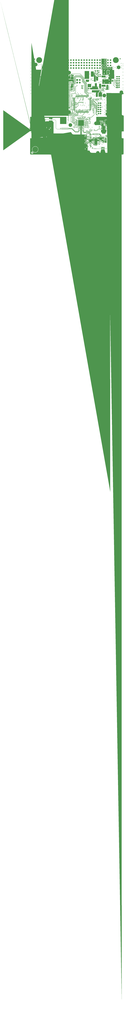
<source format=gtl>
G04 #@! TF.GenerationSoftware,KiCad,Pcbnew,7.0.0-da2b9df05c~171~ubuntu22.04.1*
G04 #@! TF.CreationDate,2023-04-04T23:18:36+03:00*
G04 #@! TF.ProjectId,satnogs-comms,7361746e-6f67-4732-9d63-6f6d6d732e6b,rev?*
G04 #@! TF.SameCoordinates,PX4eb9cf0PY82ce540*
G04 #@! TF.FileFunction,Copper,L1,Top*
G04 #@! TF.FilePolarity,Positive*
%FSLAX46Y46*%
G04 Gerber Fmt 4.6, Leading zero omitted, Abs format (unit mm)*
G04 Created by KiCad (PCBNEW 7.0.0-da2b9df05c~171~ubuntu22.04.1) date 2023-04-04 23:18:36*
%MOMM*%
%LPD*%
G01*
G04 APERTURE LIST*
G04 Aperture macros list*
%AMRoundRect*
0 Rectangle with rounded corners*
0 $1 Rounding radius*
0 $2 $3 $4 $5 $6 $7 $8 $9 X,Y pos of 4 corners*
0 Add a 4 corners polygon primitive as box body*
4,1,4,$2,$3,$4,$5,$6,$7,$8,$9,$2,$3,0*
0 Add four circle primitives for the rounded corners*
1,1,$1+$1,$2,$3*
1,1,$1+$1,$4,$5*
1,1,$1+$1,$6,$7*
1,1,$1+$1,$8,$9*
0 Add four rect primitives between the rounded corners*
20,1,$1+$1,$2,$3,$4,$5,0*
20,1,$1+$1,$4,$5,$6,$7,0*
20,1,$1+$1,$6,$7,$8,$9,0*
20,1,$1+$1,$8,$9,$2,$3,0*%
%AMRotRect*
0 Rectangle, with rotation*
0 The origin of the aperture is its center*
0 $1 length*
0 $2 width*
0 $3 Rotation angle, in degrees counterclockwise*
0 Add horizontal line*
21,1,$1,$2,0,0,$3*%
%AMFreePoly0*
4,1,7,1.500000,-0.775000,-1.500000,-0.775000,-1.500000,0.225000,-6.000000,0.225000,-6.000000,0.775000,1.500000,0.775000,1.500000,-0.775000,1.500000,-0.775000,$1*%
%AMFreePoly1*
4,1,8,1.500000,-0.775000,-1.500000,-0.775000,-6.000000,-0.775000,-6.000000,-0.225000,-1.500000,-0.225000,-1.500000,0.775000,1.500000,0.775000,1.500000,-0.775000,1.500000,-0.775000,$1*%
%AMFreePoly2*
4,1,6,0.125000,-0.099500,-0.013000,-0.237500,-0.125000,-0.237500,-0.125000,0.237500,0.125000,0.237500,0.125000,-0.099500,0.125000,-0.099500,$1*%
%AMFreePoly3*
4,1,6,0.125000,0.099500,0.125000,-0.237500,-0.125000,-0.237500,-0.125000,0.237500,-0.013000,0.237500,0.125000,0.099500,0.125000,0.099500,$1*%
%AMFreePoly4*
4,1,36,0.462941,0.544983,0.479174,0.544983,0.492307,0.535440,0.507748,0.530424,0.517290,0.517290,0.530424,0.507748,0.535440,0.492307,0.544983,0.479174,0.544983,0.462941,0.550000,0.447500,0.550000,-0.447500,0.544983,-0.462941,0.544983,-0.479174,0.535440,-0.492307,0.530424,-0.507748,0.517290,-0.517290,0.507748,-0.530424,0.492307,-0.535440,0.479174,-0.544983,0.462941,-0.544983,
0.447500,-0.550000,-0.447500,-0.550000,-0.462941,-0.544983,-0.479174,-0.544983,-0.492307,-0.535440,-0.507748,-0.530424,-0.517290,-0.517290,-0.530424,-0.507748,-0.535440,-0.492307,-0.544983,-0.479174,-0.544983,-0.462941,-0.550000,-0.447500,-0.550000,0.350000,-0.350000,0.550000,0.447500,0.550000,0.462941,0.544983,0.462941,0.544983,$1*%
%AMFreePoly5*
4,1,14,0.155252,0.089749,0.264749,-0.019748,0.275000,-0.044497,0.275000,-0.065000,0.264749,-0.089749,0.240000,-0.100000,-0.240000,-0.100000,-0.264749,-0.089749,-0.275000,-0.065000,-0.275000,0.065000,-0.264749,0.089749,-0.240000,0.100000,0.130503,0.100000,0.155252,0.089749,0.155252,0.089749,$1*%
%AMFreePoly6*
4,1,14,0.264749,0.089749,0.275000,0.065000,0.275000,0.044497,0.264749,0.019748,0.155252,-0.089749,0.130503,-0.100000,-0.240000,-0.100000,-0.264749,-0.089749,-0.275000,-0.065000,-0.275000,0.065000,-0.264749,0.089749,-0.240000,0.100000,0.240000,0.100000,0.264749,0.089749,0.264749,0.089749,$1*%
%AMFreePoly7*
4,1,14,0.089749,0.264749,0.100000,0.240000,0.100000,-0.240000,0.089749,-0.264749,0.065000,-0.275000,-0.065000,-0.275000,-0.089749,-0.264749,-0.100000,-0.240000,-0.100000,0.130503,-0.089749,0.155252,0.019748,0.264749,0.044497,0.275000,0.065000,0.275000,0.089749,0.264749,0.089749,0.264749,$1*%
%AMFreePoly8*
4,1,14,-0.019748,0.264749,0.089749,0.155252,0.100000,0.130503,0.100000,-0.240000,0.089749,-0.264749,0.065000,-0.275000,-0.065000,-0.275000,-0.089749,-0.264749,-0.100000,-0.240000,-0.100000,0.240000,-0.089749,0.264749,-0.065000,0.275000,-0.044497,0.275000,-0.019748,0.264749,-0.019748,0.264749,$1*%
%AMFreePoly9*
4,1,14,0.264749,0.089749,0.275000,0.065000,0.275000,-0.065000,0.264749,-0.089749,0.240000,-0.100000,-0.130503,-0.100000,-0.155252,-0.089749,-0.264749,0.019748,-0.275000,0.044497,-0.275000,0.065000,-0.264749,0.089749,-0.240000,0.100000,0.240000,0.100000,0.264749,0.089749,0.264749,0.089749,$1*%
%AMFreePoly10*
4,1,14,0.264749,0.089749,0.275000,0.065000,0.275000,-0.065000,0.264749,-0.089749,0.240000,-0.100000,-0.240000,-0.100000,-0.264749,-0.089749,-0.275000,-0.065000,-0.275000,-0.044497,-0.264749,-0.019747,-0.155252,0.089749,-0.130503,0.100000,0.240000,0.100000,0.264749,0.089749,0.264749,0.089749,$1*%
%AMFreePoly11*
4,1,14,0.089749,0.264749,0.100000,0.240000,0.100000,-0.130503,0.089749,-0.155252,-0.019748,-0.264749,-0.044497,-0.275000,-0.065000,-0.275000,-0.089749,-0.264749,-0.100000,-0.240000,-0.100000,0.240000,-0.089749,0.264749,-0.065000,0.275000,0.065000,0.275000,0.089749,0.264749,0.089749,0.264749,$1*%
%AMFreePoly12*
4,1,14,0.089749,0.264749,0.100000,0.240000,0.100000,-0.240000,0.089749,-0.264749,0.065000,-0.275000,0.044497,-0.275000,0.019748,-0.264749,-0.089749,-0.155252,-0.100000,-0.130503,-0.100000,0.240000,-0.089749,0.264749,-0.065000,0.275000,0.065000,0.275000,0.089749,0.264749,0.089749,0.264749,$1*%
%AMFreePoly13*
4,1,176,10.669000,63.765000,10.669000,58.081000,2.729000,58.081000,2.468000,58.063000,2.211000,58.012000,1.964000,57.928000,1.729000,57.813000,1.512000,57.667000,1.315000,57.495000,1.142000,57.298000,0.997000,57.081000,0.881000,56.846000,0.797000,56.598000,0.746000,56.342000,0.729000,56.081000,0.729000,37.284000,0.744000,37.037000,0.790000,36.794000,0.866000,36.558000,0.970000,36.333000,
1.101000,36.123000,1.257000,35.930000,1.436000,35.759000,1.634000,35.611000,1.634000,15.882000,1.651000,15.621000,1.702000,15.365000,1.786000,15.117000,1.902000,14.882000,2.047000,14.665000,2.220000,14.468000,2.417000,14.296000,2.634000,14.150000,2.869000,14.035000,3.116000,13.950000,3.373000,13.899000,3.634000,13.882000,35.127000,13.882000,35.257000,13.865000,35.377000,13.815000,
35.481000,13.736000,35.560000,13.632000,35.610000,13.512000,35.627000,13.382000,35.627000,9.262000,35.645000,8.994000,35.699000,8.732000,35.787000,8.478000,35.909000,8.239000,36.061000,8.018000,36.242000,7.820000,36.448000,7.647000,36.674000,7.504000,38.425000,6.555000,38.645000,6.414000,38.842000,6.241000,39.010000,6.041000,39.147000,5.818000,39.249000,5.577000,39.314000,5.324000,
39.341000,5.064000,39.328000,4.802000,39.277000,4.546000,39.188000,4.300000,39.063000,4.070000,38.906000,3.861000,38.719000,3.678000,38.507000,3.525000,38.274000,3.405000,38.027000,3.322000,37.769000,3.276000,37.508000,3.269000,37.248000,3.301000,36.996000,3.371000,36.758000,3.478000,33.889000,5.032000,33.781000,5.111000,33.698000,5.216000,33.645000,5.339000,33.627000,5.472000,
33.627000,9.882000,33.610000,10.143000,33.559000,10.400000,33.475000,10.648000,33.359000,10.882000,33.214000,11.100000,33.042000,11.297000,32.845000,11.469000,32.627000,11.614000,32.393000,11.730000,32.145000,11.814000,31.888000,11.865000,31.627000,11.882000,2.729000,11.882000,2.468000,11.865000,2.211000,11.814000,1.964000,11.730000,1.729000,11.614000,1.512000,11.469000,1.315000,11.297000,
1.142000,11.100000,0.997000,10.882000,0.881000,10.648000,0.797000,10.400000,0.746000,10.143000,0.729000,9.882000,0.729000,6.643000,0.747000,6.374000,0.801000,6.110000,0.891000,5.855000,1.013000,5.615000,1.167000,5.394000,1.349000,5.195000,1.557000,5.022000,1.785000,4.880000,2.031000,4.769000,2.289000,4.692000,2.538000,4.616000,2.773000,4.503000,2.989000,4.358000,
3.181000,4.181000,3.344000,3.979000,3.476000,3.754000,3.573000,3.512000,3.633000,3.259000,3.654000,2.999000,3.637000,2.739000,3.581000,2.485000,3.489000,2.241000,3.361000,2.015000,3.201000,1.809000,3.047000,1.618000,2.919000,1.409000,2.817000,1.186000,2.742000,0.952000,2.698000,0.711000,2.683000,0.466000,2.683000,-1.080000,-1.271000,-1.080000,-1.271000,13.411000,
-1.253000,13.597000,-1.198000,13.776000,-1.110000,13.940000,-0.992000,14.085000,-0.848000,14.203000,-0.683000,14.291000,-0.504000,14.345000,-0.318000,14.364000,-0.133000,14.382000,0.046000,14.436000,0.211000,14.524000,0.355000,14.642000,0.474000,14.787000,0.562000,14.952000,0.616000,15.130000,0.634000,15.316000,0.634000,33.706000,0.616000,33.891000,0.562000,34.070000,0.474000,34.235000,
0.355000,34.379000,0.211000,34.498000,0.046000,34.586000,-0.133000,34.640000,-0.318000,34.658000,-0.504000,34.676000,-0.683000,34.731000,-0.848000,34.819000,-0.992000,34.937000,-1.110000,35.081000,-1.198000,35.246000,-1.253000,35.425000,-1.271000,35.611000,-1.271000,64.922000,3.819000,64.922000,10.669000,63.765000,10.669000,63.765000,$1*%
%AMFreePoly14*
4,1,313,37.697000,6.512000,37.886000,6.447000,38.058000,6.346000,38.207000,6.213000,38.326000,6.054000,38.836000,5.206000,38.983000,4.995000,39.155000,4.804000,39.350000,4.637000,39.566000,4.497000,39.797000,4.385000,40.041000,4.304000,40.293000,4.254000,40.550000,4.238000,50.368000,4.238000,50.497000,4.221000,50.618000,4.171000,50.721000,4.091000,50.801000,3.988000,50.851000,3.867000,
50.868000,3.738000,50.868000,-9.240000,50.885000,-9.501000,50.936000,-9.758000,51.020000,-10.006000,51.136000,-10.240000,51.281000,-10.458000,51.453000,-10.655000,51.650000,-10.827000,51.868000,-10.972000,52.102000,-11.088000,52.350000,-11.172000,52.607000,-11.223000,52.868000,-11.240000,56.003000,-11.240000,56.003000,-11.345000,56.020000,-11.606000,56.071000,-11.863000,56.155000,-12.111000,56.271000,-12.345000,
56.416000,-12.563000,56.589000,-12.760000,56.786000,-12.932000,57.003000,-13.077000,57.238000,-13.193000,57.485000,-13.277000,57.742000,-13.328000,58.003000,-13.345000,75.475000,-13.345000,75.737000,-13.328000,75.995000,-13.276000,76.244000,-13.191000,76.480000,-13.074000,76.698000,-12.927000,76.895000,-12.753000,77.068000,-12.554000,77.213000,-12.335000,77.328000,-12.098000,78.932000,-8.146000,79.112000,-7.754000,
79.323000,-7.378000,79.566000,-7.021000,79.838000,-6.686000,80.137000,-6.375000,80.462000,-6.091000,80.810000,-5.835000,81.177000,-5.609000,81.563000,-5.415000,81.964000,-5.255000,82.376000,-5.129000,82.798000,-5.038000,83.226000,-4.984000,83.658000,-4.965000,84.738000,-4.965000,84.999000,-4.948000,85.255000,-4.897000,85.503000,-4.813000,85.738000,-4.697000,85.955000,-4.552000,86.152000,-4.380000,
86.324000,-4.183000,86.470000,-3.965000,86.585000,-3.731000,86.669000,-3.483000,86.720000,-3.226000,86.738000,-2.965000,86.738000,-2.165000,86.719000,-1.895000,86.665000,-1.630000,86.575000,-1.374000,86.451000,-1.134000,86.296000,-0.912000,86.112000,-0.713000,85.903000,-0.540000,85.673000,-0.398000,85.426000,-0.287000,85.166000,-0.212000,85.039000,-0.165000,84.929000,-0.086000,84.844000,0.019000,
84.791000,0.143000,84.773000,0.277000,84.773000,0.806000,88.738000,0.806000,88.738000,-7.015000,83.658000,-7.015000,83.331000,-7.033000,83.008000,-7.085000,82.692000,-7.172000,82.388000,-7.292000,82.098000,-7.444000,81.826000,-7.626000,81.575000,-7.837000,81.349000,-8.072000,81.148000,-8.331000,80.977000,-8.610000,80.837000,-8.906000,80.729000,-9.215000,80.654000,-9.533000,80.615000,-9.858000,
80.610000,-10.185000,80.723000,-13.065000,80.723000,-15.145000,55.908000,-15.145000,55.722000,-15.127000,55.544000,-15.073000,55.379000,-14.985000,55.235000,-14.866000,55.116000,-14.722000,55.028000,-14.557000,54.974000,-14.379000,54.956000,-14.193000,54.937000,-14.007000,54.883000,-13.828000,54.795000,-13.664000,54.677000,-13.519000,54.532000,-13.401000,54.368000,-13.313000,54.189000,-13.259000,54.003000,-13.240000,
48.868000,-13.240000,48.868000,-2.512000,48.850000,-2.251000,48.799000,-1.995000,48.715000,-1.747000,48.600000,-1.512000,48.454000,-1.295000,48.282000,-1.098000,48.085000,-0.925000,47.868000,-0.780000,47.633000,-0.664000,47.385000,-0.580000,47.129000,-0.529000,46.868000,-0.512000,42.470000,-0.512000,42.209000,-0.529000,41.952000,-0.580000,41.704000,-0.664000,41.470000,-0.780000,41.252000,-0.925000,
41.055000,-1.098000,40.883000,-1.295000,40.738000,-1.512000,40.622000,-1.747000,40.538000,-1.995000,40.487000,-2.251000,40.470000,-2.512000,40.470000,-13.240000,35.588000,-13.240000,35.402000,-13.259000,35.224000,-13.313000,35.059000,-13.401000,34.915000,-13.519000,34.796000,-13.664000,34.708000,-13.828000,34.654000,-14.007000,34.636000,-14.193000,34.617000,-14.379000,34.563000,-14.557000,34.475000,-14.722000,
34.357000,-14.866000,34.212000,-14.985000,34.048000,-15.073000,33.869000,-15.127000,33.683000,-15.145000,6.582000,-15.145000,6.582000,-13.065000,6.695000,-10.185000,6.690000,-9.858000,6.651000,-9.533000,6.576000,-9.214000,6.468000,-8.905000,6.328000,-8.610000,6.157000,-8.331000,5.956000,-8.072000,5.730000,-7.836000,5.479000,-7.626000,5.207000,-7.444000,4.917000,-7.292000,4.613000,-7.172000,
4.297000,-7.085000,3.974000,-7.033000,3.648000,-7.015000,-1.432000,-7.015000,-1.432000,0.806000,2.521000,0.806000,2.521000,0.274000,2.503000,0.141000,2.450000,0.017000,2.366000,-0.088000,2.257000,-0.167000,2.130000,-0.214000,1.872000,-0.290000,1.625000,-0.401000,1.397000,-0.544000,1.189000,-0.716000,1.006000,-0.915000,0.852000,-1.137000,0.729000,-1.377000,0.640000,-1.632000,
0.586000,-1.896000,0.568000,-2.165000,0.568000,-2.965000,0.585000,-3.226000,0.636000,-3.483000,0.720000,-3.731000,0.836000,-3.965000,0.981000,-4.183000,1.153000,-4.380000,1.350000,-4.552000,1.568000,-4.697000,1.802000,-4.813000,2.050000,-4.897000,2.307000,-4.948000,2.568000,-4.965000,3.648000,-4.965000,4.079000,-4.984000,4.507000,-5.038000,4.929000,-5.129000,5.341000,-5.255000,
5.742000,-5.415000,6.128000,-5.609000,6.495000,-5.835000,6.843000,-6.090000,7.168000,-6.375000,7.467000,-6.686000,7.739000,-7.021000,7.982000,-7.377000,8.193000,-7.753000,8.373000,-8.146000,9.978000,-12.098000,10.093000,-12.335000,10.238000,-12.554000,10.410000,-12.753000,10.607000,-12.927000,10.826000,-13.074000,11.061000,-13.191000,11.310000,-13.276000,11.568000,-13.328000,11.831000,-13.345000,
31.588000,-13.345000,31.849000,-13.328000,32.106000,-13.277000,32.353000,-13.193000,32.588000,-13.077000,32.806000,-12.932000,33.002000,-12.760000,33.175000,-12.563000,33.320000,-12.345000,33.436000,-12.111000,33.520000,-11.863000,33.571000,-11.606000,33.588000,-11.345000,33.588000,-11.240000,36.470000,-11.240000,36.731000,-11.223000,36.987000,-11.172000,37.235000,-11.088000,37.470000,-10.972000,37.687000,-10.827000,
37.884000,-10.655000,38.056000,-10.458000,38.202000,-10.240000,38.317000,-10.006000,38.401000,-9.758000,38.452000,-9.501000,38.470000,-9.240000,38.470000,-1.017000,38.451000,-0.744000,38.395000,-0.476000,38.303000,-0.218000,38.177000,0.025000,38.019000,0.248000,37.832000,0.448000,37.619000,0.620000,37.385000,0.761000,37.133000,0.870000,36.870000,0.943000,36.741000,0.988000,36.629000,1.066000,
36.543000,1.172000,36.488000,1.297000,36.470000,1.433000,36.470000,5.538000,36.490000,5.736000,36.549000,5.927000,36.644000,6.102000,36.773000,6.255000,36.929000,6.379000,37.107000,6.470000,37.299000,6.523000,37.499000,6.537000,37.697000,6.512000,37.697000,6.512000,$1*%
%AMFreePoly15*
4,1,260,16.714000,-0.156000,16.696000,-0.342000,16.642000,-0.521000,16.554000,-0.685000,16.435000,-0.830000,16.291000,-0.948000,16.126000,-1.036000,15.948000,-1.090000,15.762000,-1.109000,15.576000,-1.127000,15.397000,-1.181000,15.233000,-1.269000,15.088000,-1.388000,14.970000,-1.532000,14.882000,-1.697000,14.828000,-1.875000,14.809000,-2.061000,14.809000,-20.451000,14.828000,-20.636000,14.882000,-20.815000,
14.970000,-20.980000,15.088000,-21.124000,15.233000,-21.243000,15.397000,-21.331000,15.576000,-21.385000,15.948000,-21.421000,16.126000,-21.476000,16.291000,-21.564000,16.435000,-21.682000,16.554000,-21.826000,16.642000,-21.991000,16.696000,-22.170000,16.714000,-22.356000,16.714000,-36.846000,12.749000,-36.846000,12.749000,-36.418000,12.768000,-36.284000,12.821000,-36.160000,12.906000,-36.055000,13.016000,-35.976000,
13.142000,-35.930000,13.402000,-35.854000,13.650000,-35.744000,13.880000,-35.601000,14.089000,-35.429000,14.273000,-35.230000,14.428000,-35.008000,14.551000,-34.767000,14.641000,-34.512000,14.696000,-34.246000,14.714000,-33.976000,14.714000,-26.773000,14.697000,-26.512000,14.646000,-26.256000,14.562000,-26.008000,14.446000,-25.773000,14.301000,-25.556000,14.129000,-25.359000,13.932000,-25.187000,13.714000,-25.041000,
13.480000,-24.926000,13.232000,-24.842000,12.975000,-24.790000,12.714000,-24.773000,-6.205000,-24.773000,-6.466000,-24.790000,-6.723000,-24.842000,-6.971000,-24.926000,-7.205000,-25.041000,-7.423000,-25.187000,-7.620000,-25.359000,-7.792000,-25.556000,-7.937000,-25.773000,-8.053000,-26.008000,-8.137000,-26.256000,-8.188000,-26.512000,-8.205000,-26.773000,-8.205000,-29.099000,-8.223000,-29.348000,-8.276000,-29.592000,
-8.364000,-29.826000,-8.483000,-30.045000,-8.633000,-30.245000,-8.809000,-30.422000,-9.009000,-30.571000,-9.228000,-30.691000,-9.462000,-30.778000,-9.706000,-30.831000,-9.955000,-30.849000,-10.928000,-30.849000,-11.189000,-30.866000,-11.445000,-30.917000,-11.693000,-31.001000,-11.928000,-31.117000,-12.145000,-31.262000,-12.342000,-31.435000,-12.514000,-31.632000,-12.660000,-31.849000,-12.775000,-32.084000,-12.859000,-32.332000,
-12.910000,-32.588000,-12.928000,-32.849000,-12.928000,-33.190000,-12.945000,-33.320000,-12.995000,-33.440000,-13.074000,-33.544000,-13.178000,-33.623000,-13.298000,-33.673000,-13.428000,-33.690000,-14.428000,-33.690000,-14.557000,-33.673000,-14.678000,-33.623000,-14.781000,-33.544000,-14.861000,-33.440000,-14.911000,-33.320000,-14.928000,-33.190000,-14.928000,-28.599000,-14.911000,-28.470000,-14.861000,-28.349000,-14.781000,-28.246000,
-14.678000,-28.166000,-14.557000,-28.116000,-14.428000,-28.099000,-12.456000,-28.099000,-12.195000,-28.082000,-11.938000,-28.031000,-11.690000,-27.947000,-11.456000,-27.831000,-11.238000,-27.686000,-11.041000,-27.513000,-10.869000,-27.317000,-10.724000,-27.099000,-10.608000,-26.865000,-10.524000,-26.617000,-10.473000,-26.360000,-10.456000,-26.099000,-10.456000,-23.273000,-10.439000,-23.144000,-10.389000,-23.023000,-10.309000,-22.920000,
-10.206000,-22.840000,-10.085000,-22.790000,-9.956000,-22.773000,-5.328000,-22.773000,-5.067000,-22.756000,-4.810000,-22.705000,-4.562000,-22.621000,-4.328000,-22.505000,-4.110000,-22.360000,-3.913000,-22.188000,-3.741000,-21.991000,-3.596000,-21.773000,-3.480000,-21.539000,-3.396000,-21.291000,-3.345000,-21.034000,-3.328000,-20.773000,-3.328000,-4.130000,-3.343000,-3.886000,-3.387000,-3.645000,-3.461000,-3.412000,
-3.563000,-3.189000,-3.652000,-2.995000,-3.716000,-2.790000,-3.755000,-2.580000,-3.768000,-2.366000,-3.768000,0.793000,-3.751000,0.923000,-3.701000,1.043000,-3.622000,1.147000,-3.518000,1.226000,-3.398000,1.276000,-3.268000,1.293000,2.309000,1.293000,2.309000,-0.707000,2.035000,-0.726000,1.765000,-0.782000,1.506000,-0.875000,1.262000,-1.003000,1.038000,-1.163000,0.838000,-1.352000,
0.666000,-1.567000,-0.971000,-3.926000,-1.097000,-4.133000,-1.197000,-4.354000,-1.269000,-4.586000,-1.313000,-4.824000,-1.328000,-5.066000,-1.328000,-20.773000,-1.310000,-21.034000,-1.259000,-21.291000,-1.175000,-21.539000,-1.060000,-21.773000,-0.914000,-21.991000,-0.742000,-22.188000,-0.545000,-22.360000,-0.328000,-22.505000,-0.093000,-22.621000,0.155000,-22.705000,0.411000,-22.756000,0.672000,-22.773000,
10.809000,-22.773000,11.070000,-22.756000,11.327000,-22.705000,11.575000,-22.621000,11.809000,-22.505000,12.027000,-22.360000,12.224000,-22.188000,12.396000,-21.991000,12.541000,-21.773000,12.657000,-21.539000,12.741000,-21.291000,12.792000,-21.034000,12.809000,-20.773000,12.809000,-2.707000,12.792000,-2.446000,12.741000,-2.189000,12.657000,-1.941000,12.541000,-1.707000,12.396000,-1.489000,12.224000,-1.293000,
12.027000,-1.120000,11.809000,-0.975000,11.575000,-0.859000,11.327000,-0.775000,11.070000,-0.724000,10.809000,-0.707000,2.409000,-0.707000,2.409000,1.293000,11.658000,1.293000,11.913000,1.310000,12.165000,1.359000,12.408000,1.439000,12.639000,1.550000,12.854000,1.690000,13.910000,2.479000,14.112000,2.651000,14.289000,2.849000,14.439000,3.068000,14.558000,3.306000,14.644000,3.557000,
14.697000,3.817000,14.714000,4.082000,14.714000,20.314000,14.697000,20.575000,14.646000,20.831000,14.562000,21.079000,14.446000,21.314000,14.301000,21.531000,14.129000,21.728000,13.932000,21.901000,13.714000,22.046000,13.480000,22.162000,13.232000,22.246000,12.975000,22.297000,12.714000,22.314000,6.044000,22.314000,6.044000,27.998000,12.894000,29.156000,16.714000,29.156000,16.714000,-0.156000,
16.714000,-0.156000,$1*%
G04 Aperture macros list end*
G04 #@! TA.AperFunction,ComponentPad*
%ADD10R,1.524000X1.524000*%
G04 #@! TD*
G04 #@! TA.AperFunction,ComponentPad*
%ADD11C,1.524000*%
G04 #@! TD*
G04 #@! TA.AperFunction,ComponentPad*
%ADD12C,5.600000*%
G04 #@! TD*
G04 #@! TA.AperFunction,SMDPad,CuDef*
%ADD13RoundRect,0.243750X-0.243750X-0.456250X0.243750X-0.456250X0.243750X0.456250X-0.243750X0.456250X0*%
G04 #@! TD*
G04 #@! TA.AperFunction,SMDPad,CuDef*
%ADD14RoundRect,0.243750X0.456250X-0.243750X0.456250X0.243750X-0.456250X0.243750X-0.456250X-0.243750X0*%
G04 #@! TD*
G04 #@! TA.AperFunction,SMDPad,CuDef*
%ADD15R,2.350000X5.100000*%
G04 #@! TD*
G04 #@! TA.AperFunction,SMDPad,CuDef*
%ADD16RoundRect,0.218750X0.256250X-0.218750X0.256250X0.218750X-0.256250X0.218750X-0.256250X-0.218750X0*%
G04 #@! TD*
G04 #@! TA.AperFunction,SMDPad,CuDef*
%ADD17RoundRect,0.218750X-0.256250X0.218750X-0.256250X-0.218750X0.256250X-0.218750X0.256250X0.218750X0*%
G04 #@! TD*
G04 #@! TA.AperFunction,SMDPad,CuDef*
%ADD18R,2.600000X1.100000*%
G04 #@! TD*
G04 #@! TA.AperFunction,SMDPad,CuDef*
%ADD19FreePoly0,180.000000*%
G04 #@! TD*
G04 #@! TA.AperFunction,SMDPad,CuDef*
%ADD20FreePoly1,180.000000*%
G04 #@! TD*
G04 #@! TA.AperFunction,SMDPad,CuDef*
%ADD21RoundRect,0.147500X-0.147500X-0.172500X0.147500X-0.172500X0.147500X0.172500X-0.147500X0.172500X0*%
G04 #@! TD*
G04 #@! TA.AperFunction,SMDPad,CuDef*
%ADD22RoundRect,0.147500X0.017678X-0.226274X0.226274X-0.017678X-0.017678X0.226274X-0.226274X0.017678X0*%
G04 #@! TD*
G04 #@! TA.AperFunction,SMDPad,CuDef*
%ADD23FreePoly0,0.000000*%
G04 #@! TD*
G04 #@! TA.AperFunction,SMDPad,CuDef*
%ADD24FreePoly1,0.000000*%
G04 #@! TD*
G04 #@! TA.AperFunction,SMDPad,CuDef*
%ADD25RoundRect,0.147500X0.172500X-0.147500X0.172500X0.147500X-0.172500X0.147500X-0.172500X-0.147500X0*%
G04 #@! TD*
G04 #@! TA.AperFunction,SMDPad,CuDef*
%ADD26RotRect,0.350000X1.000000X45.000000*%
G04 #@! TD*
G04 #@! TA.AperFunction,SMDPad,CuDef*
%ADD27RotRect,0.350000X1.000000X315.000000*%
G04 #@! TD*
G04 #@! TA.AperFunction,SMDPad,CuDef*
%ADD28RoundRect,0.147500X-0.017678X0.226274X-0.226274X0.017678X0.017678X-0.226274X0.226274X-0.017678X0*%
G04 #@! TD*
G04 #@! TA.AperFunction,SMDPad,CuDef*
%ADD29FreePoly2,270.000000*%
G04 #@! TD*
G04 #@! TA.AperFunction,SMDPad,CuDef*
%ADD30R,0.475000X0.250000*%
G04 #@! TD*
G04 #@! TA.AperFunction,SMDPad,CuDef*
%ADD31FreePoly3,90.000000*%
G04 #@! TD*
G04 #@! TA.AperFunction,SMDPad,CuDef*
%ADD32FreePoly2,0.000000*%
G04 #@! TD*
G04 #@! TA.AperFunction,SMDPad,CuDef*
%ADD33R,0.250000X0.475000*%
G04 #@! TD*
G04 #@! TA.AperFunction,SMDPad,CuDef*
%ADD34FreePoly3,180.000000*%
G04 #@! TD*
G04 #@! TA.AperFunction,SMDPad,CuDef*
%ADD35FreePoly2,90.000000*%
G04 #@! TD*
G04 #@! TA.AperFunction,SMDPad,CuDef*
%ADD36FreePoly3,270.000000*%
G04 #@! TD*
G04 #@! TA.AperFunction,SMDPad,CuDef*
%ADD37FreePoly2,180.000000*%
G04 #@! TD*
G04 #@! TA.AperFunction,SMDPad,CuDef*
%ADD38FreePoly3,0.000000*%
G04 #@! TD*
G04 #@! TA.AperFunction,ComponentPad*
%ADD39C,0.500000*%
G04 #@! TD*
G04 #@! TA.AperFunction,SMDPad,CuDef*
%ADD40FreePoly4,180.000000*%
G04 #@! TD*
G04 #@! TA.AperFunction,SMDPad,CuDef*
%ADD41RoundRect,0.062500X-0.062500X0.325000X-0.062500X-0.325000X0.062500X-0.325000X0.062500X0.325000X0*%
G04 #@! TD*
G04 #@! TA.AperFunction,ComponentPad*
%ADD42C,0.334000*%
G04 #@! TD*
G04 #@! TA.AperFunction,SMDPad,CuDef*
%ADD43R,1.600000X0.700000*%
G04 #@! TD*
G04 #@! TA.AperFunction,SMDPad,CuDef*
%ADD44RoundRect,0.147500X0.147500X0.172500X-0.147500X0.172500X-0.147500X-0.172500X0.147500X-0.172500X0*%
G04 #@! TD*
G04 #@! TA.AperFunction,SMDPad,CuDef*
%ADD45C,0.050000*%
G04 #@! TD*
G04 #@! TA.AperFunction,SMDPad,CuDef*
%ADD46R,0.750000X0.400000*%
G04 #@! TD*
G04 #@! TA.AperFunction,SMDPad,CuDef*
%ADD47RoundRect,0.147500X-0.172500X0.147500X-0.172500X-0.147500X0.172500X-0.147500X0.172500X0.147500X0*%
G04 #@! TD*
G04 #@! TA.AperFunction,SMDPad,CuDef*
%ADD48RoundRect,0.075000X0.075000X-0.725000X0.075000X0.725000X-0.075000X0.725000X-0.075000X-0.725000X0*%
G04 #@! TD*
G04 #@! TA.AperFunction,SMDPad,CuDef*
%ADD49RoundRect,0.075000X0.725000X-0.075000X0.725000X0.075000X-0.725000X0.075000X-0.725000X-0.075000X0*%
G04 #@! TD*
G04 #@! TA.AperFunction,SMDPad,CuDef*
%ADD50R,2.370000X2.430000*%
G04 #@! TD*
G04 #@! TA.AperFunction,SMDPad,CuDef*
%ADD51R,1.060000X0.650000*%
G04 #@! TD*
G04 #@! TA.AperFunction,SMDPad,CuDef*
%ADD52R,0.410000X0.330000*%
G04 #@! TD*
G04 #@! TA.AperFunction,SMDPad,CuDef*
%ADD53RoundRect,0.140000X-0.140000X-0.170000X0.140000X-0.170000X0.140000X0.170000X-0.140000X0.170000X0*%
G04 #@! TD*
G04 #@! TA.AperFunction,SMDPad,CuDef*
%ADD54RoundRect,0.218750X0.218750X0.256250X-0.218750X0.256250X-0.218750X-0.256250X0.218750X-0.256250X0*%
G04 #@! TD*
G04 #@! TA.AperFunction,SMDPad,CuDef*
%ADD55RoundRect,0.225000X-0.250000X0.225000X-0.250000X-0.225000X0.250000X-0.225000X0.250000X0.225000X0*%
G04 #@! TD*
G04 #@! TA.AperFunction,SMDPad,CuDef*
%ADD56RotRect,0.750000X0.400000X135.000000*%
G04 #@! TD*
G04 #@! TA.AperFunction,SMDPad,CuDef*
%ADD57RotRect,0.750000X0.400000X315.000000*%
G04 #@! TD*
G04 #@! TA.AperFunction,SMDPad,CuDef*
%ADD58RoundRect,0.062500X-0.350000X-0.062500X0.350000X-0.062500X0.350000X0.062500X-0.350000X0.062500X0*%
G04 #@! TD*
G04 #@! TA.AperFunction,SMDPad,CuDef*
%ADD59RoundRect,0.062500X-0.062500X-0.350000X0.062500X-0.350000X0.062500X0.350000X-0.062500X0.350000X0*%
G04 #@! TD*
G04 #@! TA.AperFunction,SMDPad,CuDef*
%ADD60RoundRect,0.250001X-1.099999X-1.099999X1.099999X-1.099999X1.099999X1.099999X-1.099999X1.099999X0*%
G04 #@! TD*
G04 #@! TA.AperFunction,SMDPad,CuDef*
%ADD61FreePoly5,180.000000*%
G04 #@! TD*
G04 #@! TA.AperFunction,SMDPad,CuDef*
%ADD62RoundRect,0.050000X0.225000X0.050000X-0.225000X0.050000X-0.225000X-0.050000X0.225000X-0.050000X0*%
G04 #@! TD*
G04 #@! TA.AperFunction,SMDPad,CuDef*
%ADD63FreePoly6,180.000000*%
G04 #@! TD*
G04 #@! TA.AperFunction,SMDPad,CuDef*
%ADD64FreePoly7,180.000000*%
G04 #@! TD*
G04 #@! TA.AperFunction,SMDPad,CuDef*
%ADD65RoundRect,0.050000X0.050000X0.225000X-0.050000X0.225000X-0.050000X-0.225000X0.050000X-0.225000X0*%
G04 #@! TD*
G04 #@! TA.AperFunction,SMDPad,CuDef*
%ADD66FreePoly8,180.000000*%
G04 #@! TD*
G04 #@! TA.AperFunction,SMDPad,CuDef*
%ADD67FreePoly9,180.000000*%
G04 #@! TD*
G04 #@! TA.AperFunction,SMDPad,CuDef*
%ADD68FreePoly10,180.000000*%
G04 #@! TD*
G04 #@! TA.AperFunction,SMDPad,CuDef*
%ADD69FreePoly11,180.000000*%
G04 #@! TD*
G04 #@! TA.AperFunction,SMDPad,CuDef*
%ADD70FreePoly12,180.000000*%
G04 #@! TD*
G04 #@! TA.AperFunction,SMDPad,CuDef*
%ADD71R,0.740000X0.740000*%
G04 #@! TD*
G04 #@! TA.AperFunction,SMDPad,CuDef*
%ADD72RotRect,0.350000X1.000000X135.000000*%
G04 #@! TD*
G04 #@! TA.AperFunction,SMDPad,CuDef*
%ADD73RoundRect,0.062500X0.062500X-0.375000X0.062500X0.375000X-0.062500X0.375000X-0.062500X-0.375000X0*%
G04 #@! TD*
G04 #@! TA.AperFunction,SMDPad,CuDef*
%ADD74RoundRect,0.062500X0.375000X-0.062500X0.375000X0.062500X-0.375000X0.062500X-0.375000X-0.062500X0*%
G04 #@! TD*
G04 #@! TA.AperFunction,SMDPad,CuDef*
%ADD75RoundRect,0.250001X2.549999X-2.549999X2.549999X2.549999X-2.549999X2.549999X-2.549999X-2.549999X0*%
G04 #@! TD*
G04 #@! TA.AperFunction,SMDPad,CuDef*
%ADD76R,0.550000X0.500000*%
G04 #@! TD*
G04 #@! TA.AperFunction,ComponentPad*
%ADD77C,0.600000*%
G04 #@! TD*
G04 #@! TA.AperFunction,SMDPad,CuDef*
%ADD78RoundRect,0.250001X0.899999X-0.899999X0.899999X0.899999X-0.899999X0.899999X-0.899999X-0.899999X0*%
G04 #@! TD*
G04 #@! TA.AperFunction,SMDPad,CuDef*
%ADD79RoundRect,0.140000X-0.170000X0.140000X-0.170000X-0.140000X0.170000X-0.140000X0.170000X0.140000X0*%
G04 #@! TD*
G04 #@! TA.AperFunction,SMDPad,CuDef*
%ADD80RoundRect,0.140000X0.140000X0.170000X-0.140000X0.170000X-0.140000X-0.170000X0.140000X-0.170000X0*%
G04 #@! TD*
G04 #@! TA.AperFunction,SMDPad,CuDef*
%ADD81RoundRect,0.135000X-0.185000X0.135000X-0.185000X-0.135000X0.185000X-0.135000X0.185000X0.135000X0*%
G04 #@! TD*
G04 #@! TA.AperFunction,SMDPad,CuDef*
%ADD82RoundRect,0.135000X0.185000X-0.135000X0.185000X0.135000X-0.185000X0.135000X-0.185000X-0.135000X0*%
G04 #@! TD*
G04 #@! TA.AperFunction,SMDPad,CuDef*
%ADD83RoundRect,0.135000X0.135000X0.185000X-0.135000X0.185000X-0.135000X-0.185000X0.135000X-0.185000X0*%
G04 #@! TD*
G04 #@! TA.AperFunction,SMDPad,CuDef*
%ADD84R,0.500000X0.400000*%
G04 #@! TD*
G04 #@! TA.AperFunction,SMDPad,CuDef*
%ADD85R,0.500000X0.300000*%
G04 #@! TD*
G04 #@! TA.AperFunction,SMDPad,CuDef*
%ADD86RoundRect,0.075000X-0.350000X-0.075000X0.350000X-0.075000X0.350000X0.075000X-0.350000X0.075000X0*%
G04 #@! TD*
G04 #@! TA.AperFunction,SMDPad,CuDef*
%ADD87RoundRect,0.075000X-0.075000X-0.350000X0.075000X-0.350000X0.075000X0.350000X-0.075000X0.350000X0*%
G04 #@! TD*
G04 #@! TA.AperFunction,SMDPad,CuDef*
%ADD88RoundRect,0.250001X-0.799999X-0.799999X0.799999X-0.799999X0.799999X0.799999X-0.799999X0.799999X0*%
G04 #@! TD*
G04 #@! TA.AperFunction,SMDPad,CuDef*
%ADD89C,0.500000*%
G04 #@! TD*
G04 #@! TA.AperFunction,SMDPad,CuDef*
%ADD90RoundRect,0.250000X0.450000X-0.262500X0.450000X0.262500X-0.450000X0.262500X-0.450000X-0.262500X0*%
G04 #@! TD*
G04 #@! TA.AperFunction,SMDPad,CuDef*
%ADD91R,0.300000X0.350000*%
G04 #@! TD*
G04 #@! TA.AperFunction,SMDPad,CuDef*
%ADD92RoundRect,0.250000X-0.475000X0.250000X-0.475000X-0.250000X0.475000X-0.250000X0.475000X0.250000X0*%
G04 #@! TD*
G04 #@! TA.AperFunction,SMDPad,CuDef*
%ADD93C,1.000000*%
G04 #@! TD*
G04 #@! TA.AperFunction,SMDPad,CuDef*
%ADD94RoundRect,0.250000X-0.250000X-0.475000X0.250000X-0.475000X0.250000X0.475000X-0.250000X0.475000X0*%
G04 #@! TD*
G04 #@! TA.AperFunction,SMDPad,CuDef*
%ADD95RoundRect,0.140000X0.170000X-0.140000X0.170000X0.140000X-0.170000X0.140000X-0.170000X-0.140000X0*%
G04 #@! TD*
G04 #@! TA.AperFunction,SMDPad,CuDef*
%ADD96R,0.410000X0.720000*%
G04 #@! TD*
G04 #@! TA.AperFunction,SMDPad,CuDef*
%ADD97R,1.730000X3.990000*%
G04 #@! TD*
G04 #@! TA.AperFunction,SMDPad,CuDef*
%ADD98R,0.470000X0.410000*%
G04 #@! TD*
G04 #@! TA.AperFunction,SMDPad,CuDef*
%ADD99R,0.585000X0.510000*%
G04 #@! TD*
G04 #@! TA.AperFunction,ComponentPad*
%ADD100C,3.500000*%
G04 #@! TD*
G04 #@! TA.AperFunction,SMDPad,CuDef*
%ADD101R,0.600000X0.770000*%
G04 #@! TD*
G04 #@! TA.AperFunction,SMDPad,CuDef*
%ADD102R,0.770000X0.600000*%
G04 #@! TD*
G04 #@! TA.AperFunction,SMDPad,CuDef*
%ADD103R,2.875000X2.875000*%
G04 #@! TD*
G04 #@! TA.AperFunction,SMDPad,CuDef*
%ADD104RoundRect,0.135000X-0.135000X-0.185000X0.135000X-0.185000X0.135000X0.185000X-0.135000X0.185000X0*%
G04 #@! TD*
G04 #@! TA.AperFunction,SMDPad,CuDef*
%ADD105R,3.400000X1.800000*%
G04 #@! TD*
G04 #@! TA.AperFunction,SMDPad,CuDef*
%ADD106RoundRect,0.189500X0.758000X1.060500X-0.758000X1.060500X-0.758000X-1.060500X0.758000X-1.060500X0*%
G04 #@! TD*
G04 #@! TA.AperFunction,SMDPad,CuDef*
%ADD107RoundRect,0.050000X0.275000X-0.050000X0.275000X0.050000X-0.275000X0.050000X-0.275000X-0.050000X0*%
G04 #@! TD*
G04 #@! TA.AperFunction,SMDPad,CuDef*
%ADD108RoundRect,0.050000X0.450000X-0.050000X0.450000X0.050000X-0.450000X0.050000X-0.450000X-0.050000X0*%
G04 #@! TD*
G04 #@! TA.AperFunction,SMDPad,CuDef*
%ADD109RoundRect,0.062500X0.062500X0.212500X-0.062500X0.212500X-0.062500X-0.212500X0.062500X-0.212500X0*%
G04 #@! TD*
G04 #@! TA.AperFunction,SMDPad,CuDef*
%ADD110RoundRect,0.062500X-0.062500X-0.212500X0.062500X-0.212500X0.062500X0.212500X-0.062500X0.212500X0*%
G04 #@! TD*
G04 #@! TA.AperFunction,ComponentPad*
%ADD111R,1.700000X1.700000*%
G04 #@! TD*
G04 #@! TA.AperFunction,ComponentPad*
%ADD112O,1.700000X1.700000*%
G04 #@! TD*
G04 #@! TA.AperFunction,SMDPad,CuDef*
%ADD113RoundRect,0.250000X0.250000X0.475000X-0.250000X0.475000X-0.250000X-0.475000X0.250000X-0.475000X0*%
G04 #@! TD*
G04 #@! TA.AperFunction,SMDPad,CuDef*
%ADD114RoundRect,0.218750X-0.218750X-0.381250X0.218750X-0.381250X0.218750X0.381250X-0.218750X0.381250X0*%
G04 #@! TD*
G04 #@! TA.AperFunction,WasherPad*
%ADD115C,3.500000*%
G04 #@! TD*
G04 #@! TA.AperFunction,SMDPad,CuDef*
%ADD116R,2.300000X0.750000*%
G04 #@! TD*
G04 #@! TA.AperFunction,SMDPad,CuDef*
%ADD117R,2.300000X0.250000*%
G04 #@! TD*
G04 #@! TA.AperFunction,SMDPad,CuDef*
%ADD118R,0.400000X0.500000*%
G04 #@! TD*
G04 #@! TA.AperFunction,SMDPad,CuDef*
%ADD119R,0.300000X0.500000*%
G04 #@! TD*
G04 #@! TA.AperFunction,SMDPad,CuDef*
%ADD120R,1.700000X0.810000*%
G04 #@! TD*
G04 #@! TA.AperFunction,SMDPad,CuDef*
%ADD121R,1.050000X0.810000*%
G04 #@! TD*
G04 #@! TA.AperFunction,SMDPad,CuDef*
%ADD122R,0.330000X0.270000*%
G04 #@! TD*
G04 #@! TA.AperFunction,ComponentPad*
%ADD123RoundRect,0.250000X-0.575000X0.350000X-0.575000X-0.350000X0.575000X-0.350000X0.575000X0.350000X0*%
G04 #@! TD*
G04 #@! TA.AperFunction,ComponentPad*
%ADD124O,1.650000X1.200000*%
G04 #@! TD*
G04 #@! TA.AperFunction,SMDPad,CuDef*
%ADD125FreePoly13,0.000000*%
G04 #@! TD*
G04 #@! TA.AperFunction,SMDPad,CuDef*
%ADD126FreePoly14,0.000000*%
G04 #@! TD*
G04 #@! TA.AperFunction,SMDPad,CuDef*
%ADD127FreePoly15,0.000000*%
G04 #@! TD*
G04 #@! TA.AperFunction,SMDPad,CuDef*
%ADD128RoundRect,0.093750X-0.106250X0.093750X-0.106250X-0.093750X0.106250X-0.093750X0.106250X0.093750X0*%
G04 #@! TD*
G04 #@! TA.AperFunction,SMDPad,CuDef*
%ADD129R,1.600000X1.000000*%
G04 #@! TD*
G04 #@! TA.AperFunction,ComponentPad*
%ADD130RoundRect,0.250000X0.575000X-0.350000X0.575000X0.350000X-0.575000X0.350000X-0.575000X-0.350000X0*%
G04 #@! TD*
G04 #@! TA.AperFunction,SMDPad,CuDef*
%ADD131RoundRect,0.189500X-1.060500X0.758000X-1.060500X-0.758000X1.060500X-0.758000X1.060500X0.758000X0*%
G04 #@! TD*
G04 #@! TA.AperFunction,SMDPad,CuDef*
%ADD132RoundRect,0.050000X-0.050000X-0.275000X0.050000X-0.275000X0.050000X0.275000X-0.050000X0.275000X0*%
G04 #@! TD*
G04 #@! TA.AperFunction,SMDPad,CuDef*
%ADD133RoundRect,0.050000X-0.050000X-0.450000X0.050000X-0.450000X0.050000X0.450000X-0.050000X0.450000X0*%
G04 #@! TD*
G04 #@! TA.AperFunction,SMDPad,CuDef*
%ADD134RoundRect,0.062500X0.212500X-0.062500X0.212500X0.062500X-0.212500X0.062500X-0.212500X-0.062500X0*%
G04 #@! TD*
G04 #@! TA.AperFunction,SMDPad,CuDef*
%ADD135RoundRect,0.062500X-0.212500X0.062500X-0.212500X-0.062500X0.212500X-0.062500X0.212500X0.062500X0*%
G04 #@! TD*
G04 #@! TA.AperFunction,ComponentPad*
%ADD136C,1.000000*%
G04 #@! TD*
G04 #@! TA.AperFunction,SMDPad,CuDef*
%ADD137R,1.600000X0.500000*%
G04 #@! TD*
G04 #@! TA.AperFunction,ViaPad*
%ADD138C,0.460000*%
G04 #@! TD*
G04 #@! TA.AperFunction,ViaPad*
%ADD139C,0.660000*%
G04 #@! TD*
G04 #@! TA.AperFunction,Conductor*
%ADD140C,0.180000*%
G04 #@! TD*
G04 #@! TA.AperFunction,Conductor*
%ADD141C,0.250000*%
G04 #@! TD*
G04 #@! TA.AperFunction,Conductor*
%ADD142C,0.200000*%
G04 #@! TD*
G04 #@! TA.AperFunction,Conductor*
%ADD143C,0.600000*%
G04 #@! TD*
G04 #@! TA.AperFunction,Conductor*
%ADD144C,0.450000*%
G04 #@! TD*
G04 #@! TA.AperFunction,Conductor*
%ADD145C,1.000000*%
G04 #@! TD*
G04 #@! TA.AperFunction,Conductor*
%ADD146C,0.400000*%
G04 #@! TD*
G04 #@! TA.AperFunction,Conductor*
%ADD147C,0.300000*%
G04 #@! TD*
G04 #@! TA.AperFunction,Conductor*
%ADD148C,0.350000*%
G04 #@! TD*
G04 #@! TA.AperFunction,Conductor*
%ADD149C,0.220000*%
G04 #@! TD*
G04 #@! TA.AperFunction,Conductor*
%ADD150C,0.650000*%
G04 #@! TD*
G04 APERTURE END LIST*
G36*
X86241700Y12437420D02*
G01*
X85741700Y12437420D01*
X85741700Y13437420D01*
X86241700Y13437420D01*
X86241700Y12437420D01*
G37*
G36*
X4301300Y33840800D02*
G01*
X3801300Y33840800D01*
X3801300Y34840800D01*
X4301300Y34840800D01*
X4301300Y33840800D01*
G37*
D10*
X13969999Y83184999D03*
D11*
X13970000Y85725000D03*
X16510000Y83185000D03*
X16510000Y85725000D03*
X19050000Y83185000D03*
X19050000Y85725000D03*
X21590000Y83185000D03*
X21590000Y85725000D03*
X24130000Y83185000D03*
X24130000Y85725000D03*
X26670000Y83185000D03*
X26670000Y85725000D03*
X29210000Y83185000D03*
X29210000Y85725000D03*
X31750000Y83185000D03*
X31750000Y85725000D03*
X34290000Y83185000D03*
X34290000Y85725000D03*
X36830000Y83185000D03*
X36830000Y85725000D03*
X39370000Y83185000D03*
X39370000Y85725000D03*
X41910000Y83185000D03*
X41910000Y85725000D03*
X44450000Y83185000D03*
X44450000Y85725000D03*
X46990000Y83185000D03*
X46990000Y85725000D03*
X49530000Y83185000D03*
X49530000Y85725000D03*
X52070000Y83185000D03*
X52070000Y85725000D03*
X54610000Y83185000D03*
X54610000Y85725000D03*
X57150000Y83185000D03*
X57150000Y85725000D03*
X59690000Y83185000D03*
X59690000Y85725000D03*
X62230000Y83185000D03*
X62230000Y85725000D03*
X64770000Y83185000D03*
X64770000Y85725000D03*
X67310000Y83185000D03*
X67310000Y85725000D03*
X69850000Y83185000D03*
X69850000Y85725000D03*
X72390000Y83185000D03*
X72390000Y85725000D03*
X74930000Y83185000D03*
X74930000Y85725000D03*
X77470000Y83185000D03*
X77470000Y85725000D03*
D10*
X13969999Y88264999D03*
D11*
X13970000Y90805000D03*
X16510000Y88265000D03*
X16510000Y90805000D03*
X19050000Y88265000D03*
X19050000Y90805000D03*
X21590000Y88265000D03*
X21590000Y90805000D03*
X24130000Y88265000D03*
X24130000Y90805000D03*
X26670000Y88265000D03*
X26670000Y90805000D03*
X29210000Y88265000D03*
X29210000Y90805000D03*
X31750000Y88265000D03*
X31750000Y90805000D03*
X34290000Y88265000D03*
X34290000Y90805000D03*
X36830000Y88265000D03*
X36830000Y90805000D03*
X39370000Y88265000D03*
X39370000Y90805000D03*
X41910000Y88265000D03*
X41910000Y90805000D03*
X44450000Y88265000D03*
X44450000Y90805000D03*
X46990000Y88265000D03*
X46990000Y90805000D03*
X49530000Y88265000D03*
X49530000Y90805000D03*
X52070000Y88265000D03*
X52070000Y90805000D03*
X54610000Y88265000D03*
X54610000Y90805000D03*
X57150000Y88265000D03*
X57150000Y90805000D03*
X59690000Y88265000D03*
X59690000Y90805000D03*
X62230000Y88265000D03*
X62230000Y90805000D03*
X64770000Y88265000D03*
X64770000Y90805000D03*
X67310000Y88265000D03*
X67310000Y90805000D03*
X69850000Y88265000D03*
X69850000Y90805000D03*
X72390000Y88265000D03*
X72390000Y90805000D03*
X74930000Y88265000D03*
X74930000Y90805000D03*
X77470000Y88265000D03*
X77470000Y90805000D03*
D12*
X82550000Y90805000D03*
X85090000Y5080000D03*
X5080000Y5080000D03*
D13*
X62178000Y72628300D03*
X64053000Y72628300D03*
X62178000Y74528300D03*
X64053000Y74528300D03*
X62791100Y80346300D03*
X64666100Y80346300D03*
D14*
X56205500Y71490800D03*
X56205500Y73365800D03*
X54254400Y71490800D03*
X54254400Y73365800D03*
D15*
X59880499Y77428299D03*
X55730499Y77428299D03*
D16*
X66294000Y75082300D03*
X66294000Y76657300D03*
D17*
X67843400Y76657200D03*
X67843400Y75082200D03*
D12*
X8890000Y90805000D03*
D18*
X82004999Y19151599D03*
D19*
X82205000Y17626600D03*
D20*
X82205000Y20676600D03*
D21*
X65379600Y20167600D03*
X66349600Y20167600D03*
X62659400Y23139400D03*
X63629400Y23139400D03*
D22*
X64782653Y23609300D03*
X65468547Y24295194D03*
D14*
X56200000Y63451500D03*
X56200000Y65326500D03*
X58181200Y63451500D03*
X58181200Y65326500D03*
X81204500Y39982000D03*
X81204500Y41857000D03*
X83154500Y39982000D03*
X83154500Y41857000D03*
D18*
X8153399Y19151599D03*
D23*
X7953400Y20676600D03*
D24*
X7953400Y17626600D03*
D21*
X5705900Y27711200D03*
X6675900Y27711200D03*
X74216400Y24790400D03*
X75186400Y24790400D03*
D25*
X66624200Y25651600D03*
X66624200Y26621600D03*
D26*
X76696322Y21924015D03*
X76236703Y21464395D03*
X75777083Y21004776D03*
D27*
X76024571Y19979471D03*
D26*
X77049876Y19731983D03*
X77509495Y20191603D03*
X77969115Y20651222D03*
D27*
X77721627Y21676527D03*
D28*
X78854347Y18732547D03*
X78168453Y18046653D03*
D25*
X72951340Y17170400D03*
X72951340Y18140400D03*
D29*
X76375100Y17165700D03*
D30*
X76375099Y17665699D03*
D31*
X76375100Y18165700D03*
D32*
X75912600Y18628200D03*
D33*
X75412599Y18628199D03*
D34*
X74912600Y18628200D03*
D35*
X74450100Y18165700D03*
D30*
X74450099Y17665699D03*
D36*
X74450100Y17165700D03*
D37*
X74912600Y16703200D03*
D33*
X75412599Y16703199D03*
D38*
X75912600Y16703200D03*
D39*
X75687600Y17390700D03*
X75687600Y17940700D03*
D40*
X75412600Y17665700D03*
D39*
X75137600Y17390700D03*
X75137600Y17940700D03*
D21*
X77998600Y8280400D03*
X78968600Y8280400D03*
D41*
X77864400Y11401900D03*
X77364400Y11401900D03*
X76864400Y11401900D03*
X76364400Y11401900D03*
X76364400Y9476900D03*
X76864400Y9476900D03*
X77364400Y9476900D03*
X77864400Y9476900D03*
D42*
X77747400Y10439400D03*
X77114400Y10439400D03*
D43*
X77114399Y10439399D03*
D42*
X76481400Y10439400D03*
D25*
X79984600Y9525000D03*
X79984600Y10495000D03*
X78955900Y9525000D03*
X78955900Y10495000D03*
D21*
X5703500Y28727200D03*
X6673500Y28727200D03*
D44*
X6675900Y26695200D03*
X5705900Y26695200D03*
D45*
X62382400Y70942200D03*
X53035200Y79298800D03*
X84455000Y38608000D03*
X79095600Y39370000D03*
D44*
X11813400Y19138900D03*
X10843400Y19138900D03*
D28*
X58813700Y22783800D03*
X58127806Y22097906D03*
D14*
X73450000Y39982000D03*
X73450000Y41857000D03*
D46*
X61630199Y23133099D03*
X61630199Y23933099D03*
X59680199Y23933099D03*
X59680199Y23133099D03*
D44*
X62994400Y20167600D03*
X62024400Y20167600D03*
D25*
X64200900Y19174600D03*
X64200900Y20144600D03*
D21*
X13891400Y33528000D03*
X14861400Y33528000D03*
D17*
X66294000Y80340300D03*
X66294000Y78765300D03*
D45*
X74447400Y38582600D03*
D47*
X78219300Y23802200D03*
X78219300Y22832200D03*
D21*
X76502400Y24777700D03*
X77472400Y24777700D03*
D47*
X75184000Y23802200D03*
X75184000Y22832200D03*
D48*
X44292000Y40966000D03*
X44792000Y40966000D03*
X45292000Y40966000D03*
X45792000Y40966000D03*
X46292000Y40966000D03*
X46792000Y40966000D03*
X47292000Y40966000D03*
X47792000Y40966000D03*
X48292000Y40966000D03*
X48792000Y40966000D03*
X49292000Y40966000D03*
X49792000Y40966000D03*
X50292000Y40966000D03*
X50792000Y40966000D03*
X51292000Y40966000D03*
X51792000Y40966000D03*
X52292000Y40966000D03*
X52792000Y40966000D03*
X53292000Y40966000D03*
X53792000Y40966000D03*
X54292000Y40966000D03*
X54792000Y40966000D03*
X55292000Y40966000D03*
X55792000Y40966000D03*
X56292000Y40966000D03*
D49*
X57967000Y42641000D03*
X57967000Y43141000D03*
X57967000Y43641000D03*
X57967000Y44141000D03*
X57967000Y44641000D03*
X57967000Y45141000D03*
X57967000Y45641000D03*
X57967000Y46141000D03*
X57967000Y46641000D03*
X57967000Y47141000D03*
X57967000Y47641000D03*
X57967000Y48141000D03*
X57967000Y48641000D03*
X57967000Y49141000D03*
X57967000Y49641000D03*
X57967000Y50141000D03*
X57967000Y50641000D03*
X57967000Y51141000D03*
X57967000Y51641000D03*
X57967000Y52141000D03*
X57967000Y52641000D03*
X57967000Y53141000D03*
X57967000Y53641000D03*
X57967000Y54141000D03*
X57967000Y54641000D03*
D48*
X56292000Y56316000D03*
X55792000Y56316000D03*
X55292000Y56316000D03*
X54792000Y56316000D03*
X54292000Y56316000D03*
X53792000Y56316000D03*
X53292000Y56316000D03*
X52792000Y56316000D03*
X52292000Y56316000D03*
X51792000Y56316000D03*
X51292000Y56316000D03*
X50792000Y56316000D03*
X50292000Y56316000D03*
X49792000Y56316000D03*
X49292000Y56316000D03*
X48792000Y56316000D03*
X48292000Y56316000D03*
X47792000Y56316000D03*
X47292000Y56316000D03*
X46792000Y56316000D03*
X46292000Y56316000D03*
X45792000Y56316000D03*
X45292000Y56316000D03*
X44792000Y56316000D03*
X44292000Y56316000D03*
D49*
X42617000Y54641000D03*
X42617000Y54141000D03*
X42617000Y53641000D03*
X42617000Y53141000D03*
X42617000Y52641000D03*
X42617000Y52141000D03*
X42617000Y51641000D03*
X42617000Y51141000D03*
X42617000Y50641000D03*
X42617000Y50141000D03*
X42617000Y49641000D03*
X42617000Y49141000D03*
X42617000Y48641000D03*
X42617000Y48141000D03*
X42617000Y47641000D03*
X42617000Y47141000D03*
X42617000Y46641000D03*
X42617000Y46141000D03*
X42617000Y45641000D03*
X42617000Y45141000D03*
X42617000Y44641000D03*
X42617000Y44141000D03*
X42617000Y43641000D03*
X42617000Y43141000D03*
X42617000Y42641000D03*
D50*
X74699999Y31859999D03*
X80939999Y31859999D03*
D44*
X66349600Y19151600D03*
X65379600Y19151600D03*
D25*
X63576200Y14907400D03*
X63576200Y15877400D03*
X84632800Y39697800D03*
X84632800Y40667800D03*
D44*
X78539200Y38252400D03*
X77569200Y38252400D03*
D51*
X62305499Y78284299D03*
X62305499Y77334299D03*
X62305499Y76384299D03*
X64505499Y76384299D03*
X64505499Y77334299D03*
X64505499Y78284299D03*
D45*
X82169000Y38531800D03*
X84836000Y42341800D03*
D52*
X29024999Y24504999D03*
X29674999Y24504999D03*
X30324999Y24504999D03*
X30324999Y25494999D03*
X29674999Y25494999D03*
X29024999Y25494999D03*
D53*
X62258000Y5778500D03*
X63218000Y5778500D03*
D45*
X61163200Y5778500D03*
X53187600Y5562600D03*
X78270100Y28333700D03*
X5702300Y25577800D03*
X42087800Y27101800D03*
D47*
X46558200Y24869000D03*
X46558200Y23899000D03*
D45*
X41071800Y31369000D03*
D25*
X47828200Y23901400D03*
X47828200Y24871400D03*
D45*
X41783000Y29768800D03*
X40589200Y32537400D03*
D25*
X77368400Y6246000D03*
X77368400Y7216000D03*
D45*
X75450000Y2900000D03*
X86956900Y30962600D03*
D54*
X86664900Y25189400D03*
X85089900Y25189400D03*
X86384900Y29589400D03*
X84809900Y29589400D03*
D45*
X42646600Y35229800D03*
X41808400Y36169600D03*
X60223400Y47142400D03*
D47*
X72580500Y14071600D03*
X72580500Y13101600D03*
D21*
X71587500Y15163800D03*
X72557500Y15163800D03*
X71587500Y12077700D03*
X72557500Y12077700D03*
D47*
X71564500Y14071600D03*
X71564500Y13101600D03*
D44*
X72557500Y16230600D03*
X71587500Y16230600D03*
D55*
X66560700Y11951000D03*
X66560700Y10401000D03*
D45*
X64719200Y15875000D03*
X59690000Y44119800D03*
D56*
X59842585Y6050827D03*
X60408271Y6616513D03*
X59029413Y7995371D03*
D57*
X58463727Y7429685D03*
D58*
X68922200Y26277700D03*
X68922200Y25777700D03*
X68922200Y25277700D03*
X68922200Y24777700D03*
X68922200Y24277700D03*
X68922200Y23777700D03*
D59*
X69634700Y23065200D03*
X70134700Y23065200D03*
X70634700Y23065200D03*
X71134700Y23065200D03*
X71634700Y23065200D03*
X72134700Y23065200D03*
D58*
X72847200Y23777700D03*
X72847200Y24277700D03*
X72847200Y24777700D03*
X72847200Y25277700D03*
X72847200Y25777700D03*
X72847200Y26277700D03*
D59*
X72134700Y26990200D03*
X71634700Y26990200D03*
X71134700Y26990200D03*
X70634700Y26990200D03*
X70134700Y26990200D03*
X69634700Y26990200D03*
D39*
X69784700Y26127700D03*
X69784700Y25027700D03*
X69784700Y23927700D03*
X70884700Y26127700D03*
X70884700Y25027700D03*
D60*
X70884700Y25027700D03*
D39*
X70884700Y23927700D03*
X71984700Y26127700D03*
X71984700Y25027700D03*
X71984700Y23927700D03*
D25*
X71260000Y30345000D03*
X71260000Y31315000D03*
D21*
X68250000Y28409900D03*
X69220000Y28409900D03*
X75485000Y28120000D03*
X76455000Y28120000D03*
X75485000Y29120000D03*
X76455000Y29120000D03*
D44*
X76454000Y27089100D03*
X75484000Y27089100D03*
D25*
X71260000Y28401900D03*
X71260000Y29371900D03*
X68250000Y29448900D03*
X68250000Y30418900D03*
D47*
X70218600Y31315000D03*
X70218600Y30345000D03*
D25*
X68250000Y31379300D03*
X68250000Y32349300D03*
D28*
X58102547Y23482347D03*
X57416653Y22796453D03*
D61*
X56067080Y20784680D03*
D62*
X56067080Y21184680D03*
X56067080Y21584680D03*
D63*
X56067080Y21984680D03*
D64*
X55592080Y22259680D03*
D65*
X55192080Y22259680D03*
D66*
X54792080Y22259680D03*
D67*
X54317080Y21984680D03*
D62*
X54317080Y21584680D03*
X54317080Y21184680D03*
D68*
X54317080Y20784680D03*
D69*
X54792080Y20509680D03*
D65*
X55192080Y20509680D03*
D70*
X55592080Y20509680D03*
D71*
X55192079Y21384679D03*
D47*
X50368200Y24871400D03*
X50368200Y23901400D03*
X51638200Y24869000D03*
X51638200Y23899000D03*
D72*
X75611983Y14529822D03*
X76071603Y14070203D03*
X76531222Y13610583D03*
D26*
X77556527Y13858071D03*
D72*
X77804015Y14883376D03*
X77344395Y15342995D03*
X76884776Y15802615D03*
D26*
X75859471Y15555127D03*
D45*
X42087800Y25831800D03*
D21*
X43177600Y28448000D03*
X44147600Y28448000D03*
D25*
X55575000Y29950000D03*
X55575000Y30920000D03*
D44*
X55323600Y28960000D03*
X54353600Y28960000D03*
D45*
X56718200Y29946600D03*
X56311800Y27127200D03*
D21*
X56893600Y34747200D03*
X57863600Y34747200D03*
D73*
X46360900Y27067900D03*
X46860900Y27067900D03*
X47360900Y27067900D03*
X47860900Y27067900D03*
X48360900Y27067900D03*
X48860900Y27067900D03*
X49360900Y27067900D03*
X49860900Y27067900D03*
X50360900Y27067900D03*
X50860900Y27067900D03*
X51360900Y27067900D03*
X51860900Y27067900D03*
D74*
X52548400Y27755400D03*
X52548400Y28255400D03*
X52548400Y28755400D03*
X52548400Y29255400D03*
X52548400Y29755400D03*
X52548400Y30255400D03*
X52548400Y30755400D03*
X52548400Y31255400D03*
X52548400Y31755400D03*
X52548400Y32255400D03*
X52548400Y32755400D03*
X52548400Y33255400D03*
D73*
X51860900Y33942900D03*
X51360900Y33942900D03*
X50860900Y33942900D03*
X50360900Y33942900D03*
X49860900Y33942900D03*
X49360900Y33942900D03*
X48860900Y33942900D03*
X48360900Y33942900D03*
X47860900Y33942900D03*
X47360900Y33942900D03*
X46860900Y33942900D03*
X46360900Y33942900D03*
D74*
X45673400Y33255400D03*
X45673400Y32755400D03*
X45673400Y32255400D03*
X45673400Y31755400D03*
X45673400Y31255400D03*
X45673400Y30755400D03*
X45673400Y30255400D03*
X45673400Y29755400D03*
X45673400Y29255400D03*
X45673400Y28755400D03*
X45673400Y28255400D03*
X45673400Y27755400D03*
D75*
X49110900Y30505400D03*
D25*
X54550000Y29950000D03*
X54550000Y30920000D03*
X57835800Y29944200D03*
X57835800Y30914200D03*
D44*
X54841000Y33782000D03*
X53871000Y33782000D03*
D76*
X56903599Y33516799D03*
X56903599Y32116799D03*
X57853599Y32116799D03*
X57853599Y33516799D03*
D44*
X55323600Y31910000D03*
X54353600Y31910000D03*
D21*
X54353600Y27965400D03*
X55323600Y27965400D03*
D44*
X78336000Y12649200D03*
X77366000Y12649200D03*
X54991000Y11061700D03*
X54021000Y11061700D03*
X62562600Y15910000D03*
X61592600Y15910000D03*
D47*
X57607200Y18521400D03*
X57607200Y17551400D03*
D21*
X54000400Y15189200D03*
X54970400Y15189200D03*
D44*
X54991000Y10020300D03*
X54021000Y10020300D03*
D47*
X57645300Y10111600D03*
X57645300Y9141600D03*
D44*
X62575300Y12255500D03*
X61605300Y12255500D03*
D21*
X62024400Y19151600D03*
X62994400Y19151600D03*
D47*
X53007400Y11026000D03*
X53007400Y10056000D03*
D73*
X56899800Y11401000D03*
X57399800Y11401000D03*
X57899800Y11401000D03*
X58399800Y11401000D03*
X58899800Y11401000D03*
X59399800Y11401000D03*
D74*
X60087300Y12088500D03*
X60087300Y12588500D03*
X60087300Y13088500D03*
X60087300Y13588500D03*
X60087300Y14088500D03*
X60087300Y14588500D03*
D73*
X59399800Y15276000D03*
X58899800Y15276000D03*
X58399800Y15276000D03*
X57899800Y15276000D03*
X57399800Y15276000D03*
X56899800Y15276000D03*
D74*
X56212300Y14588500D03*
X56212300Y14088500D03*
X56212300Y13588500D03*
X56212300Y13088500D03*
X56212300Y12588500D03*
X56212300Y12088500D03*
D77*
X57299800Y12488500D03*
X58149800Y12488500D03*
X58999800Y12488500D03*
X57299800Y13338500D03*
X58149800Y13338500D03*
D78*
X58149800Y13338500D03*
D77*
X58999800Y13338500D03*
X57299800Y14188500D03*
X58149800Y14188500D03*
X58999800Y14188500D03*
D25*
X53009800Y16642220D03*
X53009800Y17612220D03*
D21*
X52969300Y12537440D03*
X53939300Y12537440D03*
D25*
X58674000Y17551400D03*
X58674000Y18521400D03*
D21*
X55064800Y17635220D03*
X56034800Y17635220D03*
D44*
X56034800Y16619220D03*
X55064800Y16619220D03*
X62575300Y11239500D03*
X61605300Y11239500D03*
X62575300Y13271500D03*
X61605300Y13271500D03*
X54970400Y14173200D03*
X54000400Y14173200D03*
D47*
X53012200Y15166200D03*
X53012200Y14196200D03*
D25*
X58661300Y9141600D03*
X58661300Y10111600D03*
X54025800Y16642220D03*
X54025800Y17612220D03*
D44*
X62560700Y14910000D03*
X61590700Y14910000D03*
D45*
X56311800Y25831800D03*
X4775200Y30708600D03*
X79908400Y27432000D03*
D21*
X66621800Y24549100D03*
X67591800Y24549100D03*
X61592600Y9093200D03*
X62562600Y9093200D03*
X61590200Y10134600D03*
X62560200Y10134600D03*
D25*
X63563500Y9128900D03*
X63563500Y10098900D03*
D47*
X74206100Y27091500D03*
X74206100Y26121500D03*
D16*
X72620000Y28652500D03*
X72620000Y30227500D03*
D79*
X75742800Y64157800D03*
X75742800Y63197800D03*
D80*
X72438200Y73360000D03*
X71478200Y73360000D03*
D81*
X3759200Y69267800D03*
X3759200Y68247800D03*
D82*
X3759200Y63752000D03*
X3759200Y64772000D03*
X3759200Y66241200D03*
X3759200Y67261200D03*
D83*
X53138800Y36449000D03*
X52118800Y36449000D03*
X51132200Y36449000D03*
X50112200Y36449000D03*
D81*
X42646600Y34165000D03*
X42646600Y33145000D03*
D84*
X43060999Y31255399D03*
D85*
X43060999Y30755399D03*
X43060999Y30255399D03*
D84*
X43060999Y29755399D03*
X44060999Y29755399D03*
D85*
X44060999Y30255399D03*
X44060999Y30755399D03*
D84*
X44060999Y31255399D03*
D45*
X84658200Y56070500D03*
D79*
X81675000Y53505000D03*
X81675000Y52545000D03*
D86*
X66096600Y16469000D03*
X66096600Y15819000D03*
X66096600Y15169000D03*
X66096600Y14519000D03*
D87*
X67071600Y13544000D03*
X67721600Y13544000D03*
X68371600Y13544000D03*
X69021600Y13544000D03*
D86*
X69996600Y14519000D03*
X69996600Y15169000D03*
X69996600Y15819000D03*
X69996600Y16469000D03*
D87*
X69021600Y17444000D03*
X68371600Y17444000D03*
X67721600Y17444000D03*
X67071600Y17444000D03*
D77*
X67296600Y16244000D03*
X67296600Y15494000D03*
X67296600Y14744000D03*
X68046600Y16244000D03*
X68046600Y15494000D03*
D88*
X68046600Y15494000D03*
D77*
X68046600Y14744000D03*
X68796600Y16244000D03*
X68796600Y15494000D03*
X68796600Y14744000D03*
D89*
X85991700Y12437420D03*
X85991700Y13437420D03*
X4051300Y33840800D03*
X4051300Y34840800D03*
D90*
X75442700Y40007000D03*
X75442700Y41832000D03*
D91*
X20739999Y33529999D03*
X20239999Y33529999D03*
X20739999Y34249999D03*
X20239999Y34249999D03*
D92*
X62350000Y63200000D03*
X62350000Y61300000D03*
D93*
X86700000Y92000000D03*
D47*
X68800000Y54167500D03*
X68800000Y53197500D03*
D94*
X14569400Y24536400D03*
X16469400Y24536400D03*
D47*
X65532000Y53469400D03*
X65532000Y52499400D03*
D95*
X14579600Y26037600D03*
X14579600Y26997600D03*
D96*
X71958199Y66091799D03*
X73228199Y66091799D03*
X74498199Y66091799D03*
X75768199Y66091799D03*
D97*
X72748199Y69886799D03*
X74978199Y69886799D03*
D98*
X76078199Y71677799D03*
X71648199Y71677799D03*
D99*
X71591199Y68884799D03*
X76135199Y68884799D03*
D100*
X82240000Y25220000D03*
D101*
X11649999Y30649999D03*
X10849999Y30649999D03*
X10049999Y30649999D03*
X9249999Y30649999D03*
D102*
X8134999Y29534999D03*
X8134999Y28734999D03*
X8134999Y27934999D03*
X8134999Y27134999D03*
D101*
X9249999Y26019999D03*
X10049999Y26019999D03*
X10849999Y26019999D03*
X11649999Y26019999D03*
D102*
X12764999Y27134999D03*
X12764999Y27934999D03*
X12764999Y28734999D03*
X12764999Y29534999D03*
D103*
X10449999Y28334999D03*
D104*
X69915000Y64125000D03*
X70935000Y64125000D03*
D105*
X70916799Y20980399D03*
D106*
X67470000Y66800000D03*
X63375000Y66800000D03*
D107*
X78300000Y53525000D03*
D108*
X78475000Y53025000D03*
D107*
X78300000Y52525000D03*
D108*
X79875000Y52525000D03*
D107*
X80050000Y53025000D03*
D108*
X79875000Y53525000D03*
D109*
X79925000Y54200000D03*
X79425000Y54200000D03*
X78925000Y54200000D03*
D110*
X78425000Y54200000D03*
D111*
X45364999Y71684999D03*
D112*
X47904999Y71684999D03*
X45364999Y69144999D03*
X47904999Y69144999D03*
D80*
X66955000Y59950000D03*
X65995000Y59950000D03*
D94*
X78550000Y46500000D03*
X80450000Y46500000D03*
D45*
X68493600Y57556400D03*
D53*
X69945000Y61125000D03*
X70905000Y61125000D03*
D84*
X61499999Y53649999D03*
X61499999Y52949999D03*
X62499999Y52949999D03*
X62499999Y53649999D03*
D96*
X71964999Y75164499D03*
X73234999Y75164499D03*
X74504999Y75164499D03*
X75774999Y75164499D03*
D97*
X72754999Y78959499D03*
X74984999Y78959499D03*
D98*
X76084999Y80750499D03*
X71654999Y80750499D03*
D99*
X71597999Y77957499D03*
X76141999Y77957499D03*
D45*
X57175400Y66979800D03*
D47*
X63830200Y53469400D03*
X63830200Y52499400D03*
D21*
X40663000Y62687200D03*
X41633000Y62687200D03*
D81*
X79875000Y56385000D03*
X79875000Y55365000D03*
D84*
X43391199Y26816799D03*
X43391199Y26116799D03*
X44391199Y26116799D03*
X44391199Y26816799D03*
D113*
X85325000Y47800000D03*
X83425000Y47800000D03*
D92*
X85200000Y54225000D03*
X85200000Y52325000D03*
D94*
X78550000Y50650000D03*
X80450000Y50650000D03*
D114*
X83287500Y43850000D03*
X85412500Y43850000D03*
D81*
X78875000Y56385000D03*
X78875000Y55365000D03*
D77*
X11033200Y28352600D03*
D84*
X54847999Y26096999D03*
X54847999Y26796999D03*
X53847999Y26796999D03*
X53847999Y26096999D03*
D115*
X6687200Y40767000D03*
X37687200Y40767000D03*
X6687200Y78767000D03*
X37687200Y78767000D03*
D116*
X34437199Y74766999D03*
X37737199Y74766999D03*
D117*
X34437199Y74016999D03*
X37737199Y74016999D03*
X34437199Y73516999D03*
X37737199Y73516999D03*
X34437199Y73016999D03*
X37737199Y73016999D03*
X34437199Y72516999D03*
X37737199Y72516999D03*
X34437199Y72016999D03*
X37737199Y72016999D03*
X34437199Y71516999D03*
X37737199Y71516999D03*
X34437199Y71016999D03*
X37737199Y71016999D03*
X34437199Y70516999D03*
X37737199Y70516999D03*
X34437199Y70016999D03*
X37737199Y70016999D03*
X34437199Y69516999D03*
X37737199Y69516999D03*
X34437199Y69016999D03*
X37737199Y69016999D03*
X34437199Y68516999D03*
X37737199Y68516999D03*
X34437199Y68016999D03*
X37737199Y68016999D03*
X34437199Y67516999D03*
X37737199Y67516999D03*
X34437199Y67016999D03*
X37737199Y67016999D03*
X34437199Y66516999D03*
X37737199Y66516999D03*
X34437199Y66016999D03*
X37737199Y66016999D03*
X34437199Y65516999D03*
X37737199Y65516999D03*
X34437199Y65016999D03*
X37737199Y65016999D03*
X34437199Y64516999D03*
X37737199Y64516999D03*
X34437199Y64016999D03*
X37737199Y64016999D03*
X34437199Y63516999D03*
X37737199Y63516999D03*
X34437199Y63016999D03*
X37737199Y63016999D03*
X34437199Y62516999D03*
X37737199Y62516999D03*
X34437199Y62016999D03*
X37737199Y62016999D03*
X34437199Y61516999D03*
X37737199Y61516999D03*
X34437199Y61016999D03*
X37737199Y61016999D03*
X34437199Y60516999D03*
X37737199Y60516999D03*
X34437199Y60016999D03*
X37737199Y60016999D03*
X34437199Y59516999D03*
X37737199Y59516999D03*
X34437199Y59016999D03*
X37737199Y59016999D03*
X34437199Y58516999D03*
X37737199Y58516999D03*
X34437199Y58016999D03*
X37737199Y58016999D03*
X34437199Y57516999D03*
X37737199Y57516999D03*
X34437199Y57016999D03*
X37737199Y57016999D03*
X34437199Y56516999D03*
X37737199Y56516999D03*
X34437199Y56016999D03*
X37737199Y56016999D03*
X34437199Y55516999D03*
X37737199Y55516999D03*
X34437199Y55016999D03*
X37737199Y55016999D03*
X34437199Y54516999D03*
X37737199Y54516999D03*
X34437199Y54016999D03*
X37737199Y54016999D03*
X34437199Y53516999D03*
X37737199Y53516999D03*
X34437199Y53016999D03*
X37737199Y53016999D03*
X34437199Y52516999D03*
X37737199Y52516999D03*
X34437199Y52016999D03*
X37737199Y52016999D03*
X34437199Y51516999D03*
X37737199Y51516999D03*
X34437199Y51016999D03*
X37737199Y51016999D03*
X34437199Y50516999D03*
X37737199Y50516999D03*
X34437199Y50016999D03*
X37737199Y50016999D03*
X34437199Y49516999D03*
X37737199Y49516999D03*
X34437199Y49016999D03*
X37737199Y49016999D03*
X34437199Y48516999D03*
X37737199Y48516999D03*
X34437199Y48016999D03*
X37737199Y48016999D03*
X34437199Y47516999D03*
X37737199Y47516999D03*
X34437199Y47016999D03*
X37737199Y47016999D03*
X34437199Y46516999D03*
X37737199Y46516999D03*
X34437199Y46016999D03*
X37737199Y46016999D03*
X34437199Y45516999D03*
X37737199Y45516999D03*
D116*
X34437199Y44766999D03*
X37737199Y44766999D03*
X6637199Y74766999D03*
X9937199Y74766999D03*
D117*
X6637199Y74016999D03*
X9937199Y74016999D03*
X6637199Y73516999D03*
X9937199Y73516999D03*
X6637199Y73016999D03*
X9937199Y73016999D03*
X6637199Y72516999D03*
X9937199Y72516999D03*
X6637199Y72016999D03*
X9937199Y72016999D03*
X6637199Y71516999D03*
X9937199Y71516999D03*
X6637199Y71016999D03*
X9937199Y71016999D03*
X6637199Y70516999D03*
X9937199Y70516999D03*
X6637199Y70016999D03*
X9937199Y70016999D03*
X6637199Y69516999D03*
X9937199Y69516999D03*
X6637199Y69016999D03*
X9937199Y69016999D03*
X6637199Y68516999D03*
X9937199Y68516999D03*
X6637199Y68016999D03*
X9937199Y68016999D03*
X6637199Y67516999D03*
X9937199Y67516999D03*
X6637199Y67016999D03*
X9937199Y67016999D03*
X6637199Y66516999D03*
X9937199Y66516999D03*
X6637199Y66016999D03*
X9937199Y66016999D03*
X6637199Y65516999D03*
X9937199Y65516999D03*
X6637199Y65016999D03*
X9937199Y65016999D03*
X6637199Y64516999D03*
X9937199Y64516999D03*
X6637199Y64016999D03*
X9937199Y64016999D03*
X6637199Y63516999D03*
X9937199Y63516999D03*
X6637199Y63016999D03*
X9937199Y63016999D03*
X6637199Y62516999D03*
X9937199Y62516999D03*
X6637199Y62016999D03*
X9937199Y62016999D03*
X6637199Y61516999D03*
X9937199Y61516999D03*
X6637199Y61016999D03*
X9937199Y61016999D03*
X6637199Y60516999D03*
X9937199Y60516999D03*
X6637199Y60016999D03*
X9937199Y60016999D03*
X6637199Y59516999D03*
X9937199Y59516999D03*
X6637199Y59016999D03*
X9937199Y59016999D03*
X6637199Y58516999D03*
X9937199Y58516999D03*
X6637199Y58016999D03*
X9937199Y58016999D03*
X6637199Y57516999D03*
X9937199Y57516999D03*
X6637199Y57016999D03*
X9937199Y57016999D03*
X6637199Y56516999D03*
X9937199Y56516999D03*
X6637199Y56016999D03*
X9937199Y56016999D03*
X6637199Y55516999D03*
X9937199Y55516999D03*
X6637199Y55016999D03*
X9937199Y55016999D03*
X6637199Y54516999D03*
X9937199Y54516999D03*
X6637199Y54016999D03*
X9937199Y54016999D03*
X6637199Y53516999D03*
X9937199Y53516999D03*
X6637199Y53016999D03*
X9937199Y53016999D03*
X6637199Y52516999D03*
X9937199Y52516999D03*
X6637199Y52016999D03*
X9937199Y52016999D03*
X6637199Y51516999D03*
X9937199Y51516999D03*
X6637199Y51016999D03*
X9937199Y51016999D03*
X6637199Y50516999D03*
X9937199Y50516999D03*
X6637199Y50016999D03*
X9937199Y50016999D03*
X6637199Y49516999D03*
X9937199Y49516999D03*
X6637199Y49016999D03*
X9937199Y49016999D03*
X6637199Y48516999D03*
X9937199Y48516999D03*
X6637199Y48016999D03*
X9937199Y48016999D03*
X6637199Y47516999D03*
X9937199Y47516999D03*
X6637199Y47016999D03*
X9937199Y47016999D03*
X6637199Y46516999D03*
X9937199Y46516999D03*
X6637199Y46016999D03*
X9937199Y46016999D03*
X6637199Y45516999D03*
X9937199Y45516999D03*
D116*
X6637199Y44766999D03*
X9937199Y44766999D03*
D118*
X50929999Y65529999D03*
D119*
X50429999Y65529999D03*
X49929999Y65529999D03*
D118*
X49429999Y65529999D03*
X49429999Y64529999D03*
D119*
X49929999Y64529999D03*
X50429999Y64529999D03*
D118*
X50929999Y64529999D03*
D84*
X40622599Y61549999D03*
X40622599Y60849999D03*
X41622599Y60849999D03*
X41622599Y61549999D03*
D92*
X64375000Y63200000D03*
X64375000Y61300000D03*
D120*
X69349999Y6964999D03*
D121*
X69024999Y5774999D03*
X69024999Y4584999D03*
X71174999Y4584999D03*
X71174999Y5774999D03*
X71174999Y6964999D03*
D92*
X83175000Y54225000D03*
X83175000Y52325000D03*
D77*
X10433200Y27752600D03*
D93*
X4550000Y91700000D03*
D92*
X60325000Y63200000D03*
X60325000Y61300000D03*
D77*
X10433200Y28952600D03*
D122*
X80819999Y70399999D03*
X80819999Y70899999D03*
X80819999Y71399999D03*
X80139999Y71399999D03*
X80139999Y70899999D03*
X80139999Y70399999D03*
D95*
X15570200Y26014600D03*
X15570200Y26974600D03*
D123*
X67843400Y49428400D03*
D124*
X65843399Y49428399D03*
X67843399Y47428399D03*
X65843399Y47428399D03*
X67843399Y45428399D03*
X65843399Y45428399D03*
X67843399Y43428399D03*
X65843399Y43428399D03*
X67843399Y41428399D03*
X65843399Y41428399D03*
X67843399Y39428399D03*
X65843399Y39428399D03*
D113*
X16748800Y29464000D03*
X14848800Y29464000D03*
D77*
X11033200Y28952600D03*
D53*
X78870000Y57375000D03*
X79830000Y57375000D03*
X5710900Y29743200D03*
X6670900Y29743200D03*
D45*
X49098200Y23901400D03*
D94*
X78550000Y48575000D03*
X80450000Y48575000D03*
D83*
X70935000Y63125000D03*
X69915000Y63125000D03*
D77*
X9833200Y28352600D03*
D83*
X70935000Y62125000D03*
X69915000Y62125000D03*
D113*
X85325000Y49825000D03*
X83425000Y49825000D03*
D77*
X9833200Y28952600D03*
D125*
X1271000Y23432000D03*
D126*
X1432000Y15145000D03*
D100*
X3175000Y26416000D03*
X5486000Y86512000D03*
X19750000Y1750000D03*
X38862000Y28448000D03*
X46482000Y16383000D03*
X63500000Y30099000D03*
X65250000Y1730000D03*
X71437000Y56832000D03*
D127*
X73456000Y59198000D03*
D100*
X82245000Y25222000D03*
X85270000Y83830000D03*
X87757000Y35877000D03*
X87884000Y59880000D03*
D77*
X10433200Y28352600D03*
D95*
X80925000Y55395000D03*
X80925000Y56355000D03*
D82*
X77875000Y55365000D03*
X77875000Y56385000D03*
D113*
X66650000Y56400000D03*
X64750000Y56400000D03*
D81*
X60900000Y41710000D03*
X60900000Y40690000D03*
D79*
X73202800Y64157800D03*
X73202800Y63197800D03*
D93*
X2150000Y1900000D03*
D113*
X66650000Y58425000D03*
X64750000Y58425000D03*
D128*
X86400400Y28243300D03*
X85750400Y28243300D03*
X85100400Y28243300D03*
X85100400Y26468300D03*
X85750400Y26468300D03*
X86400400Y26468300D03*
D39*
X86300400Y27355800D03*
D129*
X85750399Y27355799D03*
D39*
X85200400Y27355800D03*
D81*
X60900000Y44360000D03*
X60900000Y43340000D03*
D130*
X83725000Y64850000D03*
D124*
X85724999Y64849999D03*
X83724999Y66849999D03*
X85724999Y66849999D03*
X83724999Y68849999D03*
X85724999Y68849999D03*
X83724999Y70849999D03*
X85724999Y70849999D03*
X83724999Y72849999D03*
X85724999Y72849999D03*
X83724999Y74849999D03*
X85724999Y74849999D03*
D27*
X11349983Y22378422D03*
X11809603Y21918803D03*
X12269222Y21459183D03*
D26*
X13294527Y21706671D03*
D27*
X13542015Y22731976D03*
X13082395Y23191595D03*
X12622776Y23651215D03*
D26*
X11597471Y23403727D03*
D104*
X40612600Y63677800D03*
X41632600Y63677800D03*
D77*
X11033200Y27752600D03*
D131*
X74925000Y53197500D03*
X74925000Y49102500D03*
D77*
X9833200Y27752600D03*
D113*
X85325000Y45775000D03*
X83425000Y45775000D03*
D81*
X67809400Y54192500D03*
X67809400Y53172500D03*
D21*
X40663000Y64643000D03*
X41633000Y64643000D03*
X40663000Y66395600D03*
X41633000Y66395600D03*
D132*
X67950000Y62950000D03*
D133*
X67450000Y62775000D03*
D132*
X66950000Y62950000D03*
D133*
X66950000Y61375000D03*
D132*
X67450000Y61200000D03*
D133*
X67950000Y61375000D03*
D134*
X68625000Y61325000D03*
X68625000Y61825000D03*
X68625000Y62325000D03*
D135*
X68625000Y62825000D03*
D80*
X15516800Y27940000D03*
X14556800Y27940000D03*
D136*
X3866600Y33030000D03*
X4933400Y33030000D03*
X85804200Y11377600D03*
X86871000Y11377600D03*
X80797600Y29710100D03*
X81864400Y29710100D03*
D39*
X28883800Y73518600D03*
D137*
X29433799Y73518599D03*
D39*
X29983800Y73518600D03*
D138*
X22987000Y30607000D03*
X685800Y32131000D03*
X1346200Y29895800D03*
X13411200Y27127200D03*
X56210200Y70358000D03*
D139*
X13893800Y31546800D03*
D138*
X75184000Y22199600D03*
D139*
X85090000Y24139400D03*
D138*
X10795000Y33883600D03*
X76708000Y14706600D03*
X73253600Y15163800D03*
X73250000Y12085000D03*
D139*
X77130000Y28110000D03*
X71260000Y32061900D03*
X77140000Y29100000D03*
D138*
X73858700Y23499100D03*
D139*
X87833200Y15147220D03*
X86944200Y15985420D03*
D138*
X55194200Y23063200D03*
X55192080Y21384680D03*
X54051200Y22606000D03*
X54146200Y20334600D03*
X49130000Y26060000D03*
X55905400Y31902400D03*
X56007000Y28956000D03*
X43180000Y27711400D03*
X43167300Y29108400D03*
X48360900Y34542973D03*
X56259990Y30910000D03*
X52552600Y34544000D03*
X49130000Y25440000D03*
X53702262Y30937200D03*
X52552600Y33680400D03*
X59944000Y7112000D03*
D139*
X52969300Y13332600D03*
X53035200Y15862300D03*
X53009800Y9474200D03*
X54030880Y15951200D03*
D138*
X76873100Y20828000D03*
X77978000Y30099000D03*
X78613000Y30099000D03*
X79451200Y29946600D03*
X63576200Y10744200D03*
X69845500Y52478619D03*
X81661000Y51866800D03*
X84277200Y51308000D03*
X85166200Y51308000D03*
X82245200Y50038000D03*
X82245200Y48006000D03*
X82245200Y49022000D03*
X82230000Y47010000D03*
X76200000Y51498500D03*
X33800000Y750000D03*
X87122000Y22250400D03*
X27432000Y35814000D03*
X6324600Y33172400D03*
X8280400Y73406000D03*
X36322000Y35814000D03*
X65805400Y50893200D03*
X71196200Y35128200D03*
X78785800Y71530000D03*
X73253600Y13106400D03*
X76200000Y47117000D03*
X11586380Y52512800D03*
X12446000Y22555200D03*
X74498200Y13970000D03*
X78350000Y750000D03*
X56896000Y38557200D03*
X27940000Y85725000D03*
D139*
X77127100Y27089100D03*
D138*
X15514600Y49083800D03*
X15500000Y750000D03*
X62450000Y60375000D03*
X48564800Y47650400D03*
X36068000Y71749500D03*
X5486400Y22072600D03*
X85168546Y32742946D03*
X69200000Y800000D03*
X30750000Y750000D03*
X65550000Y65200000D03*
X31567400Y73493200D03*
X64375000Y60375000D03*
X69951600Y59613800D03*
X71575000Y61050000D03*
X52298600Y39827200D03*
X63150000Y800000D03*
X71628000Y40640000D03*
X73202800Y62484000D03*
X36068000Y52527200D03*
X81900000Y83750000D03*
X8280400Y72517000D03*
X41900000Y16500000D03*
X71628000Y43688000D03*
X16814800Y49276000D03*
X63195200Y13271500D03*
X36068000Y57505600D03*
X18500000Y750000D03*
X81850000Y7400000D03*
D139*
X69215200Y29260800D03*
D138*
X81525000Y56475000D03*
X42614014Y31719536D03*
X66200000Y750000D03*
X61450000Y60375000D03*
X736600Y35814000D03*
X60100000Y800000D03*
X57674581Y24342019D03*
X21600000Y750000D03*
X89433400Y33604200D03*
X65963800Y82448400D03*
X7975600Y10464800D03*
X87858600Y10016420D03*
X25930000Y48040000D03*
X13431800Y56475200D03*
X73152000Y54610000D03*
X56870600Y26492200D03*
X50800000Y16400000D03*
X89408000Y70104000D03*
X50800000Y10300000D03*
X7950200Y22072600D03*
X80500000Y54225000D03*
X9677400Y86385400D03*
X40767000Y67132200D03*
X14651000Y62037800D03*
X48793400Y39433300D03*
X51079400Y49301400D03*
X48900000Y15400000D03*
X1524000Y37084000D03*
X2534603Y45237400D03*
X81381600Y22250400D03*
X27700000Y750000D03*
X56942303Y22034790D03*
X11565420Y67513200D03*
X762000Y67818000D03*
X39878000Y67132200D03*
X84500000Y8600000D03*
X56870600Y42189400D03*
X39950000Y35550000D03*
X80772000Y58928000D03*
X23723600Y56769000D03*
X47726600Y43484800D03*
X7874000Y87122000D03*
X756603Y80010000D03*
X60096400Y73329800D03*
X56498334Y20677623D03*
X750000Y14950000D03*
X72948800Y18694400D03*
X16256000Y26974800D03*
X68800000Y55045500D03*
X2514600Y56210200D03*
X16687800Y16611600D03*
X20924800Y68337000D03*
X63825000Y57750000D03*
X30145000Y68808600D03*
X55219600Y70332600D03*
X76403200Y43840400D03*
D139*
X69989900Y28409900D03*
D138*
X29650000Y25000000D03*
X800000Y9900000D03*
X11734800Y60020200D03*
X29433800Y75017200D03*
X74396600Y55118000D03*
X56413400Y47498000D03*
X41550000Y2650000D03*
X31623000Y67956000D03*
X762000Y83032600D03*
X89408000Y73152000D03*
X16459200Y26289000D03*
X57050000Y800000D03*
X70840600Y12801600D03*
X71628000Y38684200D03*
X11252200Y85191600D03*
X16738600Y28346400D03*
X68148200Y35128200D03*
X41550000Y7200000D03*
X53850000Y2550000D03*
X50800000Y4200000D03*
X12450000Y750000D03*
X11430000Y35814000D03*
X41550000Y10250000D03*
X2133600Y61899800D03*
X77724000Y58928000D03*
X50800000Y7250000D03*
X24790400Y81229200D03*
X89408000Y62230000D03*
X44526200Y55143400D03*
X762000Y86080600D03*
X41617276Y67118876D03*
X22779000Y64984200D03*
D139*
X16510000Y31877000D03*
D138*
X36068000Y55001800D03*
X53289200Y42113200D03*
X80045800Y84308800D03*
X9150000Y7000000D03*
X22479000Y20624800D03*
X87376000Y45466000D03*
X89408000Y67056000D03*
X63779400Y17576800D03*
X36068000Y72212200D03*
X57050000Y2550000D03*
X87376000Y54610000D03*
X63500000Y32385000D03*
X89400000Y8750000D03*
X17881600Y14732000D03*
X2950000Y9950000D03*
X89408000Y87020400D03*
X23148112Y60491796D03*
X74676000Y58928000D03*
X46507400Y54102000D03*
X21940800Y68311600D03*
X2641600Y88036400D03*
X5765800Y31660000D03*
X4953000Y73380600D03*
X32177000Y73493200D03*
X16459200Y25577800D03*
X762000Y73914000D03*
X43450000Y18600000D03*
X44224100Y33070800D03*
X24485600Y50927000D03*
X63195200Y12255500D03*
D139*
X80721200Y10490200D03*
D138*
X41900000Y18600000D03*
X63576200Y14198600D03*
X24384000Y35814000D03*
X35200000Y1650000D03*
X44100000Y15400000D03*
X2463800Y48387000D03*
X79603600Y26822400D03*
X11252200Y86741000D03*
X61061600Y50901600D03*
X18288000Y35814000D03*
X72212200Y42951400D03*
X73837800Y44602400D03*
X28879800Y67970400D03*
X31877000Y56464903D03*
X62280800Y23926800D03*
X41650000Y14950000D03*
X88100000Y83400000D03*
X68525000Y60573889D03*
X64058800Y71577200D03*
X53695600Y35382200D03*
X78785800Y70260000D03*
X60299600Y66040000D03*
X40005000Y62687200D03*
X65100200Y35128200D03*
X64465200Y11684000D03*
X87100000Y8700000D03*
X6477000Y14312250D03*
X70425000Y6950000D03*
X82905600Y16078200D03*
X32126786Y57657567D03*
X5650000Y9750000D03*
X52552600Y46990000D03*
X29616400Y55905400D03*
X36322000Y30607000D03*
X14020800Y26974800D03*
X40767000Y49453800D03*
X83007200Y42748200D03*
X48900000Y17000000D03*
X70810000Y73340000D03*
X36350000Y2650000D03*
X20860287Y64217145D03*
X41478200Y26466800D03*
X10414000Y7366000D03*
X63825000Y55975000D03*
X756603Y64795400D03*
X19758084Y60087320D03*
X89400000Y12850000D03*
X50800000Y18600000D03*
X12293600Y51460400D03*
X89408000Y64008000D03*
X54406800Y45745400D03*
X2534603Y42189400D03*
X11565420Y64998600D03*
X55473600Y55016400D03*
X66929000Y9601200D03*
X89408000Y79248000D03*
X4851400Y14312250D03*
X74752200Y46710600D03*
X69011800Y12700000D03*
X30276800Y50469800D03*
X14651000Y60615400D03*
X44485624Y45951300D03*
X33528000Y35814000D03*
X79370000Y70260000D03*
X66650000Y69100000D03*
X23164800Y50927000D03*
X14422400Y70343600D03*
X9601200Y9550400D03*
D139*
X66624200Y27305000D03*
D138*
X1346200Y31038800D03*
X69062600Y45720000D03*
X36093400Y64998600D03*
X89396835Y25044400D03*
X63300000Y69394500D03*
X762000Y70866000D03*
X58013600Y6680200D03*
X4978400Y65532000D03*
X13889000Y69607000D03*
X17094200Y73126600D03*
X45669200Y59613800D03*
X762000Y87960200D03*
X67868800Y77292200D03*
X65049400Y74523600D03*
X87376000Y48514000D03*
X76510300Y39370000D03*
X80750000Y5100000D03*
X36068000Y60020200D03*
D139*
X85623400Y15985420D03*
D138*
X43865800Y42849800D03*
X70075000Y4625000D03*
X762000Y28956000D03*
X58064400Y71653400D03*
X64782600Y65176400D03*
X2133600Y60706000D03*
X3225800Y16281400D03*
X63825000Y56850000D03*
X63425000Y60375000D03*
X11557000Y70002400D03*
X23845800Y73126600D03*
X59410600Y54584600D03*
X40792400Y51130200D03*
X21336000Y35814000D03*
X3708400Y35671760D03*
X21890000Y54595600D03*
X55626000Y8001000D03*
X11582400Y57505600D03*
X56896000Y35272951D03*
X8382000Y35814000D03*
X62103000Y16687800D03*
X16814800Y39344600D03*
X3251200Y22047200D03*
X36322000Y33655000D03*
X22297319Y47824319D03*
X65561710Y10418047D03*
X51790600Y47752000D03*
X75742800Y62509400D03*
X83373200Y82784800D03*
X61899800Y56591200D03*
X87750000Y85250000D03*
X63195200Y11239500D03*
X3149600Y71551800D03*
X62306200Y78867000D03*
X36068000Y62509400D03*
X71628000Y49784000D03*
X87600000Y87600000D03*
X72390000Y27178000D03*
X32232600Y64312800D03*
X736600Y26720800D03*
X53314600Y49507300D03*
X87376000Y42418000D03*
X50800000Y13350000D03*
X36093400Y70002400D03*
X762000Y76962000D03*
X89408000Y28067000D03*
X21310000Y34720000D03*
X80122000Y82759400D03*
X40449492Y76558300D03*
X71628000Y52832000D03*
X59757381Y26381781D03*
X65850000Y69100000D03*
X89408000Y76200000D03*
X6350000Y35814000D03*
X11577600Y55002000D03*
X55803800Y53517800D03*
X41224200Y45593000D03*
X87376000Y39370000D03*
X54254400Y70358000D03*
X48900000Y18600000D03*
X750000Y12950000D03*
X79370000Y70895000D03*
X18830000Y34730000D03*
X79370000Y71530000D03*
X87376000Y57150000D03*
X65049400Y71577200D03*
X76123800Y13335000D03*
X81580000Y33470000D03*
X41550000Y13350000D03*
X77952600Y35128200D03*
X762000Y58674000D03*
X60528200Y57607200D03*
X24650000Y750000D03*
X84124800Y22250400D03*
X2540000Y39116000D03*
X48691800Y58521600D03*
X44475400Y53619400D03*
X67386200Y69836800D03*
X12928600Y53873400D03*
X22809200Y65938400D03*
X17165600Y56500600D03*
X4953000Y69519800D03*
X30983200Y73493200D03*
X87299800Y9508420D03*
X11582400Y62534800D03*
X78785800Y70895000D03*
X49961800Y52324000D03*
X2514600Y52451000D03*
X9194800Y13792200D03*
X74904600Y35128200D03*
X85450000Y86400000D03*
X66364900Y53469400D03*
X52019200Y43103800D03*
X84810600Y30378400D03*
X44602400Y43611800D03*
X60988100Y29438600D03*
D139*
X15133600Y64222200D03*
D138*
X55896726Y42468177D03*
X8305800Y11938000D03*
X41249600Y57962800D03*
X13431800Y55052800D03*
X63825000Y58750000D03*
X46710600Y58521600D03*
X81000600Y35128200D03*
X81900000Y800000D03*
X83373200Y84715200D03*
X19934200Y68337000D03*
X17165600Y55052800D03*
X9900000Y40900000D03*
X15133600Y66152600D03*
X75692000Y10439400D03*
X41500000Y4150000D03*
X7100000Y8550000D03*
D139*
X84404200Y11667420D03*
D138*
X15062200Y40894000D03*
X30480000Y35814000D03*
X55559900Y7162800D03*
X756603Y61747400D03*
X36093400Y67513200D03*
X21869400Y56438800D03*
X11811000Y49047400D03*
X46500000Y18600000D03*
X57658000Y41478200D03*
X89400000Y10550000D03*
X9950000Y4800000D03*
X52527200Y4546600D03*
X7899400Y85420200D03*
X59715400Y81330800D03*
X44196000Y51892200D03*
X59690000Y45578500D03*
X56700000Y61700000D03*
X77875000Y56950000D03*
X3200400Y58039000D03*
X14478000Y35814000D03*
X30911800Y49758600D03*
X85547200Y36271200D03*
X40436800Y74980800D03*
D139*
X16630400Y65261800D03*
D138*
X75300000Y750000D03*
X16459200Y23596600D03*
X70925000Y64700000D03*
X32994600Y47523400D03*
X60400000Y60375000D03*
X69354700Y9639300D03*
X19690000Y34710000D03*
X83820000Y58928000D03*
X89402603Y85369400D03*
X5156200Y29743400D03*
X89402603Y82321400D03*
X71628000Y46736000D03*
X2692400Y85953600D03*
X21940800Y60539200D03*
X56212900Y54229000D03*
X28371800Y51739800D03*
D139*
X13700000Y28735000D03*
D138*
X55143400Y39751000D03*
X89408000Y31115000D03*
X28295600Y48666400D03*
X65049400Y72618600D03*
X7315200Y31140400D03*
X54457600Y11811000D03*
X43891200Y49631600D03*
X685800Y32994600D03*
X50800000Y2550000D03*
X31542000Y63638000D03*
X711200Y23571200D03*
X37871400Y15367000D03*
X40386000Y70358000D03*
X6350000Y75641200D03*
X14397000Y56500600D03*
X39878000Y69799200D03*
X61315600Y66141600D03*
X75920600Y47625000D03*
X70030000Y70360000D03*
X70764400Y78435200D03*
X70815200Y71628000D03*
X69951600Y77622400D03*
X57581800Y77393800D03*
X69951600Y79248000D03*
X77190600Y57734200D03*
X70739000Y76835000D03*
X70820000Y70850000D03*
X70764400Y80060800D03*
X69951600Y80873600D03*
X70815200Y70002400D03*
X70010000Y71250000D03*
D139*
X85801200Y30962600D03*
X86956900Y30962600D03*
D138*
X56032400Y27965400D03*
D139*
X55676800Y33782000D03*
D138*
X57863600Y35259990D03*
X54470300Y23126700D03*
X18670000Y24350000D03*
X74523600Y11861800D03*
X75450000Y2900000D03*
X69354700Y11468100D03*
X54597300Y7162800D03*
X73482200Y17170400D03*
X67957700Y11645900D03*
X41452800Y52146200D03*
X41198800Y51638200D03*
X41300400Y48996600D03*
X40820500Y48539400D03*
X58188273Y67564000D03*
X56210200Y66319400D03*
X41402000Y76555600D03*
X57175400Y66979800D03*
X36139400Y73544000D03*
X32943800Y74168000D03*
X35301200Y73010600D03*
X35301200Y73544000D03*
X81447954Y42758977D03*
X58191400Y66319400D03*
X32918400Y74763200D03*
X36139400Y73010600D03*
X41402000Y75006200D03*
X55010000Y61390000D03*
X56207073Y67564000D03*
X41402000Y70408800D03*
X41630600Y69875400D03*
X71831200Y63677800D03*
X82321400Y42824400D03*
X63300000Y63200000D03*
X55730000Y61390000D03*
X64008000Y70303500D03*
X29884400Y59782200D03*
X22448800Y62495000D03*
X27635200Y56692800D03*
X20442200Y67956000D03*
X16505200Y68210000D03*
X29884400Y60290200D03*
X21940800Y62495000D03*
X15387600Y70343600D03*
D139*
X28773400Y65009600D03*
D138*
X29884400Y62322200D03*
X16200400Y56500600D03*
X23439400Y65009600D03*
X21432800Y67905200D03*
X27635200Y53340000D03*
D139*
X30145000Y65974800D03*
D138*
X29885339Y61814200D03*
X28371800Y52705000D03*
X20442200Y69195100D03*
X23439400Y66000200D03*
X24176000Y53859000D03*
X29205200Y63638000D03*
X21432800Y69195100D03*
X16073400Y69607000D03*
X17343400Y49617200D03*
X75247500Y41275000D03*
X78125217Y57450435D03*
X84836000Y42341800D03*
X81762600Y41294900D03*
X73152000Y48196500D03*
X55854600Y78409800D03*
X74650600Y43992800D03*
X64770000Y50901600D03*
X42595800Y41935400D03*
X60900000Y44900000D03*
X53035200Y77419200D03*
X58928000Y55473600D03*
X20497800Y74574400D03*
X46800000Y42180000D03*
X6654800Y34594800D03*
X16154400Y40843200D03*
X84455000Y34036000D03*
X31891000Y59426600D03*
X53035200Y79298800D03*
X32729200Y60112400D03*
X67800000Y55045500D03*
X66294000Y77292200D03*
X43789600Y55448200D03*
X53974999Y76479400D03*
X21509000Y73772600D03*
X77139800Y39370000D03*
X14651000Y73772600D03*
X53975000Y78359000D03*
X49022000Y42621200D03*
X43210770Y41946083D03*
X56896000Y43154600D03*
X31699200Y58699400D03*
X50825400Y47752000D03*
X58089800Y56032400D03*
X31891000Y60798200D03*
X56362600Y43154600D03*
X85394800Y40665400D03*
X13741400Y74560000D03*
X53035199Y75539600D03*
X50139600Y46990000D03*
X53973967Y74599800D03*
X49022000Y42113200D03*
X80924400Y37947600D03*
X82321400Y37947600D03*
X83108800Y38938200D03*
X81915000Y38938200D03*
D139*
X87071200Y24079200D03*
X86309200Y24079200D03*
D138*
X83566000Y37947600D03*
X80213200Y39979600D03*
X73558400Y37998400D03*
X76454004Y40005000D03*
D139*
X7239000Y37973000D03*
D138*
X75209400Y38963600D03*
D139*
X4953000Y37973000D03*
D138*
X74117200Y38963600D03*
X72999600Y38938200D03*
D139*
X4191000Y37973000D03*
X5715000Y37973000D03*
X7975600Y37973000D03*
X6477000Y37973000D03*
D138*
X74625200Y37998400D03*
X75692000Y37998400D03*
X53543200Y28270200D03*
X43586400Y33832800D03*
X73202800Y73964800D03*
X54651400Y43408600D03*
X47167800Y43281600D03*
X48310800Y43281600D03*
X56667400Y53797200D03*
X56235600Y53111400D03*
X63655300Y77344100D03*
X51155600Y50571400D03*
X45775000Y53625000D03*
X43975000Y54635400D03*
X51155600Y49961800D03*
X60299600Y51437700D03*
X54813200Y34823400D03*
X53517800Y27695897D03*
X60223400Y47142400D03*
X70485000Y10947400D03*
X67964890Y10937581D03*
X73304400Y16230600D03*
X61163200Y46126400D03*
X59131200Y45618400D03*
X56311800Y8001000D03*
X63195200Y17564100D03*
X79984600Y24942800D03*
X82804000Y11917420D03*
X64236600Y38043400D03*
X85140800Y33426400D03*
X79908400Y27432000D03*
X62814200Y44272200D03*
X50596674Y52323994D03*
X4775200Y30708600D03*
X6045200Y34823400D03*
X21158200Y65938400D03*
X25141200Y58761200D03*
X54838600Y55041800D03*
X59182000Y68021200D03*
X39878000Y31369000D03*
X41071800Y31369000D03*
X4965005Y68605200D03*
X45518595Y35218513D03*
X45985287Y35685205D03*
X4965005Y67945200D03*
X4975776Y63897652D03*
X46909054Y35402854D03*
X47375746Y35869546D03*
X4978400Y64566800D03*
X48399545Y35537963D03*
X5029200Y66344800D03*
X48866237Y36004655D03*
X5003800Y67157600D03*
X50280900Y35955905D03*
X5118336Y74760887D03*
X5118336Y74100887D03*
X50940900Y35955905D03*
X52281132Y35813560D03*
X12048048Y61991709D03*
X53054742Y35729528D03*
X12048048Y61331709D03*
X73660000Y17856200D03*
X56311800Y27127200D03*
X58547000Y24993600D03*
X57277000Y23825200D03*
X73609200Y18694400D03*
X55041800Y19786600D03*
X59690000Y44119800D03*
X84518500Y26455400D03*
X49784000Y54686200D03*
X80975200Y53009800D03*
X60833000Y51892200D03*
X64233900Y40829962D03*
X80518000Y23850600D03*
X64820800Y38059200D03*
X85728043Y32740474D03*
X87426800Y13411200D03*
X20213600Y60412200D03*
X21229600Y56322800D03*
X22601200Y60082000D03*
X23185400Y56554100D03*
X19075400Y60375800D03*
X24480800Y57897600D03*
X20860804Y64776646D03*
X22123331Y65937187D03*
X25827000Y58761200D03*
X84455000Y38608000D03*
X79095600Y39370000D03*
X62400000Y59400000D03*
X69358500Y59325000D03*
X39471600Y74904600D03*
X28778200Y75042600D03*
X54076600Y54762400D03*
X67454900Y60600000D03*
X58895000Y59085000D03*
X75031600Y33426400D03*
X62230000Y44907200D03*
X11353926Y33909006D03*
X12903200Y34798000D03*
X51181000Y52324000D03*
X60452000Y50850800D03*
X65443100Y11684000D03*
X71043800Y12065000D03*
D139*
X53009800Y11709400D03*
X53027580Y18465800D03*
X54002800Y13385780D03*
D138*
X64262000Y9144000D03*
X64719200Y15875000D03*
D139*
X83515200Y10439400D03*
X83515200Y11176000D03*
X80721200Y9525000D03*
X54018180Y18465800D03*
X70218600Y32049200D03*
D138*
X76377800Y30378400D03*
X77241400Y30403800D03*
X75523081Y30389981D03*
D139*
X78270100Y28333700D03*
X78257400Y27432000D03*
X79146400Y27432000D03*
D138*
X72560000Y31330000D03*
D139*
X69062800Y32334200D03*
X69532800Y31325300D03*
X78282800Y26543000D03*
D138*
X72560000Y32160000D03*
D139*
X67411800Y32334200D03*
D138*
X13919200Y26020000D03*
X4089400Y29210000D03*
D139*
X13700000Y30285000D03*
D138*
X12509500Y26022300D03*
X6629400Y25577800D03*
X13716000Y25222200D03*
X3400000Y29718000D03*
X3400000Y28702000D03*
X13970000Y27940000D03*
X13462000Y27940000D03*
X8140700Y30365700D03*
X4089400Y30226000D03*
X13716000Y24536400D03*
D139*
X13700000Y29535000D03*
D138*
X6680200Y30403800D03*
X5702300Y25577800D03*
X13258800Y26009600D03*
X65100200Y10922000D03*
X53187600Y5562600D03*
X56324500Y4559300D03*
X55092600Y11887200D03*
X54356000Y32639000D03*
X44145200Y29108400D03*
X53543200Y28981400D03*
X44145200Y27711400D03*
X53873400Y33121600D03*
X44170600Y32258000D03*
X49860400Y34544069D03*
X53543200Y31775400D03*
X53873400Y34518600D03*
X53695600Y30251400D03*
X4049600Y34847960D03*
X85987200Y13432720D03*
X45460000Y66320000D03*
X4927600Y72669400D03*
X49997120Y66338415D03*
X44018200Y45643800D03*
X50927000Y42138600D03*
X51320000Y66310000D03*
X75102500Y54940200D03*
X68656200Y64185800D03*
X49430000Y66360000D03*
X50650000Y66330000D03*
X66675000Y17449800D03*
X67411604Y7340600D03*
X67729100Y12712700D03*
X76860400Y8839200D03*
X50920000Y63060000D03*
X35788600Y45516800D03*
X50430000Y63340000D03*
X35382200Y46010400D03*
X49940000Y63630000D03*
X36093400Y46964600D03*
X35407600Y47040800D03*
X49389011Y63532767D03*
X41808400Y32486600D03*
X42138600Y30276800D03*
D139*
X57175400Y19431000D03*
X60502800Y20039600D03*
D138*
X42087800Y25831800D03*
D139*
X59232800Y16637000D03*
X56642000Y17627600D03*
D138*
X56311800Y25831800D03*
X19735800Y25654000D03*
X6350000Y33832800D03*
X41783000Y29768800D03*
X41554400Y31902400D03*
X11565409Y50506200D03*
X11565409Y51485800D03*
X39344600Y66257611D03*
X53390800Y58724800D03*
X55803800Y57454800D03*
X35077400Y64501600D03*
X13965200Y54178200D03*
X13956373Y48838627D03*
X13254000Y53376400D03*
X12904986Y52880914D03*
X55104200Y12588500D03*
X74494900Y13169900D03*
X62738000Y16687800D03*
X55295800Y42037000D03*
X13203200Y51369800D03*
X11658600Y59029600D03*
X11658600Y58216800D03*
X31877000Y55905400D03*
X24480800Y48677400D03*
X20574000Y48666400D03*
X23185400Y48677400D03*
X40800000Y53654500D03*
X23820000Y48650000D03*
X25120000Y48660000D03*
X40886331Y54238969D03*
X47510000Y51740000D03*
X26440000Y46430000D03*
X4990000Y47420000D03*
X25776200Y54417800D03*
X5060000Y46190000D03*
X27503400Y48652000D03*
X27490000Y46060000D03*
X49301400Y57658000D03*
X16962400Y48601200D03*
X25776200Y48652000D03*
X43456281Y59018719D03*
X32232600Y64947800D03*
X2794000Y60706000D03*
X2768600Y61899800D03*
X5156200Y54508400D03*
X2768600Y59664600D03*
X59461400Y47625000D03*
X82701268Y31089600D03*
X84556600Y28232100D03*
X47777400Y55143400D03*
X61341000Y52374800D03*
X64653538Y41273000D03*
X2870200Y70993000D03*
X3974340Y57277000D03*
X11180532Y49509132D03*
X11862500Y68859400D03*
X4596697Y54508400D03*
X3462568Y61882568D03*
X2438400Y72034400D03*
X31783262Y47149014D03*
X39878000Y63677800D03*
X3414837Y57277000D03*
X3469189Y59664600D03*
X3479800Y60692780D03*
X31877000Y51104800D03*
X11557000Y73101200D03*
X68510000Y70290000D03*
X15011400Y41579800D03*
X31877000Y49758600D03*
X30099000Y71932800D03*
X44830000Y67700000D03*
X11734800Y41605200D03*
X32232600Y71932800D03*
X30937200Y71932800D03*
X19934200Y52868400D03*
X19934200Y50506200D03*
X21229600Y52385800D03*
X21229600Y50503500D03*
X53390800Y43535600D03*
X50596800Y43103800D03*
X17343400Y53884400D03*
X19951693Y56423243D03*
X50292000Y57658000D03*
X31450000Y57669000D03*
X22550400Y48626600D03*
X54254400Y57937400D03*
X55295800Y57937400D03*
X66950000Y52346700D03*
X66900000Y54300000D03*
X67564000Y42443400D03*
X43586400Y46151800D03*
X60906600Y42443400D03*
X8343900Y31127700D03*
X69088000Y42443400D03*
X41706800Y45135800D03*
X69697600Y45745400D03*
X10134600Y34818017D03*
X10134600Y33883600D03*
X73837800Y45262800D03*
X60900000Y39900000D03*
X81381600Y54356000D03*
X85547200Y56070500D03*
X74847387Y63982600D03*
X81889600Y54356000D03*
X74853800Y62585600D03*
X83705700Y56070500D03*
X84658200Y55372000D03*
X73983787Y63195200D03*
X84658200Y56718200D03*
X73990200Y64770000D03*
X71247000Y66751200D03*
X68493600Y58572400D03*
X69316600Y65684400D03*
X70307200Y66217800D03*
X71247000Y65684400D03*
X67909400Y57556400D03*
X67909400Y59537600D03*
X69316600Y66751200D03*
X68493600Y56540400D03*
X75742800Y65151000D03*
X73202800Y65151000D03*
X65900000Y62650000D03*
X42087800Y27101800D03*
X46900000Y55200000D03*
X68351400Y12319000D03*
X46300000Y55200000D03*
X28800000Y40050000D03*
X10700000Y43500000D03*
X28850000Y40650000D03*
X14020800Y43446900D03*
X38575000Y43825000D03*
X32875000Y45825000D03*
X45025000Y42225000D03*
X37850000Y57059503D03*
X40350000Y57500000D03*
X37850000Y56500000D03*
X44765700Y49999198D03*
X40829500Y56875000D03*
X46475000Y48300000D03*
X37925000Y56000000D03*
X59359800Y53644800D03*
X45288200Y55219600D03*
X62382400Y70332600D03*
X61823600Y71272400D03*
X69088000Y75565000D03*
X70002400Y75031600D03*
X71018400Y75565000D03*
X69088000Y74472800D03*
X58775600Y73177400D03*
X63115500Y74828300D03*
X71018400Y74472800D03*
X62941200Y71272400D03*
X65143500Y14732000D03*
X55651400Y43408600D03*
X43738800Y50647600D03*
X41681400Y49644308D03*
X44224100Y50139600D03*
X43662600Y48641000D03*
D140*
X10830700Y19151600D02*
X8153400Y19151600D01*
X10843400Y19138900D02*
X10830700Y19151600D01*
D141*
X72557500Y12077700D02*
X73242700Y12077700D01*
X73242700Y12077700D02*
X73250000Y12085000D01*
X72557500Y15163800D02*
X73253600Y15163800D01*
X69021600Y13544000D02*
X69021600Y14519000D01*
X69021600Y14519000D02*
X68046600Y15494000D01*
X66096600Y15819000D02*
X67721600Y15819000D01*
X66096600Y16469000D02*
X67071600Y16469000D01*
X67071600Y16469000D02*
X68046600Y15494000D01*
X69996600Y16469000D02*
X69021600Y16469000D01*
X68046600Y15494000D02*
X69021600Y16469000D01*
X69996600Y15819000D02*
X68371600Y15819000D01*
X72580500Y13101600D02*
X72580500Y12100700D01*
X72580500Y12100700D02*
X72557500Y12077700D01*
X72847200Y23777700D02*
X72134700Y23777700D01*
X72134700Y23777700D02*
X70884700Y25027700D01*
X72847200Y25777700D02*
X71634700Y25777700D01*
X71634700Y25777700D02*
X70884700Y25027700D01*
X68922200Y23777700D02*
X69634700Y23777700D01*
X69634700Y23777700D02*
X70884700Y25027700D01*
X68922200Y25777700D02*
X70134700Y25777700D01*
X70134700Y25777700D02*
X70884700Y25027700D01*
X68922200Y25277700D02*
X70634700Y25277700D01*
D142*
X55192080Y20509680D02*
X55192080Y21384680D01*
X55192080Y22259680D02*
X55192080Y21384680D01*
X54317080Y20784680D02*
X54317080Y20530480D01*
X54317080Y20505480D02*
X54146200Y20334600D01*
X54317080Y20530480D02*
X54317080Y20505480D01*
D141*
X48860900Y27067900D02*
X48860900Y26329100D01*
X48860900Y26329100D02*
X49130000Y26060000D01*
X49360000Y27067000D02*
X49360900Y27067900D01*
X49130000Y26060000D02*
X49360000Y26290000D01*
X49360000Y26290000D02*
X49360000Y27067000D01*
X45673400Y29255400D02*
X47860900Y29255400D01*
X52548400Y32755400D02*
X52548400Y33255400D01*
X49110900Y30505400D02*
X50860900Y28755400D01*
X56249990Y30920000D02*
X56259990Y30910000D01*
X55575000Y30920000D02*
X56249990Y30920000D01*
X49360900Y27067900D02*
X49360900Y30255400D01*
X46116498Y27755400D02*
X48866498Y30505400D01*
X48866498Y30505400D02*
X49110900Y30505400D01*
X45673400Y27755400D02*
X46116498Y27755400D01*
X50860900Y27067900D02*
X50860900Y28755400D01*
X52548400Y29255400D02*
X50360900Y29255400D01*
X52548400Y30755400D02*
X49360900Y30755400D01*
X56903600Y33516800D02*
X56903600Y34737200D01*
X47360900Y27067900D02*
X47360900Y28755400D01*
X47360900Y28755400D02*
X49360900Y30755400D01*
X48860900Y27067900D02*
X48860900Y30255400D01*
X54550000Y30920000D02*
X55575000Y30920000D01*
X49130000Y25440000D02*
X49130000Y26060000D01*
X56903600Y32116800D02*
X56903600Y33516800D01*
X53043100Y10020300D02*
X53007400Y10056000D01*
X58899800Y11401000D02*
X58899800Y12588500D01*
X58899800Y12588500D02*
X58149800Y13338500D01*
X57399800Y12588500D02*
X58149800Y13338500D01*
X60087300Y13588500D02*
X58399800Y13588500D01*
X62562600Y14884400D02*
X63553200Y14884400D01*
X60087300Y14588500D02*
X60087300Y14088500D01*
X57399800Y14088500D02*
X58149800Y13338500D01*
X58899800Y15276000D02*
X58899800Y14088500D01*
X57399800Y15276000D02*
X57399800Y14088500D01*
X60087300Y14088500D02*
X58899800Y14088500D01*
X58149800Y13338500D02*
X58899800Y14088500D01*
X57399800Y11401000D02*
X57399800Y12588500D01*
X62560200Y10134600D02*
X63527800Y10134600D01*
D143*
X77509496Y20191604D02*
X76873100Y20828000D01*
D141*
X8270200Y47513200D02*
X6625800Y47513200D01*
D143*
X8286711Y52520889D02*
X8286711Y50018911D01*
X53009800Y9474200D02*
X53007400Y9476600D01*
D141*
X10850000Y26020000D02*
X10850000Y27935000D01*
D143*
X56893600Y35202931D02*
X56896000Y35202931D01*
D144*
X70110000Y6890000D02*
X70185000Y6965000D01*
D141*
X79875000Y55365000D02*
X79935000Y55365000D01*
X9925800Y70013200D02*
X6625800Y70013200D01*
X52548400Y33676200D02*
X52548400Y33255400D01*
X9925800Y65013200D02*
X6625800Y65013200D01*
D143*
X54030880Y15951200D02*
X54030880Y16637140D01*
D141*
X55331200Y31902400D02*
X55323600Y31910000D01*
D145*
X64425000Y58750000D02*
X64750000Y58425000D01*
D141*
X79370000Y70895000D02*
X80135000Y70895000D01*
X62575300Y13271500D02*
X63195200Y13271500D01*
X8135000Y27935000D02*
X10050000Y27935000D01*
X80140000Y70900000D02*
X80820000Y70900000D01*
X29675000Y25495000D02*
X29675000Y25025000D01*
X34437200Y50017000D02*
X36063600Y50017000D01*
D143*
X53985300Y10056000D02*
X54021000Y10020300D01*
D141*
X80475000Y54200000D02*
X80500000Y54225000D01*
D145*
X55219600Y70332600D02*
X55219600Y71475600D01*
D141*
X5705900Y29743200D02*
X5705900Y28729600D01*
X10050000Y27935000D02*
X10050000Y26020000D01*
X36201400Y47517000D02*
X37737200Y47517000D01*
D143*
X84809900Y30377700D02*
X84810600Y30378400D01*
D141*
X9935289Y50018911D02*
X9937200Y50017000D01*
X9250000Y27135000D02*
X11650000Y29535000D01*
D143*
X41603952Y67132200D02*
X41617276Y67118876D01*
D141*
X29675000Y24975000D02*
X29650000Y25000000D01*
X53072600Y31255400D02*
X52548400Y31255400D01*
X77120000Y29120000D02*
X77140000Y29100000D01*
X5705900Y28729600D02*
X5703500Y28727200D01*
X72580500Y13101600D02*
X73248800Y13101600D01*
X76375100Y17165700D02*
X75912600Y17165700D01*
D145*
X65049400Y74523600D02*
X65049400Y72618600D01*
D143*
X76696323Y21924016D02*
X75777084Y21004777D01*
D141*
X80925000Y56355000D02*
X81405000Y56355000D01*
D145*
X65049400Y71577200D02*
X65049400Y72618600D01*
D141*
X76455000Y28120000D02*
X77120000Y28120000D01*
D143*
X65532000Y53469400D02*
X63830200Y53469400D01*
X16736300Y29464000D02*
X16736300Y28348700D01*
D141*
X5156400Y29743200D02*
X5705900Y29743200D01*
X75412600Y17844910D02*
X75412600Y17665700D01*
D143*
X53007400Y10056000D02*
X53985300Y10056000D01*
D141*
X20840000Y34250000D02*
X21310000Y34720000D01*
X11164422Y64998600D02*
X11149822Y65013200D01*
X36057800Y52517000D02*
X36068000Y52527200D01*
X37737200Y52517000D02*
X36078200Y52517000D01*
X8135000Y27135000D02*
X9250000Y27135000D01*
D145*
X64750000Y56400000D02*
X64275000Y56400000D01*
D143*
X71260000Y32061900D02*
X71260000Y31315000D01*
D144*
X70110000Y4585000D02*
X71175000Y4585000D01*
D141*
X9925800Y55013200D02*
X6625800Y55013200D01*
D143*
X11349984Y22378423D02*
X12269223Y21459184D01*
D141*
X76236704Y21464396D02*
X76236704Y21464397D01*
X11577600Y55002000D02*
X9937000Y55002000D01*
D144*
X70185000Y6965000D02*
X71175000Y6965000D01*
D143*
X76071604Y14070204D02*
X76708000Y14706600D01*
D141*
X36068000Y47650400D02*
X36201400Y47517000D01*
X59944000Y7112000D02*
X60408272Y6647728D01*
X9933311Y52520889D02*
X8286711Y52520889D01*
X68800000Y54167500D02*
X68800000Y55045500D01*
D145*
X56205500Y70362700D02*
X56205500Y71490800D01*
D141*
X73248800Y13101600D02*
X73253600Y13106400D01*
X66600000Y61375000D02*
X65995000Y60770000D01*
D143*
X79984600Y10495000D02*
X78955900Y10495000D01*
D141*
X75912600Y18628200D02*
X75912600Y18165700D01*
X53719462Y30920000D02*
X54550000Y30920000D01*
X43180000Y27711400D02*
X43177600Y27713800D01*
D145*
X63825000Y58750000D02*
X64425000Y58750000D01*
D141*
X6633400Y67513200D02*
X6637200Y67517000D01*
X43177600Y28448000D02*
X43177600Y29108400D01*
X36068000Y72212200D02*
X36071800Y72216000D01*
X4051300Y33502600D02*
X4051300Y33840800D01*
D145*
X62350000Y61300000D02*
X64375000Y61300000D01*
X55219600Y71475600D02*
X55204400Y71490800D01*
D143*
X69220000Y28409900D02*
X69989900Y28409900D01*
D145*
X63825000Y56850000D02*
X63825000Y58750000D01*
D141*
X11557000Y70002400D02*
X11546200Y70013200D01*
X75184000Y22199600D02*
X75184000Y22832200D01*
X75412600Y17486490D02*
X75412600Y17665700D01*
D142*
X54317080Y22340120D02*
X54317080Y21984680D01*
D141*
X8280400Y72517000D02*
X8276600Y72513200D01*
D145*
X64053000Y74528300D02*
X64053000Y72628300D01*
D143*
X36068000Y52527200D02*
X36068000Y50012600D01*
D141*
X55192080Y23061080D02*
X55194200Y23063200D01*
X20240000Y34250000D02*
X20740000Y34250000D01*
X68625000Y60673889D02*
X68525000Y60573889D01*
X29675000Y25025000D02*
X29650000Y25000000D01*
D142*
X56892193Y21984680D02*
X56942303Y22034790D01*
D141*
X62575300Y12255500D02*
X63195200Y12255500D01*
X37737200Y50017000D02*
X36072400Y50017000D01*
D143*
X40663000Y66395600D02*
X40663000Y64643000D01*
D141*
X53292000Y40966000D02*
X53292000Y42110400D01*
X5703500Y27713600D02*
X5705900Y27711200D01*
X8286711Y50018911D02*
X9935289Y50018911D01*
D143*
X16251200Y26979600D02*
X15570200Y26979600D01*
X53035200Y15862300D02*
X53035200Y15189200D01*
X11809604Y21918804D02*
X12446000Y22555200D01*
D141*
X36078200Y52517000D02*
X36068000Y52527200D01*
D143*
X15521800Y27940000D02*
X15521800Y27028000D01*
D141*
X76455000Y29120000D02*
X77120000Y29120000D01*
D143*
X36068000Y50012600D02*
X36068000Y47650400D01*
D141*
X29675000Y24505000D02*
X29675000Y24975000D01*
X43177600Y29108400D02*
X43167300Y29108400D01*
X74912600Y16986490D02*
X75412600Y17486490D01*
X43852200Y43141000D02*
X42617000Y43141000D01*
X36072400Y50017000D02*
X36068000Y50012600D01*
D143*
X52969300Y12537440D02*
X52969300Y13332600D01*
D141*
X34425800Y72513200D02*
X36071800Y72513200D01*
X5156200Y29743400D02*
X5156400Y29743200D01*
X36068000Y47650400D02*
X35934600Y47517000D01*
X5703500Y28727200D02*
X5703500Y27713600D01*
X34425800Y67513200D02*
X37725800Y67513200D01*
X85750400Y26212800D02*
X85089900Y25552300D01*
D143*
X76884777Y15802616D02*
X77804016Y14883377D01*
X53035200Y15189200D02*
X53012200Y15166200D01*
D141*
X9250000Y30650000D02*
X9250000Y29535000D01*
X53702262Y30937200D02*
X53390800Y30937200D01*
X48360900Y34542973D02*
X48360900Y33942900D01*
X48793400Y40964600D02*
X48792000Y40966000D01*
D145*
X64053000Y72628300D02*
X65039700Y72628300D01*
D143*
X14579600Y26977200D02*
X15567800Y26977200D01*
D141*
X36071800Y72513200D02*
X37725800Y72513200D01*
D143*
X76708000Y14706600D02*
X77344396Y15342996D01*
D141*
X80135000Y70895000D02*
X80140000Y70900000D01*
D143*
X36068000Y52527200D02*
X36068000Y72212200D01*
D141*
X43865800Y43127400D02*
X43852200Y43141000D01*
X66560700Y10401000D02*
X65578757Y10401000D01*
X70935000Y64690000D02*
X70925000Y64700000D01*
D143*
X40767000Y67132200D02*
X41603952Y67132200D01*
D141*
X34425800Y65013200D02*
X37725800Y65013200D01*
X85750400Y26468300D02*
X85750400Y26212800D01*
X52552600Y33680400D02*
X52548400Y33676200D01*
D145*
X64325000Y55975000D02*
X64750000Y56400000D01*
D141*
X85089900Y25552300D02*
X85089900Y25189400D01*
X9937000Y55002000D02*
X9925800Y55013200D01*
X36068000Y72212200D02*
X36068000Y71749500D01*
X55192080Y22259680D02*
X55192080Y23061080D01*
X11560800Y62513200D02*
X9925800Y62513200D01*
D145*
X64053000Y74528300D02*
X65044700Y74528300D01*
D141*
X76375100Y18165700D02*
X75912600Y18165700D01*
D143*
X54000400Y15189200D02*
X53035200Y15189200D01*
D141*
X62575300Y11239500D02*
X63195200Y11239500D01*
D143*
X14579600Y26977200D02*
X14023200Y26977200D01*
D141*
X8280400Y72517000D02*
X9937200Y72517000D01*
X53390800Y30937200D02*
X53072600Y31255400D01*
X11582400Y57505600D02*
X11574800Y57513200D01*
X36071800Y72216000D02*
X36071800Y72513200D01*
X85804200Y11377600D02*
X85804200Y11873620D01*
D145*
X64058800Y71577200D02*
X64058800Y72622500D01*
D141*
X75742800Y63197800D02*
X75742800Y62509400D01*
D145*
X64058800Y71577200D02*
X65049400Y71577200D01*
D141*
X11546200Y70013200D02*
X9925800Y70013200D01*
D143*
X16456900Y23598900D02*
X16459200Y23596600D01*
D141*
X63565900Y10733900D02*
X63565900Y10096500D01*
X34425800Y55013200D02*
X37725800Y55013200D01*
D143*
X62306200Y78285000D02*
X62305500Y78284300D01*
D141*
X34425800Y70013200D02*
X37725800Y70013200D01*
D143*
X8286711Y72510689D02*
X8286711Y52520889D01*
D141*
X56870600Y42519600D02*
X56992000Y42641000D01*
D145*
X60400000Y60375000D02*
X64375000Y60375000D01*
D141*
X10050000Y30650000D02*
X10050000Y28735000D01*
X9250000Y29535000D02*
X11650000Y27135000D01*
X11565420Y64998600D02*
X11164422Y64998600D01*
D143*
X14023200Y26977200D02*
X14020800Y26974800D01*
D141*
X79925000Y54200000D02*
X80475000Y54200000D01*
D143*
X79984600Y10495000D02*
X80716400Y10495000D01*
X40663000Y66395600D02*
X40663000Y67028200D01*
D142*
X56067080Y21984680D02*
X56892193Y21984680D01*
D141*
X69915000Y62125000D02*
X69915000Y62115000D01*
X11149822Y65013200D02*
X9925800Y65013200D01*
X56992000Y42641000D02*
X57967000Y42641000D01*
X20240000Y34250000D02*
X20150000Y34250000D01*
D140*
X66624200Y26621600D02*
X66624200Y27305000D01*
D143*
X12446000Y22555200D02*
X13082396Y23191596D01*
X69220000Y28409900D02*
X69220000Y29256000D01*
D141*
X9937200Y52517000D02*
X11582180Y52517000D01*
X11582400Y62534800D02*
X11560800Y62513200D01*
D143*
X16256000Y26974800D02*
X16251200Y26979600D01*
D141*
X72948800Y18694400D02*
X72951340Y18691860D01*
D143*
X84809900Y29589400D02*
X84809900Y30377700D01*
X80716400Y10495000D02*
X80721200Y10490200D01*
X85089900Y24139500D02*
X85089900Y25189400D01*
D141*
X62280800Y23926800D02*
X62274500Y23933100D01*
X43177600Y27713800D02*
X43177600Y28448000D01*
X11565420Y67513200D02*
X9925800Y67513200D01*
X32994600Y47523400D02*
X33001000Y47517000D01*
X9925800Y60013200D02*
X6625800Y60013200D01*
X70935000Y64125000D02*
X70935000Y64690000D01*
X77509496Y20191604D02*
X77509496Y20191603D01*
X44526200Y33070800D02*
X44224100Y33070800D01*
X36063600Y50017000D02*
X36068000Y50012600D01*
D143*
X40663000Y67028200D02*
X40767000Y67132200D01*
X53009800Y16642220D02*
X54025800Y16642220D01*
D145*
X60325000Y60450000D02*
X60400000Y60375000D01*
D142*
X56067080Y20784680D02*
X56391277Y20784680D01*
D145*
X55204400Y71490800D02*
X56205500Y71490800D01*
D141*
X3866600Y33317900D02*
X4051300Y33502600D01*
D143*
X15521800Y27028000D02*
X15570200Y26979600D01*
D141*
X35934600Y47517000D02*
X34437200Y47517000D01*
D142*
X56391277Y20784680D02*
X56498334Y20677623D01*
D141*
X77875000Y56385000D02*
X77875000Y56950000D01*
D145*
X64375000Y60375000D02*
X64375000Y61300000D01*
D141*
X59410600Y54584600D02*
X58967000Y54141000D01*
X12765000Y27135000D02*
X11650000Y27135000D01*
D143*
X62306200Y78867000D02*
X62306200Y78285000D01*
D141*
X74912600Y16703200D02*
X74912600Y16986490D01*
X85991700Y12061120D02*
X85991700Y12437420D01*
X75912600Y18165700D02*
X75412600Y17665700D01*
D143*
X16456900Y24536400D02*
X16456900Y23598900D01*
D145*
X56210200Y70358000D02*
X56205500Y70362700D01*
D141*
X44526200Y55326615D02*
X44792000Y55592415D01*
D143*
X77969116Y20651223D02*
X77049877Y19731984D01*
X54030880Y16637140D02*
X54025800Y16642220D01*
D141*
X53702262Y30937200D02*
X53719462Y30920000D01*
X56003000Y28960000D02*
X55323600Y28960000D01*
X73106800Y62580000D02*
X73202800Y62484000D01*
X8276600Y72513200D02*
X6625800Y72513200D01*
X34437200Y52517000D02*
X36057800Y52517000D01*
X74912600Y18344910D02*
X75412600Y17844910D01*
D145*
X54254400Y71490800D02*
X55204400Y71490800D01*
D141*
X78785800Y70895000D02*
X79370000Y70895000D01*
X12765000Y28735000D02*
X13700000Y28735000D01*
D145*
X56210200Y70358000D02*
X54254400Y70358000D01*
D143*
X39878000Y67132200D02*
X40767000Y67132200D01*
D145*
X64750000Y56400000D02*
X64750000Y58425000D01*
D143*
X85090000Y24139400D02*
X85089900Y24139500D01*
D141*
X68625000Y61325000D02*
X68625000Y60673889D01*
D143*
X56893600Y34747200D02*
X56893600Y35202931D01*
D141*
X9925800Y67513200D02*
X6625800Y67513200D01*
X11650000Y29535000D02*
X11650000Y30650000D01*
X45673400Y32755400D02*
X44841600Y32755400D01*
X85804200Y11873620D02*
X85991700Y12061120D01*
X11727800Y60013200D02*
X11734800Y60020200D01*
D144*
X70110000Y4585000D02*
X70110000Y6890000D01*
D145*
X54254400Y70358000D02*
X54254400Y71490800D01*
D141*
X65995000Y60770000D02*
X65995000Y59950000D01*
X9937200Y52517000D02*
X9933311Y52520889D01*
X33001000Y47517000D02*
X34437200Y47517000D01*
X70810000Y73340000D02*
X70830000Y73360000D01*
X63576200Y14198600D02*
X63576200Y14907400D01*
X74912600Y18628200D02*
X74912600Y18344910D01*
X3866600Y33030000D02*
X3866600Y33317900D01*
X79935000Y55365000D02*
X80925000Y56355000D01*
X44841600Y32755400D02*
X44526200Y33070800D01*
X55905400Y31902400D02*
X55331200Y31902400D01*
X56007000Y28956000D02*
X56003000Y28960000D01*
X70830000Y73360000D02*
X71478200Y73360000D01*
X56870600Y42189400D02*
X56870600Y42519600D01*
D143*
X53007400Y9476600D02*
X53007400Y10056000D01*
D141*
X40005000Y62687200D02*
X40663000Y62687200D01*
D143*
X66364900Y53469400D02*
X65532000Y53469400D01*
X8286711Y47529711D02*
X8270200Y47513200D01*
D141*
X13411200Y27127200D02*
X13403400Y27135000D01*
X43865800Y42849800D02*
X43865800Y43127400D01*
X11582180Y52517000D02*
X11586380Y52512800D01*
X71500000Y61125000D02*
X71575000Y61050000D01*
X48793400Y39433300D02*
X48793400Y40964600D01*
X72951340Y18691860D02*
X72951340Y18140400D01*
X44792000Y55592415D02*
X44792000Y56316000D01*
D143*
X8280400Y72517000D02*
X8286711Y72510689D01*
D141*
X13403400Y27135000D02*
X12765000Y27135000D01*
X77120000Y28120000D02*
X77130000Y28110000D01*
D145*
X63825000Y55975000D02*
X64325000Y55975000D01*
D141*
X75912600Y16703200D02*
X75912600Y17165700D01*
X70905000Y61125000D02*
X71500000Y61125000D01*
D143*
X76873100Y20828000D02*
X76236704Y21464396D01*
D141*
X9925800Y60013200D02*
X11727800Y60013200D01*
D145*
X64058800Y72622500D02*
X64053000Y72628300D01*
D141*
X53292000Y42110400D02*
X53289200Y42113200D01*
X8286711Y52520889D02*
X6641089Y52520889D01*
X67843400Y77266800D02*
X67868800Y77292200D01*
X34425800Y60013200D02*
X37725800Y60013200D01*
D143*
X16456900Y25575500D02*
X16459200Y25577800D01*
D141*
X73202800Y63197800D02*
X73202800Y62484000D01*
D142*
X54051200Y22606000D02*
X54317080Y22340120D01*
D141*
X34425800Y62513200D02*
X37725800Y62513200D01*
D145*
X63825000Y56850000D02*
X63825000Y55975000D01*
D143*
X15567800Y26977200D02*
X15570200Y26979600D01*
D141*
X62274500Y23933100D02*
X61630200Y23933100D01*
D143*
X12622777Y23651216D02*
X13542016Y22731977D01*
D141*
X20740000Y34250000D02*
X20840000Y34250000D01*
X66950000Y61375000D02*
X66600000Y61375000D01*
D145*
X60325000Y61300000D02*
X62350000Y61300000D01*
D141*
X58967000Y54141000D02*
X57967000Y54141000D01*
D145*
X60325000Y61300000D02*
X60325000Y60450000D01*
D143*
X75611984Y14529823D02*
X76531223Y13610584D01*
X16456900Y24536400D02*
X16456900Y25575500D01*
D141*
X63576200Y10744200D02*
X63565900Y10733900D01*
D143*
X8286711Y50018911D02*
X8286711Y47529711D01*
D141*
X69915000Y62115000D02*
X70905000Y61125000D01*
D143*
X76454000Y27089100D02*
X77127100Y27089100D01*
X16736300Y28348700D02*
X16738600Y28346400D01*
D141*
X9925800Y47513200D02*
X8270200Y47513200D01*
D145*
X65039700Y72628300D02*
X65049400Y72618600D01*
D141*
X60408272Y6647728D02*
X60408272Y6616514D01*
X75912600Y17165700D02*
X75412600Y17665700D01*
X6637200Y50017000D02*
X8284800Y50017000D01*
X20150000Y34250000D02*
X19690000Y34710000D01*
D145*
X65044700Y74528300D02*
X65049400Y74523600D01*
D141*
X11574800Y57513200D02*
X6625800Y57513200D01*
D145*
X64275000Y56400000D02*
X63825000Y56850000D01*
D141*
X9925800Y62513200D02*
X6625800Y62513200D01*
X67843400Y76657200D02*
X67843400Y77266800D01*
X44526200Y55143400D02*
X44526200Y55326615D01*
D144*
X69350000Y6965000D02*
X70185000Y6965000D01*
D141*
X81405000Y56355000D02*
X81525000Y56475000D01*
X12765000Y28735000D02*
X10850000Y28735000D01*
D144*
X69025000Y4585000D02*
X70110000Y4585000D01*
D141*
X34425800Y57513200D02*
X37725800Y57513200D01*
X8284800Y50017000D02*
X8286711Y50018911D01*
D140*
X78854347Y18732547D02*
X79003992Y18882192D01*
X79654400Y19151600D02*
X82005000Y19151600D01*
X79654400Y19151604D02*
G75*
G03*
X79003992Y18882192I0J-919804D01*
G01*
D141*
X80925000Y55225000D02*
X80925000Y55395000D01*
X79425000Y54200000D02*
X79425000Y54600000D01*
X80500000Y54800000D02*
X80925000Y55225000D01*
X79425000Y54600000D02*
X79625000Y54800000D01*
X79625000Y54800000D02*
X80500000Y54800000D01*
D146*
X70820000Y70850000D02*
X70437200Y71232800D01*
D143*
X70764400Y80060800D02*
X69951600Y79248000D01*
X70764400Y80060800D02*
X71653700Y80060800D01*
X70767600Y80057600D02*
X70764400Y80060800D01*
X71653700Y80060800D02*
X72755000Y78959500D01*
X69951600Y79248000D02*
X70764400Y78435200D01*
X70764400Y78435200D02*
X69951600Y77622400D01*
D146*
X70330000Y70360000D02*
X70820000Y70850000D01*
D141*
X70437200Y71232800D02*
X70437200Y71250000D01*
X70030000Y70360000D02*
X70330000Y70360000D01*
D146*
X70815200Y70002400D02*
X70457600Y70360000D01*
D143*
X70764400Y80060800D02*
X69951600Y80873600D01*
X71932800Y71624800D02*
X70818400Y71624800D01*
D146*
X70457600Y70360000D02*
X70030000Y70360000D01*
X70437200Y71250000D02*
X70815200Y71628000D01*
X70010000Y71250000D02*
X70437200Y71250000D01*
D143*
X70818400Y71624800D02*
X70815200Y71628000D01*
X69951600Y77622400D02*
X70739000Y76835000D01*
D144*
X86384900Y29589400D02*
X86384900Y28255401D01*
X86393900Y29580400D02*
X86384900Y29589400D01*
D141*
X57853600Y34737200D02*
X57863600Y34747200D01*
X57853600Y33516800D02*
X57853600Y34737200D01*
D144*
X57863600Y34747200D02*
X57863600Y35259990D01*
X86384900Y30962100D02*
X86385400Y30962600D01*
D141*
X54792080Y22804920D02*
X54470300Y23126700D01*
D144*
X86956900Y30962600D02*
X86385400Y30962600D01*
D141*
X72956040Y17165700D02*
X72951340Y17170400D01*
D144*
X56032400Y27965400D02*
X55323600Y27965400D01*
D141*
X74450100Y17165700D02*
X72956040Y17165700D01*
D143*
X55676800Y33782000D02*
X54841000Y33782000D01*
D144*
X86384900Y29589400D02*
X86384900Y30962100D01*
X86385400Y30962600D02*
X85801200Y30962600D01*
D141*
X54792080Y22259680D02*
X54792080Y22804920D01*
X41458000Y52141000D02*
X42617000Y52141000D01*
X41452800Y52146200D02*
X41458000Y52141000D01*
X41201600Y51641000D02*
X42617000Y51641000D01*
X41198800Y51638200D02*
X41201600Y51641000D01*
X41300400Y47320200D02*
X41479600Y47141000D01*
X41300400Y48996600D02*
X41300400Y47320200D01*
X41479600Y47141000D02*
X42617000Y47141000D01*
X41395400Y46641000D02*
X42617000Y46641000D01*
X40820500Y48539400D02*
X40820500Y47215900D01*
X40820500Y47215900D02*
X41395400Y46641000D01*
X69245000Y61825000D02*
X69945000Y61125000D01*
X68625000Y61825000D02*
X69245000Y61825000D01*
X78300000Y52525000D02*
X78400000Y52425000D01*
D145*
X78550000Y45000000D02*
X78550000Y46500000D01*
X79700000Y43850000D02*
X78550000Y45000000D01*
X83287500Y43850000D02*
X79700000Y43850000D01*
D141*
X78400000Y52425000D02*
X78400000Y50800000D01*
D145*
X78550000Y46500000D02*
X78550000Y48575000D01*
X78550000Y48575000D02*
X78550000Y50650000D01*
D141*
X78400000Y50800000D02*
X78550000Y50650000D01*
D143*
X58188273Y66322527D02*
X58191400Y66319400D01*
X58188273Y67564000D02*
X58188273Y66976673D01*
D141*
X55010000Y64136500D02*
X56200000Y65326500D01*
D143*
X58181200Y66309200D02*
X58191400Y66319400D01*
X56210200Y66979800D02*
X56210200Y67560873D01*
X58181200Y65326500D02*
X58181200Y66309200D01*
X56210200Y66319400D02*
X56210200Y66979800D01*
X56210200Y66979800D02*
X57175400Y66979800D01*
X58191400Y66319400D02*
X56210200Y66319400D01*
D141*
X55010000Y61390000D02*
X55010000Y64136500D01*
D143*
X57175400Y66979800D02*
X58185146Y66979800D01*
X56200000Y65326500D02*
X56200000Y66309200D01*
X58185146Y66979800D02*
X58188273Y66976673D01*
X58188273Y66976673D02*
X58188273Y66322527D01*
X56210200Y67560873D02*
X56207073Y67564000D01*
X56207073Y67564000D02*
X58188273Y67564000D01*
X56200000Y66309200D02*
X56210200Y66319400D01*
D141*
X63300000Y63200000D02*
X64375000Y63200000D01*
X70935000Y63125000D02*
X71278400Y63125000D01*
X60325000Y63200000D02*
X63300000Y63200000D01*
X55730000Y62981500D02*
X56200000Y63451500D01*
X58181200Y63451500D02*
X56200000Y63451500D01*
X66700000Y63200000D02*
X64375000Y63200000D01*
X55730000Y61390000D02*
X55730000Y62981500D01*
X66950000Y62950000D02*
X66700000Y63200000D01*
X71278400Y63125000D02*
X71831200Y63677800D01*
D140*
X25371975Y24878025D02*
X25373026Y24876974D01*
X25000000Y32123949D02*
X25000000Y25776051D01*
X24491975Y33158025D02*
X24628026Y33021974D01*
X20750000Y33530000D02*
X23593949Y33530000D01*
X26271051Y24505000D02*
X29025000Y24505000D01*
X25373050Y24876998D02*
G75*
G03*
X26271051Y24505000I898050J898002D01*
G01*
X25000034Y32123949D02*
G75*
G03*
X24628026Y33021974I-1270034J-49D01*
G01*
X24999978Y25776051D02*
G75*
G03*
X25371975Y24878025I1269822J-51D01*
G01*
X24491951Y33158001D02*
G75*
G03*
X23593949Y33530000I-898051J-898001D01*
G01*
D141*
X78125217Y57450435D02*
X78794565Y57450435D01*
D145*
X77204500Y41857000D02*
X81204500Y41857000D01*
D141*
X78875000Y57370000D02*
X78870000Y57375000D01*
X73152000Y48196500D02*
X73152000Y41959500D01*
D145*
X85379600Y45974000D02*
X85379600Y44460200D01*
X85379600Y44460200D02*
X85365100Y44445700D01*
X77204500Y41857000D02*
X75204500Y41857000D01*
X85369400Y42875200D02*
X85369400Y43963100D01*
D141*
X75247500Y41275000D02*
X75247500Y41814000D01*
D145*
X85365100Y44445700D02*
X85365100Y43967400D01*
X84836000Y42341800D02*
X84351200Y41857000D01*
D141*
X73152000Y41959500D02*
X73254500Y41857000D01*
D145*
X75204500Y41857000D02*
X73254500Y41857000D01*
D141*
X81765000Y41297300D02*
X81765000Y41845000D01*
X78794565Y57450435D02*
X78870000Y57375000D01*
D145*
X84836000Y42341800D02*
X85369400Y42875200D01*
X84351200Y41857000D02*
X83154500Y41857000D01*
X85369400Y43963100D02*
X85365100Y43967400D01*
X85379600Y48006000D02*
X85379600Y45974000D01*
X85379600Y50038000D02*
X85379600Y48006000D01*
D141*
X81762600Y41294900D02*
X81765000Y41297300D01*
D145*
X83154500Y41857000D02*
X81204500Y41857000D01*
D141*
X78875000Y56385000D02*
X78875000Y57370000D01*
X60660000Y44360000D02*
X60900000Y44360000D01*
X66294000Y76657300D02*
X66294000Y77292200D01*
D143*
X49022000Y42621200D02*
X49022000Y42165520D01*
D141*
X60690000Y41710000D02*
X60250000Y42150000D01*
X60250000Y43950000D02*
X60660000Y44360000D01*
X56909600Y43141000D02*
X56896000Y43154600D01*
X67809400Y54192500D02*
X67809400Y55036100D01*
X77569200Y38635800D02*
X77569200Y38252400D01*
D143*
X55730500Y77428300D02*
X53044300Y77428300D01*
D141*
X60250000Y42150000D02*
X60250000Y43950000D01*
D143*
X53974999Y76479400D02*
X53035199Y75539600D01*
X53035199Y75539600D02*
X53035199Y75538568D01*
D141*
X43789600Y55829200D02*
X44276400Y56316000D01*
X60900000Y44360000D02*
X60900000Y44900000D01*
X60900000Y41710000D02*
X60690000Y41710000D01*
X77139800Y39370000D02*
X77139800Y39065200D01*
X49292000Y40966000D02*
X49292000Y41843200D01*
X46792000Y42172000D02*
X46800000Y42180000D01*
X46792000Y40966000D02*
X46792000Y42172000D01*
D143*
X53035200Y77419200D02*
X53035200Y77419199D01*
D141*
X49292000Y41843200D02*
X49022000Y42113200D01*
X42617000Y41956600D02*
X42617000Y42641000D01*
X44276400Y56316000D02*
X44292000Y56316000D01*
D147*
X58928000Y54828000D02*
X58928000Y55473600D01*
D143*
X53035200Y77419199D02*
X53974999Y76479400D01*
D141*
X85394800Y40665400D02*
X84635200Y40665400D01*
X57967000Y43141000D02*
X56909600Y43141000D01*
D143*
X53044300Y77428300D02*
X53035200Y77419200D01*
D141*
X84635200Y40665400D02*
X84632800Y40667800D01*
X43789600Y55448200D02*
X43789600Y55829200D01*
D143*
X53035199Y75538568D02*
X53973967Y74599800D01*
D141*
X77139800Y39065200D02*
X77569200Y38635800D01*
X56362600Y43154600D02*
X56896000Y43154600D01*
D147*
X58741000Y54641000D02*
X58928000Y54828000D01*
D141*
X42595800Y41935400D02*
X42617000Y41956600D01*
X67809400Y55036100D02*
X67800000Y55045500D01*
D147*
X57967000Y54641000D02*
X58741000Y54641000D01*
D141*
X81202100Y39979600D02*
X81204500Y39982000D01*
X86309200Y24155400D02*
X86664900Y24511100D01*
X86402400Y26455400D02*
X86402400Y26094200D01*
X86309200Y24079200D02*
X86309200Y24155400D01*
X81204500Y39982000D02*
X83154500Y39982000D01*
X86402400Y26094200D02*
X86664900Y25831700D01*
X86664900Y24511100D02*
X86664900Y25189400D01*
X86664900Y25831700D02*
X86664900Y25189400D01*
X80213200Y39979600D02*
X81202100Y39979600D01*
X75444700Y40005000D02*
X76454004Y40005000D01*
X75442700Y40007000D02*
X75444700Y40005000D01*
X62791100Y80346300D02*
X63060011Y80077389D01*
X63060011Y80077389D02*
X63060011Y77683517D01*
X63060011Y77683517D02*
X62710794Y77334300D01*
X62710794Y77334300D02*
X62305500Y77334300D01*
X57835800Y30914200D02*
X57835800Y32099000D01*
X54550000Y29950000D02*
X55575000Y29950000D01*
X54037808Y29760000D02*
X52553000Y29760000D01*
X52553000Y29760000D02*
X52548400Y29755400D01*
X54227808Y29950000D02*
X54037808Y29760000D01*
X54550000Y29950000D02*
X54227808Y29950000D01*
X55985000Y29950000D02*
X55990800Y29944200D01*
X55575000Y29950000D02*
X55985000Y29950000D01*
X55990800Y29944200D02*
X57835800Y29944200D01*
X53528400Y28255400D02*
X52548400Y28255400D01*
X53543200Y28270200D02*
X53528400Y28255400D01*
X44754800Y28448000D02*
X44947400Y28255400D01*
X44147600Y28448000D02*
X44754800Y28448000D01*
X44947400Y28255400D02*
X45673400Y28255400D01*
X43586400Y33832800D02*
X44323000Y33832800D01*
X44323000Y33832800D02*
X44900400Y33255400D01*
X44900400Y33255400D02*
X45673400Y33255400D01*
D143*
X6675900Y28724800D02*
X6673500Y28727200D01*
X8127200Y28727200D02*
X8135000Y28735000D01*
X6675900Y27711200D02*
X6675900Y28724800D01*
X6675900Y26695200D02*
X6675900Y27711200D01*
X6673500Y28727200D02*
X8127200Y28727200D01*
D140*
X10851986Y30651986D02*
X10851986Y31975425D01*
X13889280Y33525880D02*
X13891400Y33528000D01*
X12668664Y33525880D02*
X13889280Y33525880D01*
X10850000Y30650000D02*
X10851986Y30651986D01*
X11277578Y32893022D02*
G75*
G03*
X10851986Y31975425I1049622J-1044322D01*
G01*
X12668664Y33525875D02*
G75*
G03*
X11277600Y32893000I153436J-2182475D01*
G01*
X13694636Y19138900D02*
X11813400Y19138900D01*
X14068900Y20745993D02*
X14068900Y20101400D01*
X13982132Y19302132D02*
X13906768Y19226768D01*
X13317381Y21706672D02*
X13965339Y21058714D01*
X13294528Y21706672D02*
X13317381Y21706672D01*
X14070000Y20100300D02*
X14070000Y19514264D01*
X14068900Y20101400D02*
X14070000Y20100300D01*
X13982114Y19302150D02*
G75*
G03*
X14070000Y19514264I-212114J212150D01*
G01*
X14068881Y20745993D02*
G75*
G03*
X13965339Y21058714I-536681J-4193D01*
G01*
X13694636Y19138875D02*
G75*
G03*
X13906768Y19226768I-36J300025D01*
G01*
D141*
X60807480Y13088500D02*
X60990480Y13271500D01*
X60990480Y13271500D02*
X61605300Y13271500D01*
X60087300Y13088500D02*
X60807480Y13088500D01*
X61005720Y12255500D02*
X60672720Y12588500D01*
X61605300Y12255500D02*
X61005720Y12255500D01*
X60672720Y12588500D02*
X60087300Y12588500D01*
X66560700Y12484100D02*
X67071600Y12995000D01*
X66560700Y11951000D02*
X66560700Y12484100D01*
X67071600Y12995000D02*
X67071600Y13544000D01*
X60497200Y12088500D02*
X61346200Y11239500D01*
X61346200Y11239500D02*
X61605300Y11239500D01*
X60087300Y12088500D02*
X60497200Y12088500D01*
X70659900Y14519000D02*
X70929500Y14249400D01*
X69996600Y14519000D02*
X70659900Y14519000D01*
D143*
X70929500Y14249400D02*
X71107300Y14071600D01*
X71107300Y14071600D02*
X71564500Y14071600D01*
X71564500Y14071600D02*
X72580500Y14071600D01*
D141*
X59680200Y23133100D02*
X59163000Y23133100D01*
X59163000Y23133100D02*
X58813700Y22783800D01*
X59680200Y23933100D02*
X58553300Y23933100D01*
X58553300Y23933100D02*
X58102547Y23482347D01*
X57899800Y11401000D02*
X57899800Y10366100D01*
X57899800Y10366100D02*
X57645300Y10111600D01*
D148*
X47885899Y26196699D02*
X46558200Y24869000D01*
X47885899Y27042901D02*
X47885899Y26196699D01*
X47860900Y27067900D02*
X47885899Y27042901D01*
X43640000Y22135000D02*
X40525000Y25250000D01*
X46966999Y23490201D02*
X46966999Y22821871D01*
X46558200Y23899000D02*
X46966999Y23490201D01*
X46280128Y22135000D02*
X43640000Y22135000D01*
X46966999Y22821871D02*
X46280128Y22135000D01*
X40525000Y25250000D02*
X37225000Y25250000D01*
X37225000Y25250000D02*
X36980000Y25495000D01*
X36980000Y25495000D02*
X30325000Y25495000D01*
X36955000Y24505000D02*
X30325000Y24505000D01*
X47417001Y23490201D02*
X47417001Y22635473D01*
X43415000Y21685000D02*
X40350000Y24750000D01*
X47417001Y22635473D02*
X46466528Y21685000D01*
X47828200Y23901400D02*
X47417001Y23490201D01*
X37200000Y24750000D02*
X36955000Y24505000D01*
X40350000Y24750000D02*
X37200000Y24750000D01*
X46466528Y21685000D02*
X43415000Y21685000D01*
X48360900Y27067900D02*
X48335901Y27042901D01*
X48335901Y26010304D02*
X47828200Y25502603D01*
X48335901Y27042901D02*
X48335901Y26010304D01*
X47828200Y25502603D02*
X47828200Y24871400D01*
D141*
X58399800Y10373100D02*
X58661300Y10111600D01*
X58399800Y11401000D02*
X58399800Y10373100D01*
X72902800Y73360000D02*
X72438200Y73360000D01*
X73202800Y73964800D02*
X73202800Y73660000D01*
X73202800Y73660000D02*
X72902800Y73360000D01*
X73215200Y73977200D02*
X73215200Y75024400D01*
X73202800Y73964800D02*
X73215200Y73977200D01*
D140*
X61630200Y23133100D02*
X62644191Y23133100D01*
X62644191Y23133104D02*
G75*
G03*
X62659400Y23139400I9J21496D01*
G01*
D143*
X66294000Y80340300D02*
X65164900Y80340300D01*
X65158900Y80346300D02*
X64666100Y80346300D01*
X65164900Y80340300D02*
X65158900Y80346300D01*
D140*
X64338991Y5778591D02*
X64340900Y5780500D01*
X63639726Y5778591D02*
X64338991Y5778591D01*
X63220930Y5781430D02*
X63640385Y5781430D01*
X63218000Y5778500D02*
X63220930Y5781430D01*
X64346400Y5775000D02*
X69025000Y5775000D01*
X64340900Y5780500D02*
X64346400Y5775000D01*
X63639722Y5778597D02*
G75*
G03*
X63640385Y5781430I-1322J1803D01*
G01*
D141*
X54651400Y42738800D02*
X54651400Y43408600D01*
X53792000Y40966000D02*
X53792000Y41879400D01*
X53792000Y41879400D02*
X54651400Y42738800D01*
D140*
X62258000Y5778500D02*
X62255978Y5780522D01*
X62255978Y5780522D02*
X60408666Y5780522D01*
X59842563Y6050805D02*
G75*
G03*
X60408666Y5780522I670037J675395D01*
G01*
D141*
X47792000Y42657400D02*
X47792000Y40966000D01*
X47167800Y43281600D02*
X47792000Y42657400D01*
X48310800Y43281600D02*
X48292000Y43262800D01*
X48292000Y43262800D02*
X48292000Y40966000D01*
X68922200Y27047800D02*
X68250000Y27720000D01*
X68922200Y26277700D02*
X68922200Y27047800D01*
D143*
X68250000Y29448900D02*
X68250000Y28409900D01*
D141*
X68250000Y27720000D02*
X68250000Y28409900D01*
D140*
X77364400Y9476900D02*
X77368400Y9472900D01*
D141*
X77998600Y8280400D02*
X77470000Y8280400D01*
D140*
X77368400Y9472900D02*
X77368400Y7216000D01*
X76066800Y5775000D02*
X71175000Y5775000D01*
X77272875Y6150475D02*
X77368400Y6246000D01*
X76070300Y5778500D02*
X76066800Y5775000D01*
X76070300Y5778500D02*
X76374849Y5778500D01*
X76374849Y5778466D02*
G75*
G03*
X77272875Y6150475I-49J1270034D01*
G01*
X78155800Y22123400D02*
X77730609Y21698209D01*
X78219300Y22832200D02*
X78219300Y22276702D01*
X78155801Y22123399D02*
G75*
G03*
X78219300Y22276702I-153301J153301D01*
G01*
X77730621Y21698197D02*
G75*
G03*
X77721628Y21676528I21679J-21697D01*
G01*
X77366000Y12649200D02*
X77366000Y11405762D01*
X77364389Y11401911D02*
G75*
G03*
X77366000Y11405762I-3889J3889D01*
G01*
X77556528Y13858072D02*
X78032368Y13382232D01*
X78335989Y12649200D02*
G75*
G03*
X78032368Y13382232I-1036689J0D01*
G01*
X76375100Y17665700D02*
X77621498Y17665700D01*
X77774800Y17729200D02*
X78038371Y17992771D01*
X77621498Y17665702D02*
G75*
G03*
X77774799Y17729201I2J216798D01*
G01*
X78168453Y18046689D02*
G75*
G03*
X78038371Y17992771I47J-183989D01*
G01*
D141*
X56667400Y53717015D02*
X57243415Y53141000D01*
X57243415Y53141000D02*
X57967000Y53141000D01*
X56667400Y53797200D02*
X56667400Y53717015D01*
X56706000Y52641000D02*
X57967000Y52641000D01*
X56235600Y53111400D02*
X56706000Y52641000D01*
X41632600Y63677800D02*
X41632600Y62687600D01*
X41632600Y62687600D02*
X41633000Y62687200D01*
X41622600Y61550000D02*
X42296800Y61550000D01*
X42062400Y64643000D02*
X41633000Y64643000D01*
X42468800Y64236600D02*
X42062400Y64643000D01*
X42468800Y61722000D02*
X42468800Y64236600D01*
X42296800Y61550000D02*
X42468800Y61722000D01*
X43002200Y61493400D02*
X43002200Y65633600D01*
X41622600Y60850000D02*
X42358800Y60850000D01*
X42358800Y60850000D02*
X43002200Y61493400D01*
X42240200Y66395600D02*
X41633000Y66395600D01*
X43002200Y65633600D02*
X42240200Y66395600D01*
X62500000Y52700000D02*
X62500000Y52950000D01*
X65532000Y52499400D02*
X64832600Y51800000D01*
X64832600Y51800000D02*
X63400000Y51800000D01*
X63400000Y51800000D02*
X62500000Y52700000D01*
X63830200Y52499400D02*
X62679600Y53650000D01*
X62679600Y53650000D02*
X62500000Y53650000D01*
X63665100Y77334300D02*
X64505500Y77334300D01*
X63655300Y77344100D02*
X63665100Y77334300D01*
X67809400Y53172500D02*
X68775000Y53172500D01*
D140*
X11342532Y23658669D02*
X11597472Y23403728D01*
X9250000Y26020000D02*
X9250000Y25054071D01*
X9969126Y24053800D02*
X10388600Y24053800D01*
X9249989Y25054071D02*
G75*
G03*
X9601200Y24206200I1199111J29D01*
G01*
X11342539Y23658676D02*
G75*
G03*
X10388600Y24053800I-953939J-953976D01*
G01*
X9601192Y24206192D02*
G75*
G03*
X9969126Y24053800I367908J367908D01*
G01*
D141*
X51155600Y50571400D02*
X46659800Y50571400D01*
X46659800Y50571400D02*
X44212400Y48124000D01*
X44212400Y48124000D02*
X42634000Y48124000D01*
X45775000Y53625000D02*
X45792000Y53642000D01*
X45792000Y53642000D02*
X45792000Y56316000D01*
X43963600Y54624000D02*
X42634000Y54624000D01*
X43975000Y54635400D02*
X43963600Y54624000D01*
X51155600Y49961800D02*
X46990000Y49961800D01*
X44652200Y47624000D02*
X42634000Y47624000D01*
X46990000Y49961800D02*
X44652200Y47624000D01*
X60299600Y51437700D02*
X60002900Y51141000D01*
X60002900Y51141000D02*
X57967000Y51141000D01*
X53883297Y27695897D02*
X54152800Y27965400D01*
X53517800Y27695897D02*
X53883297Y27695897D01*
X59283600Y36017200D02*
X61696600Y38430200D01*
X56007000Y36017200D02*
X59283600Y36017200D01*
X53458297Y27755400D02*
X52548400Y27755400D01*
X54813200Y34823400D02*
X56007000Y36017200D01*
X60207000Y48124000D02*
X57984000Y48124000D01*
X53517800Y27695897D02*
X53458297Y27755400D01*
X61696600Y38430200D02*
X61696600Y46634400D01*
X61696600Y46634400D02*
X60207000Y48124000D01*
X54152800Y27965400D02*
X54353600Y27965400D01*
X60223400Y47142400D02*
X60222000Y47141000D01*
X60222000Y47141000D02*
X57967000Y47141000D01*
X72557500Y16230600D02*
X73304400Y16230600D01*
X61160800Y46124000D02*
X57984000Y46124000D01*
X61163200Y46126400D02*
X61160800Y46124000D01*
X59125600Y45624000D02*
X57984000Y45624000D01*
X59131200Y45618400D02*
X59125600Y45624000D01*
X63347600Y38932400D02*
X63347600Y47040800D01*
X64236600Y38043400D02*
X63347600Y38932400D01*
X60747400Y49641000D02*
X57967000Y49641000D01*
X63347600Y47040800D02*
X60747400Y49641000D01*
X62814200Y44272200D02*
X62814200Y46837600D01*
X62814200Y46837600D02*
X60510800Y49141000D01*
X60510800Y49141000D02*
X57967000Y49141000D01*
X50596674Y53212874D02*
X50792000Y53408200D01*
X50792000Y53408200D02*
X50792000Y56316000D01*
X50596674Y52323994D02*
X50596674Y53212874D01*
X54292000Y55258200D02*
X54292000Y56316000D01*
X54508400Y55041800D02*
X54292000Y55258200D01*
X54838600Y55041800D02*
X54508400Y55041800D01*
X45292000Y39500800D02*
X44627800Y38836600D01*
X40589200Y31208823D02*
X41042623Y30755400D01*
X44627800Y38836600D02*
X42062400Y38836600D01*
X45292000Y40966000D02*
X45292000Y39500800D01*
X40589200Y37363400D02*
X40589200Y31208823D01*
X41042623Y30755400D02*
X43061000Y30755400D01*
X42062400Y38836600D02*
X40589200Y37363400D01*
X42201400Y31255400D02*
X43061000Y31255400D01*
X41600000Y39550000D02*
X39400000Y37350000D01*
X42087800Y31369000D02*
X42201400Y31255400D01*
X44292000Y40202600D02*
X43639400Y39550000D01*
X41071800Y31369000D02*
X42087800Y31369000D01*
X39400000Y31847000D02*
X39878000Y31369000D01*
X43639400Y39550000D02*
X41600000Y39550000D01*
X39400000Y37350000D02*
X39400000Y31847000D01*
X44292000Y40966000D02*
X44292000Y40202600D01*
D149*
X4965005Y68605200D02*
X4302405Y69267800D01*
X46400900Y33982900D02*
X46400900Y34505914D01*
X46360900Y33942900D02*
X46400900Y33982900D01*
X45688302Y35218513D02*
X45518595Y35218513D01*
X6625800Y68513200D02*
X5057005Y68513200D01*
X5057005Y68513200D02*
X4965005Y68605200D01*
X46400900Y34505914D02*
X45688302Y35218513D01*
X4302405Y69267800D02*
X3759200Y69267800D01*
X46820900Y33982900D02*
X46820900Y34679886D01*
X46860900Y33942900D02*
X46820900Y33982900D01*
X5033005Y68013200D02*
X4965005Y67945200D01*
X3759200Y68247800D02*
X4447000Y68247800D01*
X4749600Y67945200D02*
X4965005Y67945200D01*
X45985287Y35515498D02*
X45985287Y35685205D01*
X6625800Y68013200D02*
X5033005Y68013200D01*
X4447000Y68247800D02*
X4749600Y67945200D01*
X46820900Y34679886D02*
X45985287Y35515498D01*
X47400900Y35080715D02*
X47078761Y35402854D01*
X47360900Y33942900D02*
X47400900Y33982900D01*
X4975776Y63897652D02*
X5091324Y64013200D01*
X47078761Y35402854D02*
X46909054Y35402854D01*
X4239800Y63752000D02*
X3759200Y63752000D01*
X5091324Y64013200D02*
X6625800Y64013200D01*
X4394200Y63906400D02*
X4239800Y63752000D01*
X4975776Y63897652D02*
X4967028Y63906400D01*
X47400900Y33982900D02*
X47400900Y35080715D01*
X4967028Y63906400D02*
X4394200Y63906400D01*
X4470400Y64566800D02*
X4265200Y64772000D01*
X4978400Y64566800D02*
X4470400Y64566800D01*
X4265200Y64772000D02*
X3759200Y64772000D01*
X47375746Y35699839D02*
X47375746Y35869546D01*
X47820900Y33982900D02*
X47820900Y35254685D01*
X4978400Y64566800D02*
X5032000Y64513200D01*
X5032000Y64513200D02*
X6625800Y64513200D01*
X47860900Y33942900D02*
X47820900Y33982900D01*
X47820900Y35254685D02*
X47375746Y35699839D01*
X4572000Y66344800D02*
X4468400Y66241200D01*
X48569252Y35537963D02*
X48399545Y35537963D01*
X5029200Y66344800D02*
X4572000Y66344800D01*
X6625800Y66513200D02*
X5197600Y66513200D01*
X48900900Y33982900D02*
X48900900Y35206314D01*
X4468400Y66241200D02*
X3759200Y66241200D01*
X48900900Y35206314D02*
X48569252Y35537963D01*
X48860900Y33942900D02*
X48900900Y33982900D01*
X5197600Y66513200D02*
X5029200Y66344800D01*
X5003800Y67157600D02*
X5148200Y67013200D01*
X4337400Y67261200D02*
X3759200Y67261200D01*
X5003800Y67157600D02*
X4441000Y67157600D01*
X4441000Y67157600D02*
X4337400Y67261200D01*
X48866237Y35834948D02*
X48866237Y36004655D01*
X49320900Y33982900D02*
X49320900Y35380286D01*
X49360900Y33942900D02*
X49320900Y33982900D01*
X49320900Y35380286D02*
X48866237Y35834948D01*
X5148200Y67013200D02*
X6625800Y67013200D01*
X50360900Y33942900D02*
X50400900Y33982900D01*
X50280900Y36280300D02*
X50112200Y36449000D01*
X50400900Y35835905D02*
X50280900Y35955905D01*
X50400900Y33982900D02*
X50400900Y35835905D01*
X6637200Y74767000D02*
X5124449Y74767000D01*
X5124449Y74767000D02*
X5118336Y74760887D01*
X50280900Y35955905D02*
X50280900Y36280300D01*
X50940900Y35955905D02*
X50940900Y36257700D01*
X5118336Y74100887D02*
X5202223Y74017000D01*
X50860900Y33942900D02*
X50820900Y33982900D01*
X50820900Y35835905D02*
X50940900Y35955905D01*
X5202223Y74017000D02*
X6637200Y74017000D01*
X50940900Y36257700D02*
X51132200Y36449000D01*
X50820900Y33982900D02*
X50820900Y35835905D01*
X52281132Y35813560D02*
X52281132Y36286668D01*
X51400900Y34763621D02*
X52281132Y35643853D01*
X11382779Y61871709D02*
X11928048Y61871709D01*
X51360900Y33942900D02*
X51400900Y33982900D01*
X11241288Y62013200D02*
X11382779Y61871709D01*
X52281132Y35643853D02*
X52281132Y35813560D01*
X52281132Y36286668D02*
X52118800Y36449000D01*
X51400900Y33982900D02*
X51400900Y34763621D01*
X9925800Y62013200D02*
X11241288Y62013200D01*
X11928048Y61871709D02*
X12048048Y61991709D01*
X51820900Y33982900D02*
X51860900Y33942900D01*
X9937200Y61517000D02*
X11123400Y61517000D01*
X51820900Y34589651D02*
X51820900Y33982900D01*
X52960777Y35729528D02*
X51820900Y34589651D01*
X53054742Y35729528D02*
X53054742Y36364942D01*
X11928048Y61451709D02*
X12048048Y61331709D01*
X53054742Y36364942D02*
X53138800Y36449000D01*
X53054742Y35729528D02*
X52960777Y35729528D01*
X11125200Y61518800D02*
X11192291Y61451709D01*
X11123400Y61517000D02*
X11125200Y61518800D01*
X11192291Y61451709D02*
X11928048Y61451709D01*
D141*
X73660000Y17856200D02*
X73850500Y17665700D01*
X73850500Y17665700D02*
X74450100Y17665700D01*
X55397400Y26797000D02*
X55727600Y27127200D01*
X55727600Y27127200D02*
X56311800Y27127200D01*
X54848000Y26797000D02*
X55397400Y26797000D01*
X73609200Y18694400D02*
X74137900Y18165700D01*
X54792080Y20036320D02*
X54792080Y20509680D01*
X55041800Y19786600D02*
X54792080Y20036320D01*
X74137900Y18165700D02*
X74450100Y18165700D01*
X59690000Y44119800D02*
X59258200Y44119800D01*
X59258200Y44119800D02*
X59254000Y44124000D01*
X59254000Y44124000D02*
X57984000Y44124000D01*
X80050000Y53025000D02*
X80960000Y53025000D01*
X64199038Y48526162D02*
X60833000Y51892200D01*
X49792000Y54694200D02*
X49792000Y56316000D01*
X49784000Y54686200D02*
X49792000Y54694200D01*
X85102400Y26455400D02*
X84518500Y26455400D01*
X80960000Y53025000D02*
X80975200Y53009800D01*
X64199038Y40864824D02*
X64199038Y48526162D01*
X64233900Y40829962D02*
X64199038Y40864824D01*
X63779400Y39180600D02*
X63779400Y47294800D01*
X64820800Y38059200D02*
X64820800Y38139200D01*
X60933200Y50141000D02*
X57967000Y50141000D01*
X63779400Y47294800D02*
X60933200Y50141000D01*
X64820800Y38139200D02*
X63779400Y39180600D01*
D140*
X20213600Y60056601D02*
X20213600Y60412200D01*
X21121824Y57807000D02*
X20513600Y57807000D01*
X21121824Y59007000D02*
X20513600Y59007000D01*
X20213600Y58407000D02*
X21121824Y58407000D01*
X20513600Y57207000D02*
X21121824Y57207000D01*
X20213600Y59307000D02*
X20213600Y60056601D01*
X20513600Y57807000D02*
X19305376Y57807000D01*
X19305376Y58407000D02*
X20213600Y58407000D01*
X20213600Y56754600D02*
X20213600Y56907000D01*
X20645400Y56322800D02*
X20213600Y56754600D01*
X21229600Y56322800D02*
X20645400Y56322800D01*
X19005400Y58107000D02*
G75*
G03*
X19305376Y57807000I300000J0D01*
G01*
X21121824Y57206976D02*
G75*
G03*
X21421824Y57507000I-24J300024D01*
G01*
X21121824Y58406976D02*
G75*
G03*
X21421824Y58707000I-24J300024D01*
G01*
X21421800Y57507000D02*
G75*
G03*
X21121824Y57807000I-300000J0D01*
G01*
X20513600Y57207000D02*
G75*
G03*
X20213600Y56907000I0J-300000D01*
G01*
X20213600Y59307000D02*
G75*
G03*
X20513600Y59007000I300000J0D01*
G01*
X21421800Y58707000D02*
G75*
G03*
X21121824Y59007000I-300000J0D01*
G01*
X19305376Y58407024D02*
G75*
G03*
X19005376Y58107000I24J-300024D01*
G01*
X22601200Y60082000D02*
X23058400Y60082000D01*
X22885400Y58750200D02*
X23721444Y58750200D01*
X23185400Y57250200D02*
X23185400Y56828997D01*
X22249356Y57550200D02*
X22885400Y57550200D01*
X22249356Y58750200D02*
X22885400Y58750200D01*
X23185400Y56828997D02*
X23185400Y56554100D01*
X22885400Y59350200D02*
X22249356Y59350200D01*
X23185400Y58150200D02*
X22249356Y58150200D01*
X23185400Y59955000D02*
X23185400Y59650200D01*
X23721444Y58150200D02*
X23185400Y58150200D01*
X23058400Y60082000D02*
X23185400Y59955000D01*
X22249356Y59350244D02*
G75*
G03*
X21949356Y59050200I44J-300044D01*
G01*
X21949400Y57850200D02*
G75*
G03*
X22249356Y57550200I300000J0D01*
G01*
X23185400Y57250200D02*
G75*
G03*
X22885400Y57550200I-300000J0D01*
G01*
X21949400Y59050200D02*
G75*
G03*
X22249356Y58750200I300000J0D01*
G01*
X22885400Y59350200D02*
G75*
G03*
X23185400Y59650200I0J300000D01*
G01*
X23721444Y58150156D02*
G75*
G03*
X24021444Y58450200I-44J300044D01*
G01*
X22249356Y58150244D02*
G75*
G03*
X21949356Y57850200I44J-300044D01*
G01*
X24021400Y58450200D02*
G75*
G03*
X23721444Y58750200I-300000J0D01*
G01*
D141*
X21737600Y42905400D02*
X26943000Y37700000D01*
X43665281Y41757817D02*
X43665281Y41760281D01*
X21183154Y64776646D02*
X24455400Y61504400D01*
X47292000Y42395400D02*
X47292000Y40966000D01*
X25069800Y56819800D02*
X21737600Y53487600D01*
X41350000Y40100000D02*
X42005000Y40100000D01*
X46990000Y42697400D02*
X47292000Y42395400D01*
X44602400Y42697400D02*
X46990000Y42697400D01*
X21737600Y53487600D02*
X21737600Y42905400D01*
X24455400Y58704200D02*
X25069800Y58089800D01*
X20860804Y64776646D02*
X21183154Y64776646D01*
X42005000Y40100000D02*
X43396572Y41491572D01*
X43399036Y41491572D02*
X43665281Y41757817D01*
X26943000Y37700000D02*
X38950000Y37700000D01*
X25069800Y58089800D02*
X25069800Y56819800D01*
X43396572Y41491572D02*
X43399036Y41491572D01*
X24455400Y61504400D02*
X24455400Y58704200D01*
X38950000Y37700000D02*
X41350000Y40100000D01*
X43665281Y41760281D02*
X44602400Y42697400D01*
X84632800Y39217600D02*
X84632800Y39697800D01*
X84455000Y39039800D02*
X84632800Y39217600D01*
X84455000Y38608000D02*
X84455000Y39039800D01*
X79095600Y39370000D02*
X79095600Y39217600D01*
X79095600Y39217600D02*
X78539200Y38661200D01*
X78539200Y38661200D02*
X78539200Y38252400D01*
X39471600Y74904600D02*
X39471600Y76743866D01*
X52170000Y71020000D02*
X52170000Y73640000D01*
X52170000Y73640000D02*
X48250000Y77560000D01*
X40050000Y77560000D02*
X39471600Y76981600D01*
X67450000Y60604900D02*
X67454900Y60600000D01*
X54450000Y61090000D02*
X54450000Y68740000D01*
X39471600Y76743866D02*
X29372866Y76743866D01*
X29372866Y76743866D02*
X28778200Y76149200D01*
X54450000Y68740000D02*
X52170000Y71020000D01*
X54076600Y54762400D02*
X53792000Y55047000D01*
X39471600Y76981600D02*
X39471600Y74904600D01*
X53792000Y55047000D02*
X53792000Y56316000D01*
X67450000Y61200000D02*
X67450000Y60604900D01*
X56455000Y59085000D02*
X54450000Y61090000D01*
X48250000Y77560000D02*
X40050000Y77560000D01*
X28778200Y76149200D02*
X28778200Y75042600D01*
X58895000Y59085000D02*
X56455000Y59085000D01*
X60274200Y48641000D02*
X57967000Y48641000D01*
X62230000Y46685200D02*
X60274200Y48641000D01*
X62230000Y44907200D02*
X62230000Y46685200D01*
X51181000Y52324000D02*
X51181000Y53162200D01*
X51292000Y53273200D02*
X51292000Y56316000D01*
X51181000Y53162200D02*
X51292000Y53273200D01*
X60242200Y50641000D02*
X57967000Y50641000D01*
X60452000Y50850800D02*
X60242200Y50641000D01*
X71580200Y12085000D02*
X71587500Y12077700D01*
D143*
X53007400Y11026000D02*
X53007400Y11707000D01*
X53009800Y17612220D02*
X54025800Y17612220D01*
X54025800Y17612220D02*
X55041800Y17612220D01*
X63578600Y9144000D02*
X63563500Y9128900D01*
X54025800Y17612220D02*
X54025800Y18458180D01*
X78968600Y8280400D02*
X78968600Y9512300D01*
X54000400Y14173200D02*
X53035200Y14173200D01*
X63563500Y9128900D02*
X62598300Y9128900D01*
X54002800Y13385780D02*
X54002800Y14170800D01*
X71043800Y12065000D02*
X71574800Y12065000D01*
X71574800Y12065000D02*
X71587500Y12077700D01*
X63576200Y15877400D02*
X62595200Y15877400D01*
X53027580Y18465800D02*
X53009800Y18448020D01*
X63578600Y15875000D02*
X63576200Y15877400D01*
X54002800Y14170800D02*
X54000400Y14173200D01*
X55064800Y17635220D02*
X55064800Y16619220D01*
X79984600Y9525000D02*
X78955900Y9525000D01*
X53007400Y11707000D02*
X53009800Y11709400D01*
X54025800Y18458180D02*
X54018180Y18465800D01*
X78968600Y9512300D02*
X78955900Y9525000D01*
X62598300Y9128900D02*
X62562600Y9093200D01*
X64719200Y15875000D02*
X63578600Y15875000D01*
X64262000Y9144000D02*
X63578600Y9144000D01*
X53007400Y11026000D02*
X53985300Y11026000D01*
X71564500Y13101600D02*
X71564500Y12100700D01*
X53009800Y18448020D02*
X53009800Y17612220D01*
X79984600Y9525000D02*
X80721200Y9525000D01*
X70218600Y32049200D02*
X70218600Y31315000D01*
X70218600Y31315000D02*
X69543100Y31315000D01*
X75486400Y29118600D02*
X75485000Y29120000D01*
X74700000Y31860000D02*
X73067500Y30227500D01*
X68250000Y32349300D02*
X69047700Y32349300D01*
X73067500Y30227500D02*
X72620000Y30227500D01*
X68250000Y32349300D02*
X67426900Y32349300D01*
X75486400Y28232100D02*
X75486400Y29118600D01*
X6675900Y30399500D02*
X6680200Y30403800D01*
D141*
X8140700Y29540700D02*
X8135000Y29535000D01*
X12765000Y29535000D02*
X13700000Y29535000D01*
D143*
X14861300Y28653500D02*
X14861300Y29464000D01*
X14551800Y27940000D02*
X14551800Y28344000D01*
X12509500Y26022300D02*
X11925300Y26022300D01*
X6675900Y29743200D02*
X6675900Y30399500D01*
X14581900Y26004900D02*
X14579600Y26007200D01*
X14581900Y24536400D02*
X14581900Y26004900D01*
D141*
X7545000Y29535000D02*
X8135000Y29535000D01*
D143*
X13919200Y26020000D02*
X14566800Y26020000D01*
X14581900Y24536400D02*
X13716000Y24536400D01*
X5702300Y26691600D02*
X5705900Y26695200D01*
X14566800Y26020000D02*
X14579600Y26007200D01*
X13716000Y24536400D02*
X13716000Y25222200D01*
D141*
X6675900Y29743200D02*
X7336800Y29743200D01*
D143*
X15567800Y26007200D02*
X15570200Y26009600D01*
X14551800Y28344000D02*
X14861300Y28653500D01*
D141*
X8140700Y30365700D02*
X8140700Y29540700D01*
D143*
X14579600Y26007200D02*
X15567800Y26007200D01*
X14551800Y27940000D02*
X13462000Y27940000D01*
D141*
X7336800Y29743200D02*
X7545000Y29535000D01*
D143*
X13269200Y26020000D02*
X13919200Y26020000D01*
X12770000Y27940000D02*
X12765000Y27935000D01*
X5702300Y25577800D02*
X6629400Y25577800D01*
X13462000Y27940000D02*
X12770000Y27940000D01*
X5702300Y25577800D02*
X5702300Y26691600D01*
X13258800Y26009600D02*
X13269200Y26020000D01*
X13246100Y26022300D02*
X12509500Y26022300D01*
X13258800Y26009600D02*
X13246100Y26022300D01*
X12511800Y26020000D02*
X12509500Y26022300D01*
D141*
X56212300Y12088500D02*
X55293900Y12088500D01*
X55293900Y12088500D02*
X55092600Y11887200D01*
X53564600Y28960000D02*
X54353600Y28960000D01*
X53543200Y31775400D02*
X53543200Y31760800D01*
D143*
X53871000Y33782000D02*
X53871000Y34516200D01*
D141*
X53543200Y31775400D02*
X53885400Y31775400D01*
X45673400Y28755400D02*
X45057000Y28755400D01*
X53543200Y31760800D02*
X53537800Y31755400D01*
X54356000Y32639000D02*
X54353600Y32636600D01*
X53537800Y31755400D02*
X52548400Y31755400D01*
X53543200Y28981400D02*
X53317200Y28755400D01*
X45673400Y32255400D02*
X44173200Y32255400D01*
X44704000Y29108400D02*
X44145200Y29108400D01*
D143*
X53871000Y33124000D02*
X53873400Y33121600D01*
D141*
X45057000Y28755400D02*
X44704000Y29108400D01*
X44173200Y32255400D02*
X44170600Y32258000D01*
X54353600Y32636600D02*
X54353600Y31910000D01*
X49860400Y34544069D02*
X49860000Y34543669D01*
X49860000Y34543669D02*
X49860000Y33943800D01*
D143*
X53871000Y33782000D02*
X53871000Y33124000D01*
D141*
X53885400Y31775400D02*
X54020000Y31910000D01*
D143*
X53871000Y34516200D02*
X53873400Y34518600D01*
D141*
X54020000Y31910000D02*
X54353600Y31910000D01*
X53317200Y28755400D02*
X52548400Y28755400D01*
X53543200Y28981400D02*
X53564600Y28960000D01*
X42646600Y36525200D02*
X43408600Y37287200D01*
X43408600Y37287200D02*
X49936400Y37287200D01*
X42646600Y34165000D02*
X42646600Y36525200D01*
X51792000Y39142800D02*
X51792000Y40966000D01*
X49936400Y37287200D02*
X51792000Y39142800D01*
X71440000Y27780000D02*
X72431468Y27780000D01*
X72845000Y26279900D02*
X72847200Y26277700D01*
X71260000Y27960000D02*
X71440000Y27780000D01*
X72847200Y27364268D02*
X72847200Y26277700D01*
X72431468Y27780000D02*
X72847200Y27364268D01*
X71260000Y28401900D02*
X71260000Y27960000D01*
X53691600Y30255400D02*
X52548400Y30255400D01*
X53695600Y30251400D02*
X53691600Y30255400D01*
X78425000Y54625000D02*
X77875000Y55175000D01*
X77875000Y55175000D02*
X77875000Y55365000D01*
X78425000Y54200000D02*
X78425000Y54625000D01*
X68625000Y62835000D02*
X69915000Y64125000D01*
X68625000Y62825000D02*
X68625000Y62835000D01*
X79830000Y57375000D02*
X79830000Y56430000D01*
X79830000Y56430000D02*
X79875000Y56385000D01*
X78875000Y55365000D02*
X78875000Y55385000D01*
X78925000Y54200000D02*
X78925000Y55315000D01*
X78875000Y55385000D02*
X79875000Y56385000D01*
X78925000Y55315000D02*
X78875000Y55365000D01*
X69935000Y63125000D02*
X70935000Y62125000D01*
X69915000Y63125000D02*
X69935000Y63125000D01*
X69115000Y62325000D02*
X69915000Y63125000D01*
X68625000Y62325000D02*
X69115000Y62325000D01*
X43840400Y60045600D02*
X42618511Y58823711D01*
X44910000Y66320000D02*
X43840400Y65250400D01*
X43840400Y65250400D02*
X43840400Y60045600D01*
X40154711Y58823711D02*
X39522400Y58191400D01*
X39184400Y46017000D02*
X37737200Y46017000D01*
X39522400Y58191400D02*
X39522400Y46355000D01*
X45460000Y66320000D02*
X44910000Y66320000D01*
X39522400Y46355000D02*
X39184400Y46017000D01*
X42618511Y58823711D02*
X40154711Y58823711D01*
X49930000Y66271295D02*
X49997120Y66338415D01*
X81360000Y67823274D02*
X83158274Y66025000D01*
X83158274Y66025000D02*
X84900000Y66025000D01*
X80820000Y70400000D02*
X81360000Y70400000D01*
X84900000Y66025000D02*
X85725000Y66850000D01*
X49930000Y65530000D02*
X49930000Y66271295D01*
X81360000Y70400000D02*
X81360000Y67823274D01*
X44018200Y45643800D02*
X44015400Y45641000D01*
X44015400Y45641000D02*
X42617000Y45641000D01*
X50792000Y40966000D02*
X50792000Y42003600D01*
X50792000Y42003600D02*
X50927000Y42138600D01*
X82004975Y71970000D02*
X82675000Y71299975D01*
X50930000Y65530000D02*
X50930000Y65920000D01*
X82675000Y69900000D02*
X83725000Y68850000D01*
X50930000Y65920000D02*
X51320000Y66310000D01*
X80710000Y71970000D02*
X82004975Y71970000D01*
X80140000Y71400000D02*
X80710000Y71970000D01*
X82675000Y71299975D02*
X82675000Y69900000D01*
X78300000Y53525000D02*
X76884800Y54940200D01*
X76884800Y54940200D02*
X75102500Y54940200D01*
X67950000Y62950000D02*
X67950000Y63479600D01*
X67950000Y63479600D02*
X68656200Y64185800D01*
X49430000Y66360000D02*
X49430000Y65530000D01*
X80140000Y70400000D02*
X80140000Y66838249D01*
X84900000Y64025000D02*
X85725000Y64850000D01*
X82953249Y64025000D02*
X84900000Y64025000D01*
X80140000Y66838249D02*
X82953249Y64025000D01*
X82080000Y69103274D02*
X83183274Y68000000D01*
X50430000Y66110000D02*
X50650000Y66330000D01*
X83183274Y68000000D02*
X84875000Y68000000D01*
X80820000Y71400000D02*
X82080000Y71400000D01*
X82080000Y71400000D02*
X82080000Y69103274D01*
X50430000Y65530000D02*
X50430000Y66110000D01*
X84875000Y68000000D02*
X85725000Y68850000D01*
D150*
X64505500Y78284300D02*
X65254100Y78284300D01*
X65735100Y78765300D02*
X66294000Y78765300D01*
X65254100Y78284300D02*
X65735100Y78765300D01*
D141*
X65633600Y75717400D02*
X65633600Y75082400D01*
X66294100Y75082200D02*
X66294000Y75082300D01*
X64505500Y76384300D02*
X64966700Y76384300D01*
X65633700Y75082300D02*
X66294000Y75082300D01*
X67843400Y75082200D02*
X66294100Y75082200D01*
X64966700Y76384300D02*
X65633600Y75717400D01*
X65633600Y75082400D02*
X65633700Y75082300D01*
X43631800Y31755400D02*
X42646600Y32740600D01*
X45673400Y31755400D02*
X43631800Y31755400D01*
X42646600Y32740600D02*
X42646600Y33145000D01*
X71587500Y15163800D02*
X70001800Y15163800D01*
X70001800Y15163800D02*
X69996600Y15169000D01*
X66680800Y17444000D02*
X67071600Y17444000D01*
X66675000Y17449800D02*
X66680800Y17444000D01*
X71214700Y17444000D02*
X71587500Y17071200D01*
X69021600Y17444000D02*
X71214700Y17444000D01*
X71587500Y17071200D02*
X71587500Y16230600D01*
X67721600Y13544000D02*
X67721600Y12720200D01*
X76864400Y8843200D02*
X76864400Y9476900D01*
X76860400Y8839200D02*
X76864400Y8843200D01*
X35788600Y45516800D02*
X35773600Y45501800D01*
X35773600Y45501800D02*
X33944800Y45501800D01*
X50920000Y64520000D02*
X50930000Y64530000D01*
X50920000Y63060000D02*
X50920000Y64520000D01*
X35382200Y46010400D02*
X35373600Y46001800D01*
X50430000Y63340000D02*
X50430000Y64530000D01*
X35373600Y46001800D02*
X33944800Y46001800D01*
X35630600Y46501800D02*
X33944800Y46501800D01*
X36093400Y46964600D02*
X35630600Y46501800D01*
X49940000Y63630000D02*
X49940000Y64520000D01*
X49940000Y64520000D02*
X49930000Y64530000D01*
X49389011Y64489011D02*
X49430000Y64530000D01*
X35407600Y47040800D02*
X35380000Y47013200D01*
X35380000Y47013200D02*
X34425800Y47013200D01*
X49389011Y63532767D02*
X49389011Y64489011D01*
X39835600Y60850000D02*
X40622600Y60850000D01*
X39168600Y61517000D02*
X39835600Y60850000D01*
X37737200Y61517000D02*
X39168600Y61517000D01*
X40622600Y61550000D02*
X39897600Y61550000D01*
X39430600Y62017000D02*
X37737200Y62017000D01*
X39897600Y61550000D02*
X39430600Y62017000D01*
X45673400Y31255400D02*
X44061000Y31255400D01*
X44061000Y30755400D02*
X45673400Y30755400D01*
X45673400Y30255400D02*
X44061000Y30255400D01*
X46292000Y40966000D02*
X46292000Y38545000D01*
X41808400Y36626800D02*
X41808400Y32486600D01*
X45542200Y37795200D02*
X42976800Y37795200D01*
X42138600Y30276800D02*
X42160000Y30255400D01*
X42160000Y30255400D02*
X43061000Y30255400D01*
X46292000Y38545000D02*
X45542200Y37795200D01*
X42976800Y37795200D02*
X41808400Y36626800D01*
D148*
X57601229Y20490371D02*
X57099200Y20490371D01*
X57607200Y18521400D02*
X57915599Y18829799D01*
X62024400Y20167600D02*
X61741401Y19884601D01*
X60657799Y19884601D02*
X60502800Y20039600D01*
D141*
X55592080Y20509680D02*
X55715720Y20509680D01*
X56953859Y20490371D02*
X57099200Y20490371D01*
D148*
X57915600Y20176000D02*
X57601229Y20490371D01*
X57915599Y18829799D02*
X57915599Y19434599D01*
D141*
X57912000Y19431000D02*
X57915599Y19434599D01*
D148*
X57915599Y19434599D02*
X57915600Y20176000D01*
D141*
X55715720Y20509680D02*
X56002288Y20223112D01*
D148*
X57175400Y19431000D02*
X57912000Y19431000D01*
D141*
X56002288Y20223112D02*
X56686600Y20223112D01*
D148*
X61741401Y19884601D02*
X60657799Y19884601D01*
D141*
X56686600Y20223112D02*
X56953859Y20490371D01*
X58391001Y19434599D02*
X58365601Y19459999D01*
D148*
X60657799Y19434599D02*
X58391001Y19434599D01*
D141*
X56634054Y21184680D02*
X56878363Y20940371D01*
D148*
X58365601Y18829799D02*
X58365601Y19459999D01*
D141*
X56878363Y20940371D02*
X57099200Y20940371D01*
D148*
X58365600Y20362400D02*
X57787629Y20940371D01*
D141*
X56067080Y21184680D02*
X56634054Y21184680D01*
D148*
X58365601Y19459999D02*
X58365600Y20362400D01*
X61741401Y19434599D02*
X60657799Y19434599D01*
X57787629Y20940371D02*
X57099200Y20940371D01*
X58674000Y18521400D02*
X58365601Y18829799D01*
X62024400Y19151600D02*
X61741401Y19434599D01*
X57828180Y16619220D02*
X57899800Y16547600D01*
X57899800Y16547600D02*
X57899800Y17258800D01*
X57899800Y15276000D02*
X57899800Y16547600D01*
X57899800Y17258800D02*
X57607200Y17551400D01*
X56034800Y16619220D02*
X57828180Y16619220D01*
D141*
X57610179Y21580279D02*
X58127806Y22097906D01*
X56067080Y21584680D02*
X56071481Y21580279D01*
X56071481Y21580279D02*
X57610179Y21580279D01*
X44061000Y29755400D02*
X45673400Y29755400D01*
X46360900Y27067900D02*
X45508300Y27067900D01*
X45508300Y27067900D02*
X45257200Y26816800D01*
X45257200Y26816800D02*
X44391200Y26816800D01*
X46860900Y27067900D02*
X46860900Y26464700D01*
X46513000Y26116800D02*
X44391200Y26116800D01*
X46860900Y26464700D02*
X46513000Y26116800D01*
X43391200Y26116800D02*
X42957000Y26116800D01*
X42957000Y26116800D02*
X42672000Y25831800D01*
X42672000Y25831800D02*
X42087800Y25831800D01*
X53848000Y26097000D02*
X51728600Y26097000D01*
X51360900Y26464700D02*
X51360900Y27067900D01*
X51728600Y26097000D02*
X51360900Y26464700D01*
X52840500Y27067900D02*
X53111400Y26797000D01*
X53111400Y26797000D02*
X53848000Y26797000D01*
X51860900Y27067900D02*
X52840500Y27067900D01*
D148*
X56634380Y17635220D02*
X56642000Y17627600D01*
X59232800Y16637000D02*
X58405000Y16637000D01*
X58399800Y15276000D02*
X58399800Y16631800D01*
X58405000Y16637000D02*
X58399800Y16631800D01*
X58399800Y17277200D02*
X58674000Y17551400D01*
X58399800Y16631800D02*
X58399800Y17277200D01*
X56034800Y17635220D02*
X56634380Y17635220D01*
D141*
X54848000Y26097000D02*
X55411600Y26097000D01*
X55676800Y25831800D02*
X56311800Y25831800D01*
X55411600Y26097000D02*
X55676800Y25831800D01*
D143*
X71260000Y30345000D02*
X71260000Y29371900D01*
X70218600Y30345000D02*
X71260000Y30345000D01*
D140*
X66621800Y24549100D02*
X66621800Y25649200D01*
X66621800Y25649200D02*
X66624200Y25651600D01*
X66081530Y24549100D02*
X66621800Y24549100D01*
X66081530Y24549075D02*
G75*
G03*
X65468547Y24295194I-30J-866875D01*
G01*
X68922200Y24777700D02*
X68922200Y24549800D01*
X68922200Y24549800D02*
X68922200Y24277700D01*
X67591800Y24549100D02*
X68920511Y24549100D01*
X68920511Y24549096D02*
G75*
G03*
X68922200Y24549800I-11J2404D01*
G01*
D148*
X68271601Y18787599D02*
X68271601Y17543999D01*
X68271601Y17543999D02*
X68371600Y17444000D01*
X66632599Y19884601D02*
X67174599Y19884601D01*
X66349600Y20167600D02*
X66632599Y19884601D01*
X67174599Y19884601D02*
X68271601Y18787599D01*
X67821599Y18601201D02*
X67821599Y17543999D01*
X66632599Y19434599D02*
X66988201Y19434599D01*
X66349600Y19151600D02*
X66632599Y19434599D01*
X66988201Y19434599D02*
X67821599Y18601201D01*
X67821599Y17543999D02*
X67721600Y17444000D01*
X57928299Y8858601D02*
X57928299Y8212602D01*
X57928299Y8212602D02*
X58463728Y7677173D01*
X58463728Y7677173D02*
X58463728Y7429686D01*
X57645300Y9141600D02*
X57928299Y8858601D01*
X58378301Y8398998D02*
X58781927Y7995372D01*
X58661300Y9141600D02*
X58378301Y8858601D01*
X58378301Y8858601D02*
X58378301Y8398998D01*
X58781927Y7995372D02*
X59029414Y7995372D01*
X64223900Y20167600D02*
X64200900Y20144600D01*
X64177900Y20167600D02*
X64200900Y20144600D01*
X65379600Y20167600D02*
X64223900Y20167600D01*
X62994400Y20167600D02*
X64177900Y20167600D01*
D141*
X57416653Y22796453D02*
X57109501Y22489301D01*
X56009182Y22489301D02*
X55779561Y22259680D01*
X57109501Y22489301D02*
X56009182Y22489301D01*
X55779561Y22259680D02*
X55592080Y22259680D01*
D148*
X65379600Y19151600D02*
X64223900Y19151600D01*
X64223900Y19151600D02*
X64200900Y19174600D01*
X64177900Y19151600D02*
X64200900Y19174600D01*
X62994400Y19151600D02*
X64177900Y19151600D01*
D140*
X63629400Y23139400D02*
X64133195Y23139400D01*
X64439800Y23266400D02*
X64782620Y23609220D01*
X64133195Y23139403D02*
G75*
G03*
X64439799Y23266401I5J433597D01*
G01*
X64782627Y23609215D02*
G75*
G03*
X64782653Y23609300I-127J85D01*
G01*
D143*
X73770000Y27527600D02*
X73744900Y27527600D01*
X74208500Y27089100D02*
X74206100Y27091500D01*
X75484000Y27089100D02*
X74208500Y27089100D01*
X73744900Y27527600D02*
X72620000Y28652500D01*
X74206100Y27091500D02*
X73770000Y27527600D01*
D142*
X72847200Y25277700D02*
X72847200Y24277700D01*
D143*
X74206100Y25361900D02*
X74206100Y26121500D01*
X74216400Y24790400D02*
X74216400Y25351600D01*
X74216400Y25351600D02*
X74206100Y25361900D01*
D140*
X74203700Y24777700D02*
X74216400Y24790400D01*
X72847200Y24777700D02*
X74203700Y24777700D01*
X75184000Y24122093D02*
X75184000Y23802200D01*
X75186400Y24790400D02*
X75186400Y24124493D01*
X75186400Y24790400D02*
X75199100Y24777700D01*
X75199100Y24777700D02*
X76502400Y24777700D01*
X75186400Y24124493D02*
X75184000Y24122093D01*
X77609172Y24777700D02*
X77472400Y24777700D01*
X78219300Y23802200D02*
X78219300Y24347177D01*
X78130408Y24561808D02*
G75*
G03*
X77609172Y24777700I-521208J-521208D01*
G01*
X78219290Y24347177D02*
G75*
G03*
X78130400Y24561800I-303490J23D01*
G01*
D141*
X41783000Y29768800D02*
X41796400Y29755400D01*
X41224200Y37109400D02*
X42494200Y38379400D01*
X45792000Y38984800D02*
X45792000Y40966000D01*
X42494200Y38379400D02*
X45186600Y38379400D01*
X41796400Y29755400D02*
X43061000Y29755400D01*
X45186600Y38379400D02*
X45792000Y38984800D01*
X41224200Y32232600D02*
X41224200Y37109400D01*
X41554400Y31902400D02*
X41224200Y32232600D01*
X11565409Y50506200D02*
X11561009Y50501800D01*
X11561009Y50501800D02*
X10484800Y50501800D01*
X11081409Y51001800D02*
X10484800Y51001800D01*
X11565409Y51485800D02*
X11081409Y51001800D01*
X42138600Y68884800D02*
X42418000Y69164200D01*
X39478200Y69513200D02*
X40106600Y68884800D01*
X40106600Y68884800D02*
X42138600Y68884800D01*
X53898800Y68580000D02*
X53898800Y60858400D01*
X42418000Y69164200D02*
X42418000Y74701400D01*
X48742600Y76073000D02*
X51689000Y73126600D01*
X51689000Y70789800D02*
X53898800Y68580000D01*
X37725800Y69513200D02*
X39478200Y69513200D01*
X43789600Y76073000D02*
X48742600Y76073000D01*
X51689000Y73126600D02*
X51689000Y70789800D01*
X53898800Y60858400D02*
X56292000Y58465200D01*
X56292000Y58465200D02*
X56292000Y56316000D01*
X42418000Y74701400D02*
X43789600Y76073000D01*
X35077200Y64501800D02*
X33944800Y64501800D01*
X43865800Y73787000D02*
X44526200Y74447400D01*
X39344600Y66257611D02*
X39344600Y67411600D01*
X47980600Y74447400D02*
X50165000Y72263000D01*
X44526200Y74447400D02*
X47980600Y74447400D01*
X55803800Y57454800D02*
X55792000Y57443000D01*
X39596680Y67663680D02*
X43152680Y67663680D01*
X52425000Y59690600D02*
X53390800Y58724800D01*
X43152680Y67663680D02*
X43865800Y68376800D01*
X43865800Y68376800D02*
X43865800Y73787000D01*
X55792000Y57443000D02*
X55792000Y56316000D01*
X35077400Y64501600D02*
X35077200Y64501800D01*
X50165000Y72263000D02*
X50165000Y70256400D01*
X39344600Y67411600D02*
X39596680Y67663680D01*
X52425000Y67996400D02*
X52425000Y59690600D01*
X50165000Y70256400D02*
X52425000Y67996400D01*
D140*
X11630962Y46513200D02*
X10465800Y46513200D01*
X13956373Y48838611D02*
X11630962Y46513200D01*
X13956373Y48838627D02*
X13956373Y48838611D01*
X14524000Y48753600D02*
X11783600Y46013200D01*
X11783600Y46013200D02*
X10465800Y46013200D01*
X13254000Y53376400D02*
X13457200Y53376400D01*
X14524000Y52309600D02*
X14524000Y48753600D01*
X13457200Y53376400D02*
X14524000Y52309600D01*
X19116000Y33528000D02*
X19118000Y33530000D01*
X19118000Y33530000D02*
X20250000Y33530000D01*
X19116000Y33528000D02*
X14861400Y33528000D01*
X14193800Y49669317D02*
X12537683Y48013200D01*
X14193800Y52244500D02*
X14193800Y49669317D01*
X12537683Y48013200D02*
X10465800Y48013200D01*
X13557386Y52880914D02*
X14193800Y52244500D01*
X12904986Y52880914D02*
X13557386Y52880914D01*
D141*
X56212300Y12588500D02*
X55104200Y12588500D01*
X55104200Y12588500D02*
X53990360Y12588500D01*
X55295800Y42037000D02*
X55292000Y42033200D01*
X55292000Y42033200D02*
X55292000Y40966000D01*
D140*
X12847600Y51369800D02*
X13203200Y51369800D01*
X12517400Y50029000D02*
X13267400Y50029000D01*
X12517400Y50779000D02*
X12517400Y51039600D01*
X12517400Y48626600D02*
X12517400Y48779000D01*
X10465800Y48513200D02*
X12404000Y48513200D01*
X12517400Y51039600D02*
X12847600Y51369800D01*
X12767400Y49029000D02*
X13017400Y49029000D01*
X11917400Y50029000D02*
X12517400Y50029000D01*
X13017400Y49529000D02*
X12767400Y49529000D01*
X12404000Y48513200D02*
X12517400Y48626600D01*
X13267400Y50529000D02*
X12767400Y50529000D01*
X12767400Y49529000D02*
X11917400Y49529000D01*
X13017400Y49029000D02*
G75*
G03*
X13267400Y49279000I0J250000D01*
G01*
X11917400Y50029000D02*
G75*
G03*
X11667400Y49779000I0J-250000D01*
G01*
X12767400Y49029000D02*
G75*
G03*
X12517400Y48779000I0J-250000D01*
G01*
X12517400Y50779000D02*
G75*
G03*
X12767400Y50529000I250000J0D01*
G01*
X11667400Y49779000D02*
G75*
G03*
X11917400Y49529000I250000J0D01*
G01*
X13267400Y50029000D02*
G75*
G03*
X13517400Y50279000I0J250000D01*
G01*
X13267400Y49279000D02*
G75*
G03*
X13017400Y49529000I-250000J0D01*
G01*
X13517400Y50279000D02*
G75*
G03*
X13267400Y50529000I-250000J0D01*
G01*
D143*
X68250000Y31379300D02*
X68250000Y30418900D01*
D140*
X11646000Y59017000D02*
X11658600Y59029600D01*
X9937200Y59017000D02*
X11646000Y59017000D01*
X11458800Y58017000D02*
X9937200Y58017000D01*
X11658600Y58216800D02*
X11458800Y58017000D01*
D141*
X34437200Y54517000D02*
X32503400Y54517000D01*
X31877000Y55143400D02*
X31877000Y55905400D01*
X32503400Y54517000D02*
X31877000Y55143400D01*
D140*
X39979600Y43815000D02*
X39188279Y43023679D01*
X39979600Y51485800D02*
X39979600Y43815000D01*
X36093400Y43459400D02*
X28473400Y43459400D01*
X28473400Y43459400D02*
X24480800Y47452000D01*
X41134800Y52641000D02*
X39979600Y51485800D01*
X24480800Y47452000D02*
X24480800Y48677400D01*
X42617000Y52641000D02*
X41134800Y52641000D01*
X36529121Y43023679D02*
X36093400Y43459400D01*
X39188279Y43023679D02*
X36529121Y43023679D01*
X23438089Y47997693D02*
X23348099Y48026932D01*
X23965791Y45026932D02*
X24042341Y45082549D01*
X22494999Y46195107D02*
X22542310Y46196400D01*
X23828490Y46796400D02*
X22542310Y46796400D01*
X23828490Y44996400D02*
X23875801Y44997693D01*
X23875801Y45595107D02*
X23828490Y45596400D01*
X23775801Y47397693D02*
X23865791Y47426932D01*
X22328459Y46110251D02*
X22405009Y46165868D01*
X22272842Y46959099D02*
X22243603Y47049089D01*
X22494999Y45597693D02*
X22405009Y45626932D01*
X22272842Y46033701D02*
X22328459Y46110251D01*
X24042341Y46282549D02*
X24097958Y46359099D01*
X23965791Y45565868D02*
X23875801Y45595107D01*
X23997958Y47833701D02*
X23942341Y47910251D01*
X22405009Y45626932D02*
X22328459Y45682549D01*
X40284400Y49885600D02*
X40284400Y43611800D01*
X22542310Y47396400D02*
X23728490Y47396400D01*
X24042341Y45510251D02*
X23965791Y45565868D01*
X24127197Y45249089D02*
X24128490Y45296400D01*
X23942341Y47482549D02*
X23997958Y47559099D01*
X22328459Y45682549D02*
X22272842Y45759099D01*
X22242310Y45896400D02*
X22243603Y45943711D01*
X22542310Y46796400D02*
X22494999Y46797693D01*
X23271549Y48082549D02*
X23215932Y48159099D01*
X24127197Y46449089D02*
X24128490Y46496400D01*
X22243603Y45849089D02*
X22242310Y45896400D01*
X22494999Y47395107D02*
X22542310Y47396400D01*
X41539800Y51141000D02*
X40284400Y49885600D01*
X23865791Y47965868D02*
X23775801Y47995107D01*
X24128490Y46496400D02*
X24127197Y46543711D01*
X23348099Y48026932D02*
X23271549Y48082549D01*
X22242310Y47096400D02*
X22243603Y47143711D01*
X22272842Y45759099D02*
X22243603Y45849089D01*
X22542310Y44996400D02*
X23828490Y44996400D01*
X42617000Y51141000D02*
X41539800Y51141000D01*
X22405009Y47365868D02*
X22494999Y47395107D01*
X23875801Y46197693D02*
X23965791Y46226932D01*
X22328459Y43254341D02*
X22328459Y44782549D01*
X24127197Y46543711D02*
X24097958Y46633701D01*
X24042341Y46710251D02*
X23965791Y46765868D01*
X22243603Y47049089D02*
X22242310Y47096400D01*
X22838641Y42744159D02*
X22328459Y43254341D01*
X23186693Y48249089D02*
X23185400Y48296400D01*
X22542310Y45596400D02*
X22494999Y45597693D01*
X24127197Y45343711D02*
X24097958Y45433701D01*
X24097958Y45159099D02*
X24127197Y45249089D01*
X23875801Y44997693D02*
X23965791Y45026932D01*
X22243603Y47143711D02*
X22272842Y47233701D01*
X23215932Y48159099D02*
X23186693Y48249089D01*
X24027197Y47743711D02*
X23997958Y47833701D01*
X40284400Y43611800D02*
X39416759Y42744159D01*
X23828490Y46196400D02*
X23875801Y46197693D01*
X23965791Y46765868D02*
X23875801Y46795107D01*
X24097958Y46359099D02*
X24127197Y46449089D01*
X23942341Y47910251D02*
X23865791Y47965868D01*
X24027197Y47649089D02*
X24028490Y47696400D01*
X23875801Y46795107D02*
X23828490Y46796400D01*
X22542310Y46196400D02*
X23828490Y46196400D01*
X23965791Y46226932D02*
X24042341Y46282549D01*
X22328459Y47310251D02*
X22405009Y47365868D01*
X24028490Y47696400D02*
X24027197Y47743711D01*
X22494999Y46797693D02*
X22405009Y46826932D01*
X23775801Y47995107D02*
X23728490Y47996400D01*
X23997958Y47559099D02*
X24027197Y47649089D01*
X23828490Y45596400D02*
X22542310Y45596400D01*
X23185400Y48296400D02*
X23185400Y48677400D01*
X24097958Y45433701D02*
X24042341Y45510251D01*
X24042341Y45082549D02*
X24097958Y45159099D01*
X22243603Y45943711D02*
X22272842Y46033701D01*
X22328459Y44782549D02*
X22542310Y44996400D01*
X22405009Y46165868D02*
X22494999Y46195107D01*
X23728490Y47996400D02*
X23485400Y47996400D01*
X24128490Y45296400D02*
X24127197Y45343711D01*
X23865791Y47426932D02*
X23942341Y47482549D01*
X39416759Y42744159D02*
X22838641Y42744159D01*
X22272842Y47233701D02*
X22328459Y47310251D01*
X24097958Y46633701D02*
X24042341Y46710251D01*
X23485400Y47996400D02*
X23438089Y47997693D01*
X22405009Y46826932D02*
X22328459Y46882549D01*
X22328459Y46882549D02*
X22272842Y46959099D01*
X23728490Y47396400D02*
X23775801Y47397693D01*
D141*
X40800000Y53654500D02*
X41313500Y53141000D01*
X41313500Y53141000D02*
X42617000Y53141000D01*
X41484300Y53641000D02*
X42617000Y53641000D01*
X40886331Y54238969D02*
X41484300Y53641000D01*
X48792000Y53022000D02*
X47510000Y51740000D01*
X48792000Y56316000D02*
X48792000Y53022000D01*
D140*
X49301400Y57658000D02*
X49301400Y56325400D01*
X49301400Y56325400D02*
X49292000Y56316000D01*
D141*
X46786800Y57988200D02*
X47292000Y57483000D01*
X47292000Y57483000D02*
X47292000Y56316000D01*
X43456281Y59018719D02*
X44486800Y57988200D01*
X44486800Y57988200D02*
X46786800Y57988200D01*
D140*
X2997200Y60198000D02*
X3759200Y60198000D01*
X3888689Y60068511D02*
X3888689Y58874711D01*
X2794000Y60401200D02*
X2997200Y60198000D01*
X5132600Y56513200D02*
X6625800Y56513200D01*
X3759200Y60198000D02*
X3888689Y60068511D01*
X3888689Y58874711D02*
X4978400Y57785000D01*
X2794000Y60706000D02*
X2794000Y60401200D01*
X4978400Y57785000D02*
X4978400Y56667400D01*
X4978400Y56667400D02*
X5132600Y56513200D01*
X4038600Y61366400D02*
X4447729Y60957271D01*
X5563000Y58013200D02*
X6625800Y58013200D01*
X4447729Y60957271D02*
X4447729Y59128471D01*
X4447729Y59128471D02*
X5563000Y58013200D01*
X2768600Y61595000D02*
X2997200Y61366400D01*
X2997200Y61366400D02*
X4038600Y61366400D01*
X2768600Y61899800D02*
X2768600Y61595000D01*
X6625800Y54513200D02*
X5161000Y54513200D01*
X5161000Y54513200D02*
X5156200Y54508400D01*
X4393840Y57455160D02*
X4393840Y56007360D01*
X4888000Y55513200D02*
X6625800Y55513200D01*
X4393840Y56007360D02*
X4888000Y55513200D01*
X3189670Y59243530D02*
X3189670Y58659330D01*
X3189670Y58659330D02*
X4393840Y57455160D01*
X2768600Y59664600D02*
X3189670Y59243530D01*
D141*
X59461400Y47625000D02*
X59460400Y47624000D01*
X59460400Y47624000D02*
X57984000Y47624000D01*
X64653538Y41273000D02*
X64643000Y41283538D01*
X47777400Y55143400D02*
X47792000Y55158000D01*
X84558300Y28230400D02*
X84556600Y28232100D01*
X61341000Y51993800D02*
X61341000Y52374800D01*
X85102400Y28230400D02*
X84558300Y28230400D01*
X64643000Y41283538D02*
X64643000Y48691800D01*
X64643000Y48691800D02*
X61341000Y51993800D01*
X47792000Y55158000D02*
X47792000Y56316000D01*
D140*
X5434600Y59513200D02*
X6625800Y59513200D01*
X5286289Y61922111D02*
X5286289Y59661511D01*
X2870200Y70993000D02*
X2857900Y70980700D01*
X4343280Y62865120D02*
X5286289Y61922111D01*
X2857900Y70980700D02*
X2857900Y63105900D01*
X5286289Y59661511D02*
X5434600Y59513200D01*
X2857900Y63105900D02*
X3098680Y62865120D01*
X3098680Y62865120D02*
X4343280Y62865120D01*
X3987800Y54152800D02*
X4627400Y53513200D01*
X4627400Y53513200D02*
X6625800Y53513200D01*
X3974340Y57277000D02*
X3987800Y57263540D01*
X3987800Y57263540D02*
X3987800Y54152800D01*
X11180532Y49509132D02*
X11176464Y49513200D01*
X11176464Y49513200D02*
X10465800Y49513200D01*
X15062200Y48310800D02*
X12264600Y45513200D01*
X13208000Y67513900D02*
X13208000Y59156600D01*
X11862500Y68859400D02*
X13208000Y67513900D01*
X15062200Y57302400D02*
X15062200Y48310800D01*
X13208000Y59156600D02*
X15062200Y57302400D01*
X12264600Y45513200D02*
X10465800Y45513200D01*
X4596697Y54229703D02*
X4813200Y54013200D01*
X4596697Y54508400D02*
X4596697Y54229703D01*
X4813200Y54013200D02*
X6625800Y54013200D01*
X4727249Y61465151D02*
X4727249Y59306151D01*
X4309832Y61882568D02*
X4727249Y61465151D01*
X3462568Y61882568D02*
X4309832Y61882568D01*
X5520200Y58513200D02*
X6625800Y58513200D01*
X4727249Y59306151D02*
X5520200Y58513200D01*
X4191000Y62509400D02*
X5006769Y61693631D01*
X2946400Y62509400D02*
X4191000Y62509400D01*
X5006769Y59458431D02*
X5452000Y59013200D01*
X2438400Y72034400D02*
X2438400Y63017400D01*
X2438400Y63017400D02*
X2946400Y62509400D01*
X5452000Y59013200D02*
X6625800Y59013200D01*
X5006769Y61693631D02*
X5006769Y59458431D01*
D141*
X36169600Y44323000D02*
X36169600Y45255023D01*
X36416377Y45501800D02*
X38344800Y45501800D01*
X36169600Y45255023D02*
X36416377Y45501800D01*
X39878000Y63677800D02*
X40612600Y63677800D01*
X33070800Y43942000D02*
X35788600Y43942000D01*
X35788600Y43942000D02*
X36169600Y44323000D01*
X31783262Y45229538D02*
X33070800Y43942000D01*
X31783262Y47149014D02*
X31783262Y45229538D01*
D140*
X4619400Y53013200D02*
X4340000Y53013200D01*
X4340000Y53013200D02*
X3414837Y53938363D01*
X3414837Y53938363D02*
X3414837Y57277000D01*
X6625800Y53013200D02*
X4619400Y53013200D01*
X4698880Y56311920D02*
X4997600Y56013200D01*
X4997600Y56013200D02*
X6625800Y56013200D01*
X4698880Y57620020D02*
X4698880Y56311920D01*
X3469189Y59664600D02*
X3469189Y58849711D01*
X3469189Y58849711D02*
X4698880Y57620020D01*
X3823220Y60692780D02*
X4168209Y60347791D01*
X5297689Y57084711D02*
X5369200Y57013200D01*
X5297689Y57861011D02*
X5297689Y57084711D01*
X4168209Y58990491D02*
X5297689Y57861011D01*
X5369200Y57013200D02*
X6625800Y57013200D01*
X4168209Y60347791D02*
X4168209Y58990491D01*
X3479800Y60692780D02*
X3823220Y60692780D01*
D148*
X49885899Y27042901D02*
X49885899Y25984904D01*
X50368200Y25502603D02*
X50368200Y24871400D01*
X49860900Y27067900D02*
X49885899Y27042901D01*
X49885899Y25984904D02*
X50368200Y25502603D01*
D141*
X53680313Y21153281D02*
X53736232Y21209200D01*
D148*
X51883719Y21153281D02*
X53565307Y21153281D01*
D141*
X53565307Y21153281D02*
X53680313Y21153281D01*
D148*
X50779399Y22257601D02*
X51883719Y21153281D01*
X50368200Y23901400D02*
X50779399Y23490201D01*
D141*
X53736232Y21209200D02*
X54317080Y21209200D01*
D148*
X50779399Y23490201D02*
X50779399Y22257601D01*
X50335901Y27042901D02*
X50335901Y26171299D01*
X50360900Y27067900D02*
X50335901Y27042901D01*
X50335901Y26171299D02*
X51638200Y24869000D01*
X51638200Y23899000D02*
X51229401Y23490201D01*
X51229401Y23490201D02*
X51229401Y22443999D01*
X52070119Y21603281D02*
X53565307Y21603281D01*
D141*
X53565307Y21603281D02*
X53608428Y21560160D01*
X53608428Y21560160D02*
X54317080Y21560160D01*
D148*
X51229401Y22443999D02*
X52070119Y21603281D01*
D141*
X53390800Y42900600D02*
X53136800Y42646600D01*
X50292000Y42341800D02*
X50292000Y40966000D01*
X50596800Y42646600D02*
X50292000Y42341800D01*
X53390800Y43535600D02*
X53390800Y42900600D01*
X53136800Y42646600D02*
X50596800Y42646600D01*
X50292000Y43103800D02*
X49792000Y42603800D01*
X49792000Y42603800D02*
X49792000Y40966000D01*
X50596800Y43103800D02*
X50292000Y43103800D01*
X22550400Y53208200D02*
X22550400Y48626600D01*
X31450000Y57669000D02*
X27011200Y57669000D01*
X50292000Y56316000D02*
X50292000Y57658000D01*
X27011200Y57669000D02*
X22550400Y53208200D01*
X54792000Y56316000D02*
X54792000Y59127000D01*
X42875200Y74396600D02*
X42875200Y68910200D01*
X39444800Y69013200D02*
X37725800Y69013200D01*
X48463200Y75565000D02*
X44043600Y75565000D01*
X51181000Y72847200D02*
X48463200Y75565000D01*
X42875200Y68910200D02*
X42443400Y68478400D01*
X42443400Y68478400D02*
X39979600Y68478400D01*
X39979600Y68478400D02*
X39444800Y69013200D01*
X44043600Y75565000D02*
X42875200Y74396600D01*
X54792000Y59127000D02*
X53390800Y60528200D01*
X51181000Y70612000D02*
X51181000Y72847200D01*
X53390800Y60528200D02*
X53390800Y68402200D01*
X53390800Y68402200D02*
X51181000Y70612000D01*
X55295800Y57937400D02*
X55292000Y57933600D01*
X50698400Y70434200D02*
X50698400Y72440800D01*
X43357800Y74218800D02*
X43357800Y68732400D01*
X52933600Y60121800D02*
X52933600Y68199000D01*
X50698400Y72440800D02*
X48107600Y75031600D01*
X54254400Y58801000D02*
X52933600Y60121800D01*
X42638600Y68013200D02*
X37725800Y68013200D01*
X44170600Y75031600D02*
X43357800Y74218800D01*
X43357800Y68732400D02*
X42638600Y68013200D01*
X48107600Y75031600D02*
X44170600Y75031600D01*
X55292000Y57933600D02*
X55292000Y56316000D01*
X54254400Y57937400D02*
X54254400Y58801000D01*
X52933600Y68199000D02*
X50698400Y70434200D01*
X43586400Y46151800D02*
X43575600Y46141000D01*
X43575600Y46141000D02*
X42617000Y46141000D01*
X60900000Y42450000D02*
X60906600Y42443400D01*
X60900000Y43340000D02*
X60900000Y42450000D01*
X41706800Y45135800D02*
X41712000Y45141000D01*
X41712000Y45141000D02*
X42617000Y45141000D01*
X60900000Y39900000D02*
X60900000Y40690000D01*
X59176800Y52141000D02*
X57967000Y52141000D01*
X61500000Y53650000D02*
X60685800Y53650000D01*
X60685800Y53650000D02*
X59176800Y52141000D01*
X60824000Y52950000D02*
X59515000Y51641000D01*
X59515000Y51641000D02*
X57967000Y51641000D01*
X61500000Y52950000D02*
X60824000Y52950000D01*
X82100000Y53489800D02*
X81889600Y53700200D01*
D143*
X84404200Y55372000D02*
X83705700Y56070500D01*
X74498200Y65278000D02*
X73990200Y64770000D01*
X85166200Y54864000D02*
X84658200Y55372000D01*
X74059987Y63195200D02*
X74847387Y63982600D01*
X84658200Y55372000D02*
X84404200Y55372000D01*
D141*
X81889600Y53700200D02*
X81889600Y54356000D01*
X81637000Y53513800D02*
X81661000Y53489800D01*
D143*
X74847387Y63982600D02*
X74777600Y63982600D01*
D141*
X79875000Y53525000D02*
X82064800Y53525000D01*
D143*
X84899500Y56718200D02*
X85547200Y56070500D01*
X73983787Y63195200D02*
X74244200Y63195200D01*
D141*
X81661000Y53489800D02*
X82100000Y53489800D01*
X82064800Y53525000D02*
X82100000Y53489800D01*
D143*
X74498200Y66091800D02*
X74498200Y65278000D01*
X74777600Y63982600D02*
X73990200Y64770000D01*
X74244200Y63195200D02*
X74853800Y62585600D01*
X73983787Y63195200D02*
X74059987Y63195200D01*
D141*
X85166200Y54226500D02*
X83159600Y54226500D01*
D143*
X84658200Y56718200D02*
X84899500Y56718200D01*
X84658200Y55372000D02*
X84848700Y55372000D01*
X84353400Y56718200D02*
X83705700Y56070500D01*
X84658200Y56718200D02*
X84353400Y56718200D01*
D141*
X82067400Y54356000D02*
X82196900Y54226500D01*
X82196900Y54226500D02*
X83159600Y54226500D01*
D143*
X84848700Y55372000D02*
X85547200Y56070500D01*
D141*
X81889600Y54356000D02*
X82067400Y54356000D01*
D143*
X85166200Y54226500D02*
X85166200Y54864000D01*
D141*
X67909400Y58572400D02*
X67909400Y57556400D01*
D143*
X70307200Y66217800D02*
X69850000Y66217800D01*
D141*
X67909400Y58572400D02*
X67909400Y59537600D01*
X67909400Y58572400D02*
X68493600Y58572400D01*
X68493600Y58572400D02*
X68493600Y57556400D01*
D143*
X70713600Y66217800D02*
X71247000Y65684400D01*
X71958200Y66091800D02*
X70433200Y66091800D01*
X69316600Y65684400D02*
X69182200Y65550000D01*
D141*
X67909400Y59537600D02*
X67909400Y61334400D01*
D143*
X70713600Y66217800D02*
X71247000Y66751200D01*
X69850000Y66217800D02*
X69797800Y66270000D01*
D141*
X67909400Y59537600D02*
X68493600Y59537600D01*
X67909400Y61334400D02*
X67950000Y61375000D01*
D143*
X70307200Y66217800D02*
X70713600Y66217800D01*
D141*
X68493600Y59537600D02*
X68493600Y58572400D01*
D143*
X70433200Y66091800D02*
X70307200Y66217800D01*
X69850000Y66217800D02*
X69316600Y66751200D01*
X69850000Y66217800D02*
X69316600Y65684400D01*
D141*
X68493600Y57556400D02*
X68493600Y56540400D01*
X67909400Y57556400D02*
X67909400Y56540400D01*
X67909400Y56540400D02*
X68493600Y56540400D01*
X67909400Y57556400D02*
X68493600Y57556400D01*
X75768200Y66091800D02*
X75742800Y66066400D01*
X75742800Y65151000D02*
X75742800Y64157800D01*
X75742800Y66066400D02*
X75742800Y65151000D01*
X73202800Y65151000D02*
X73202800Y64157800D01*
X73202800Y65151000D02*
X73202800Y66066400D01*
X73202800Y66066400D02*
X73228200Y66091800D01*
X42880800Y26816800D02*
X42595800Y27101800D01*
X43391200Y26816800D02*
X42880800Y26816800D01*
X42595800Y27101800D02*
X42087800Y27101800D01*
X52300000Y40974000D02*
X52292000Y40966000D01*
X46792000Y56316000D02*
X46792000Y55308000D01*
X46792000Y55308000D02*
X46900000Y55200000D01*
X68371600Y13544000D02*
X68371600Y12339200D01*
X68371600Y12339200D02*
X68351400Y12319000D01*
X46292000Y56316000D02*
X46292000Y55208000D01*
X46292000Y55208000D02*
X46300000Y55200000D01*
D140*
X75412600Y18628200D02*
X75412600Y19272437D01*
X75488800Y19456400D02*
X76002892Y19970492D01*
X76024572Y19979488D02*
G75*
G03*
X76002892Y19970492I28J-30688D01*
G01*
X75488811Y19456389D02*
G75*
G03*
X75412600Y19272437I183989J-183989D01*
G01*
D141*
X10100000Y42900000D02*
X10700000Y43500000D01*
X41100000Y40600000D02*
X41100000Y43100000D01*
X8068800Y44763200D02*
X6065800Y44763200D01*
X41100000Y43100000D02*
X41641000Y43641000D01*
X9050000Y42900000D02*
X10100000Y42900000D01*
X31250000Y38200000D02*
X38700000Y38200000D01*
X42066200Y43641000D02*
X42617000Y43641000D01*
X29400000Y40050000D02*
X31250000Y38200000D01*
X8280400Y44551600D02*
X8280400Y43669600D01*
X8280400Y43669600D02*
X9050000Y42900000D01*
X41641000Y43641000D02*
X42617000Y43641000D01*
X38700000Y38200000D02*
X41100000Y40600000D01*
X28800000Y40050000D02*
X29400000Y40050000D01*
X42062400Y43637200D02*
X42066200Y43641000D01*
X8280400Y44551600D02*
X8068800Y44763200D01*
X28850000Y40650000D02*
X29800000Y40650000D01*
X29800000Y40650000D02*
X31750000Y38700000D01*
X40500000Y43350000D02*
X41291000Y44141000D01*
X40500000Y40750000D02*
X40500000Y43350000D01*
X13707600Y44763200D02*
X10465800Y44763200D01*
X14020800Y44450000D02*
X14020800Y43446900D01*
X31750000Y38700000D02*
X38450000Y38700000D01*
X41291000Y44141000D02*
X42617000Y44141000D01*
X14020800Y44450000D02*
X13707600Y44763200D01*
X38450000Y38700000D02*
X40500000Y40750000D01*
D140*
X75859472Y15555128D02*
X75466482Y15948118D01*
X75412600Y16078200D02*
X75412600Y16703200D01*
X75412611Y16078200D02*
G75*
G03*
X75466482Y15948118I183989J0D01*
G01*
D141*
X32350000Y46350000D02*
X32350000Y47650000D01*
X44792000Y41992000D02*
X45025000Y42225000D01*
X32717000Y48017000D02*
X34437200Y48017000D01*
X32875000Y45825000D02*
X32350000Y46350000D01*
X44792000Y40966000D02*
X44792000Y41992000D01*
X32350000Y47650000D02*
X32717000Y48017000D01*
X41892736Y54141000D02*
X42617000Y54141000D01*
X40350000Y57500000D02*
X40350000Y55683736D01*
X40350000Y55683736D02*
X41892736Y54141000D01*
X44528068Y49625000D02*
X44044068Y49141000D01*
X44044068Y49141000D02*
X42617000Y49141000D01*
X44765700Y49840700D02*
X44550000Y49625000D01*
X44765700Y49999198D02*
X44765700Y49840700D01*
X44550000Y49625000D02*
X44528068Y49625000D01*
X42617000Y44641000D02*
X43818792Y44641000D01*
X46475000Y47297208D02*
X46475000Y48300000D01*
X43818792Y44641000D02*
X46475000Y47297208D01*
D147*
X59339000Y53624000D02*
X57984000Y53624000D01*
X59359800Y53644800D02*
X59339000Y53624000D01*
D141*
X45292000Y56316000D02*
X45292000Y55223400D01*
X45292000Y55223400D02*
X45288200Y55219600D01*
X59842400Y71272400D02*
X58775600Y72339200D01*
X62305500Y76384300D02*
X62305500Y74655800D01*
D143*
X70485000Y75031600D02*
X70002400Y75031600D01*
X70002400Y75031600D02*
X69621400Y75031600D01*
X70002400Y75031600D02*
X69646800Y75031600D01*
X71710100Y75164500D02*
X71965000Y75164500D01*
X69621400Y75031600D02*
X69088000Y75565000D01*
X71018400Y74472800D02*
X71710100Y75164500D01*
D141*
X61823600Y71272400D02*
X59842400Y71272400D01*
D143*
X69646800Y75031600D02*
X69088000Y74472800D01*
D141*
X58775600Y72339200D02*
X58775600Y73177400D01*
X62305500Y74655800D02*
X62178000Y74528300D01*
D143*
X71018400Y75565000D02*
X70485000Y75031600D01*
X70459600Y75031600D02*
X70002400Y75031600D01*
X71018400Y74472800D02*
X70459600Y75031600D01*
D141*
X56212300Y13588500D02*
X56212300Y14088500D01*
X56212300Y13088500D02*
X56212300Y13588500D01*
X56212300Y14088500D02*
X56212300Y14588500D01*
X56491700Y15276000D02*
X56212300Y14996600D01*
D143*
X56019700Y15189200D02*
X56212300Y14996600D01*
D141*
X56899800Y15276000D02*
X56491700Y15276000D01*
D143*
X54970400Y15189200D02*
X56019700Y15189200D01*
X54970400Y14173200D02*
X54970400Y15189200D01*
X56212300Y14996600D02*
X56212300Y14588500D01*
D141*
X66096600Y14519000D02*
X66096600Y15169000D01*
X65580500Y15169000D02*
X65143500Y14732000D01*
X66096600Y15169000D02*
X65580500Y15169000D01*
D143*
X61590700Y14910000D02*
X61590700Y15908100D01*
X61592600Y15910000D02*
X60855300Y15910000D01*
X60221300Y15276000D02*
X59577800Y15276000D01*
X61590700Y15908100D02*
X61592600Y15910000D01*
X60855300Y15910000D02*
X60221300Y15276000D01*
X59795200Y11401000D02*
X59592000Y11401000D01*
X61590200Y10134600D02*
X61061600Y10134600D01*
X61592600Y9093200D02*
X61592600Y10132200D01*
X61061600Y10134600D02*
X59795200Y11401000D01*
X54991000Y11061700D02*
X55613300Y11061700D01*
D141*
X56671000Y11401000D02*
X56899800Y11401000D01*
D143*
X55613300Y11061700D02*
X55952600Y11401000D01*
X54991000Y10020300D02*
X54991000Y11061700D01*
X55952600Y11401000D02*
X56671000Y11401000D01*
D141*
X55651400Y43129200D02*
X55651400Y43408600D01*
X54292000Y40966000D02*
X54292000Y41769800D01*
X54292000Y41769800D02*
X55651400Y43129200D01*
X43738800Y50647600D02*
X42623600Y50647600D01*
X42623600Y50647600D02*
X42617000Y50641000D01*
X41684708Y49641000D02*
X42617000Y49641000D01*
X41681400Y49644308D02*
X41684708Y49641000D01*
X42617000Y50141000D02*
X44222700Y50141000D01*
X44222700Y50141000D02*
X44224100Y50139600D01*
X42617000Y48641000D02*
X43662600Y48641000D01*
G04 #@! TA.AperFunction,Conductor*
G36*
X85920106Y57131452D02*
G01*
X85956181Y57082760D01*
X85997008Y56962222D01*
X86000347Y56949732D01*
X86043610Y56731718D01*
X86045295Y56718883D01*
X86054991Y56570028D01*
X86055200Y56563593D01*
X86055200Y53312000D01*
X86041937Y53262500D01*
X86005700Y53226263D01*
X85956200Y53213000D01*
X81413971Y53213000D01*
X81372845Y53221946D01*
X81339152Y53247169D01*
X81260237Y53338242D01*
X81242447Y53368079D01*
X81236060Y53402223D01*
X81233761Y53670716D01*
X81231989Y53670379D01*
X81229978Y53683609D01*
X81229200Y54165500D01*
X81229200Y54714200D01*
X81242463Y54763700D01*
X81278700Y54799937D01*
X81328200Y54813200D01*
X83248167Y54813200D01*
X83261200Y54813200D01*
X83261200Y57051000D01*
X83274463Y57100500D01*
X83310700Y57136737D01*
X83360200Y57150000D01*
X85862414Y57150000D01*
X85920106Y57131452D01*
G37*
G04 #@! TD.AperFunction*
G04 #@! TA.AperFunction,Conductor*
G36*
X35002500Y36308737D02*
G01*
X35038737Y36272500D01*
X35052000Y36223000D01*
X35052000Y29563000D01*
X35038737Y29513500D01*
X35002500Y29477263D01*
X34953000Y29464000D01*
X29055000Y29464000D01*
X29005500Y29477263D01*
X28969263Y29513500D01*
X28956000Y29563000D01*
X28956000Y35419967D01*
X28956000Y35433000D01*
X21717000Y35433000D01*
X21717000Y35419967D01*
X21717000Y34389000D01*
X21703737Y34339500D01*
X21667500Y34303263D01*
X21618000Y34290000D01*
X18387000Y34290000D01*
X18337500Y34303263D01*
X18301263Y34339500D01*
X18288000Y34389000D01*
X18288000Y35419967D01*
X18288000Y35433000D01*
X8636000Y35433000D01*
X8636000Y35419967D01*
X8636000Y31622855D01*
X8617643Y31565429D01*
X8569380Y31529300D01*
X8509109Y31527866D01*
X8489475Y31533630D01*
X8412587Y31556207D01*
X8412582Y31556208D01*
X8405797Y31558200D01*
X8282003Y31558200D01*
X8275212Y31556207D01*
X8275211Y31556206D01*
X8170018Y31525319D01*
X8170015Y31525318D01*
X8163225Y31523324D01*
X8157272Y31519499D01*
X8157267Y31519496D01*
X8065039Y31460225D01*
X8065033Y31460220D01*
X8059083Y31456396D01*
X8054447Y31451047D01*
X8054446Y31451045D01*
X7984221Y31370000D01*
X7978016Y31362839D01*
X7975076Y31356403D01*
X7975075Y31356400D01*
X7929533Y31256676D01*
X7926591Y31250233D01*
X7925583Y31243227D01*
X7925582Y31243221D01*
X7916610Y31180816D01*
X7908973Y31127700D01*
X7909981Y31120689D01*
X7925582Y31012180D01*
X7925583Y31012176D01*
X7926591Y31005167D01*
X7978016Y30892561D01*
X7980356Y30889861D01*
X7995374Y30842884D01*
X7984481Y30792809D01*
X7950009Y30754888D01*
X7855883Y30694396D01*
X7851247Y30689047D01*
X7851246Y30689045D01*
X7786230Y30614011D01*
X7774816Y30600839D01*
X7771876Y30594403D01*
X7771875Y30594400D01*
X7726333Y30494676D01*
X7723391Y30488233D01*
X7722383Y30481227D01*
X7722382Y30481221D01*
X7707815Y30379904D01*
X7705773Y30365700D01*
X7706781Y30358689D01*
X7722382Y30250180D01*
X7722383Y30250176D01*
X7723391Y30243167D01*
X7726330Y30236731D01*
X7726333Y30236722D01*
X7758925Y30165356D01*
X7766401Y30107234D01*
X7739704Y30055067D01*
X7688189Y30027134D01*
X7681336Y30025771D01*
X7681331Y30025770D01*
X7671769Y30023867D01*
X7663661Y30018450D01*
X7663660Y30018449D01*
X7644107Y30005384D01*
X7592345Y29988754D01*
X7539606Y30001965D01*
X7515595Y30015828D01*
X7508312Y30020468D01*
X7483581Y30037785D01*
X7483579Y30037786D01*
X7476484Y30042754D01*
X7468117Y30044996D01*
X7462831Y30047461D01*
X7457344Y30049459D01*
X7449845Y30053788D01*
X7441319Y30055292D01*
X7441315Y30055293D01*
X7411578Y30060536D01*
X7403149Y30062405D01*
X7388280Y30066389D01*
X7365607Y30072464D01*
X7356984Y30071710D01*
X7356980Y30071710D01*
X7326895Y30069077D01*
X7318266Y30068700D01*
X7275400Y30068700D01*
X7225900Y30081963D01*
X7189663Y30118200D01*
X7176400Y30167700D01*
X7176400Y30322263D01*
X7176652Y30329326D01*
X7178274Y30352000D01*
X7184559Y30439873D01*
X7153966Y30580506D01*
X7084991Y30706823D01*
X6983223Y30808591D01*
X6856906Y30877566D01*
X6849993Y30879070D01*
X6849990Y30879071D01*
X6723190Y30906655D01*
X6723185Y30906656D01*
X6716273Y30908159D01*
X6709211Y30907654D01*
X6579777Y30898397D01*
X6579769Y30898396D01*
X6572717Y30897891D01*
X6566088Y30895419D01*
X6566085Y30895418D01*
X6487082Y30865952D01*
X6480385Y30863723D01*
X6472641Y30861449D01*
X6472636Y30861447D01*
X6465847Y30859453D01*
X6460900Y30856275D01*
X6458778Y30855396D01*
X6444504Y30850072D01*
X6444497Y30850069D01*
X6437869Y30847596D01*
X6382889Y30806441D01*
X6377097Y30802419D01*
X6350728Y30785472D01*
X6350723Y30785468D01*
X6344772Y30781643D01*
X6340139Y30776298D01*
X6340136Y30776294D01*
X6311661Y30743433D01*
X6306853Y30738269D01*
X6299182Y30730598D01*
X6299170Y30730585D01*
X6296679Y30728093D01*
X6294570Y30725277D01*
X6294557Y30725261D01*
X6288049Y30716566D01*
X6283618Y30711068D01*
X6255159Y30678224D01*
X6255157Y30678222D01*
X6250523Y30672873D01*
X6247583Y30666437D01*
X6247579Y30666430D01*
X6247401Y30666039D01*
X6236612Y30647854D01*
X6236347Y30647501D01*
X6236344Y30647496D01*
X6232104Y30641831D01*
X6229631Y30635204D01*
X6229628Y30635196D01*
X6214434Y30594460D01*
X6211731Y30587935D01*
X6193675Y30548398D01*
X6193672Y30548390D01*
X6190735Y30541957D01*
X6189728Y30534956D01*
X6189725Y30534945D01*
X6189663Y30534511D01*
X6184437Y30514034D01*
X6184283Y30513623D01*
X6184279Y30513609D01*
X6181809Y30506983D01*
X6181304Y30499926D01*
X6181304Y30499925D01*
X6178202Y30456562D01*
X6177447Y30449541D01*
X6175902Y30438798D01*
X6175901Y30438785D01*
X6175400Y30435299D01*
X6175400Y30431765D01*
X6175400Y30420919D01*
X6175148Y30413856D01*
X6172301Y30374048D01*
X6171541Y30363427D01*
X6173045Y30356511D01*
X6173046Y30356506D01*
X6173137Y30356092D01*
X6175400Y30335046D01*
X6175400Y29707401D01*
X6175903Y29703900D01*
X6175904Y29703891D01*
X6189392Y29610079D01*
X6190400Y29595993D01*
X6190400Y29536544D01*
X6190400Y29536530D01*
X6190401Y29533300D01*
X6190823Y29530090D01*
X6190824Y29530083D01*
X6194338Y29503387D01*
X6196928Y29483713D01*
X6200129Y29476847D01*
X6200130Y29476846D01*
X6227710Y29417700D01*
X6247676Y29374884D01*
X6253798Y29368762D01*
X6308352Y29314208D01*
X6333975Y29269827D01*
X6333975Y29218581D01*
X6308352Y29174201D01*
X6244664Y29110513D01*
X6244659Y29110507D01*
X6238864Y29104711D01*
X6235264Y29097348D01*
X6235261Y29097343D01*
X6191230Y29007276D01*
X6191228Y29007270D01*
X6187855Y29000370D01*
X6186747Y28992772D01*
X6186746Y28992765D01*
X6178515Y28936267D01*
X6178514Y28936259D01*
X6178000Y28932728D01*
X6178000Y28929150D01*
X6178000Y28830424D01*
X6175500Y28813036D01*
X6176002Y28812963D01*
X6174994Y28805953D01*
X6173000Y28799161D01*
X6173000Y28792083D01*
X6173000Y28791654D01*
X6170737Y28770608D01*
X6170646Y28770195D01*
X6170645Y28770190D01*
X6169141Y28763273D01*
X6169646Y28756212D01*
X6169646Y28756210D01*
X6172748Y28712844D01*
X6173000Y28705781D01*
X6173000Y28655239D01*
X6174594Y28649810D01*
X6175400Y28638547D01*
X6175400Y27256239D01*
X6162976Y27208223D01*
X6128824Y27172258D01*
X6081513Y27157371D01*
X6032920Y27167298D01*
X5989685Y27188434D01*
X5954070Y27205845D01*
X5946469Y27206953D01*
X5946464Y27206954D01*
X5889966Y27215185D01*
X5889959Y27215186D01*
X5886428Y27215700D01*
X5525372Y27215700D01*
X5521841Y27215186D01*
X5521833Y27215185D01*
X5465335Y27206954D01*
X5465328Y27206953D01*
X5457730Y27205845D01*
X5450830Y27202472D01*
X5450824Y27202470D01*
X5360757Y27158439D01*
X5360752Y27158436D01*
X5353389Y27154836D01*
X5347593Y27149041D01*
X5347590Y27149038D01*
X5277062Y27078510D01*
X5277059Y27078507D01*
X5271264Y27072711D01*
X5267664Y27065348D01*
X5267661Y27065343D01*
X5223630Y26975276D01*
X5223628Y26975270D01*
X5220255Y26968370D01*
X5219147Y26960772D01*
X5219146Y26960765D01*
X5210915Y26904267D01*
X5210914Y26904259D01*
X5210400Y26900728D01*
X5210400Y26897150D01*
X5210400Y26815058D01*
X5208873Y26800865D01*
X5208209Y26799083D01*
X5207704Y26792031D01*
X5207703Y26792024D01*
X5204602Y26748662D01*
X5203847Y26741641D01*
X5202302Y26730898D01*
X5202301Y26730885D01*
X5201800Y26727399D01*
X5201800Y26723865D01*
X5201800Y26713019D01*
X5201548Y26705956D01*
X5198472Y26662944D01*
X5197941Y26655527D01*
X5199445Y26648611D01*
X5199446Y26648606D01*
X5199537Y26648192D01*
X5201800Y26627146D01*
X5201800Y25649761D01*
X5201800Y25505839D01*
X5203792Y25499053D01*
X5203794Y25499042D01*
X5209993Y25477929D01*
X5212994Y25464136D01*
X5216060Y25442817D01*
X5217135Y25435343D01*
X5220076Y25428902D01*
X5220078Y25428897D01*
X5229216Y25408886D01*
X5234151Y25395656D01*
X5240351Y25374542D01*
X5240353Y25374538D01*
X5242347Y25367747D01*
X5246174Y25361792D01*
X5246175Y25361790D01*
X5258072Y25343276D01*
X5264838Y25330886D01*
X5273982Y25310866D01*
X5276923Y25304427D01*
X5295973Y25282442D01*
X5304426Y25271149D01*
X5320157Y25246672D01*
X5342146Y25227618D01*
X5352123Y25217640D01*
X5371172Y25195657D01*
X5395641Y25179932D01*
X5406949Y25171467D01*
X5423570Y25157064D01*
X5423574Y25157062D01*
X5428927Y25152423D01*
X5455390Y25140338D01*
X5467768Y25133579D01*
X5492247Y25117847D01*
X5520161Y25109652D01*
X5533382Y25104720D01*
X5559843Y25092635D01*
X5588644Y25088494D01*
X5602429Y25085495D01*
X5630339Y25077300D01*
X5666501Y25077300D01*
X5774261Y25077300D01*
X6661656Y25077300D01*
X6665199Y25077300D01*
X6771857Y25092635D01*
X6902773Y25152423D01*
X7011543Y25246672D01*
X7089353Y25367747D01*
X7129900Y25505839D01*
X7129900Y25649761D01*
X7089353Y25787853D01*
X7046791Y25854081D01*
X7015371Y25902972D01*
X7015369Y25902974D01*
X7011543Y25908928D01*
X6943731Y25967687D01*
X6908124Y25998541D01*
X6908121Y25998543D01*
X6902773Y26003177D01*
X6896331Y26006119D01*
X6895550Y26006621D01*
X6859165Y26048462D01*
X6850984Y26103304D01*
X6873574Y26153943D01*
X6918771Y26183784D01*
X6924070Y26184555D01*
X7028411Y26235564D01*
X7110536Y26317689D01*
X7161545Y26422030D01*
X7171400Y26489672D01*
X7171400Y26617547D01*
X7172408Y26631636D01*
X7173236Y26637397D01*
X7176400Y26659401D01*
X7176400Y27746999D01*
X7176400Y28127700D01*
X7189663Y28177200D01*
X7225900Y28213437D01*
X7275400Y28226700D01*
X8062746Y28226700D01*
X8083789Y28224438D01*
X8091127Y28222841D01*
X8141555Y28226448D01*
X8148619Y28226700D01*
X8159459Y28226700D01*
X8162999Y28226700D01*
X8177249Y28228750D01*
X8184243Y28229502D01*
X8234683Y28233109D01*
X8234944Y28233207D01*
X8246980Y28234500D01*
X8534890Y28234500D01*
X8539748Y28234500D01*
X8598231Y28246133D01*
X8664552Y28290448D01*
X8708867Y28356769D01*
X8720500Y28415252D01*
X8720500Y29054748D01*
X8708867Y29113231D01*
X8710224Y29113502D01*
X8705948Y29135000D01*
X8710224Y29156499D01*
X8708867Y29156769D01*
X8710441Y29164683D01*
X8720500Y29215252D01*
X8720500Y29415499D01*
X12165500Y29415499D01*
X12165923Y29412286D01*
X12173919Y29351543D01*
X12173920Y29351533D01*
X12174342Y29348335D01*
X12175177Y29345218D01*
X12175179Y29345209D01*
X12176127Y29341672D01*
X12179500Y29316050D01*
X12179500Y29215252D01*
X12180446Y29210494D01*
X12180447Y29210489D01*
X12189230Y29166334D01*
X12191133Y29156769D01*
X12196550Y29148662D01*
X12196551Y29148660D01*
X12230028Y29098559D01*
X12235448Y29090448D01*
X12301769Y29046133D01*
X12360252Y29034500D01*
X12510330Y29034500D01*
X12523251Y29033654D01*
X12550999Y29030000D01*
X13139755Y29030000D01*
X13159063Y29028100D01*
X13179233Y29024088D01*
X13197795Y29018457D01*
X13207052Y29014622D01*
X13252981Y29005486D01*
X13303608Y29000500D01*
X13412586Y29000500D01*
X13415026Y29000500D01*
X13465651Y29005486D01*
X13513869Y29015077D01*
X13516184Y29015780D01*
X13518555Y29016373D01*
X13518701Y29015789D01*
X13561292Y29016489D01*
X13561512Y29018154D01*
X13681025Y29002420D01*
X13700000Y28999922D01*
X13838488Y29018154D01*
X13838514Y29017954D01*
X13881569Y29017772D01*
X13881805Y29018884D01*
X13884789Y29018253D01*
X13887707Y29017445D01*
X13948275Y29008461D01*
X14011786Y29006903D01*
X14029099Y29010791D01*
X14084285Y29007359D01*
X14129025Y28974863D01*
X14149358Y28923441D01*
X14150589Y28910306D01*
X14150592Y28910292D01*
X14151154Y28904301D01*
X14153143Y28898616D01*
X14153144Y28898613D01*
X14196007Y28776118D01*
X14194216Y28775492D01*
X14201653Y28749140D01*
X14195501Y28707986D01*
X14176528Y28678509D01*
X14177391Y28677761D01*
X14175076Y28675091D01*
X14172579Y28672593D01*
X14170470Y28669777D01*
X14170457Y28669761D01*
X14163949Y28661066D01*
X14159518Y28655568D01*
X14131059Y28622724D01*
X14131057Y28622722D01*
X14126423Y28617373D01*
X14123483Y28610937D01*
X14123479Y28610930D01*
X14123301Y28610539D01*
X14112512Y28592354D01*
X14112247Y28592001D01*
X14112244Y28591996D01*
X14108004Y28586331D01*
X14105531Y28579704D01*
X14105528Y28579696D01*
X14090334Y28538960D01*
X14087632Y28532436D01*
X14081062Y28518048D01*
X14074921Y28504600D01*
X14072079Y28498377D01*
X14035549Y28456217D01*
X13982024Y28440500D01*
X13497799Y28440500D01*
X12834454Y28440500D01*
X12813410Y28442763D01*
X12813266Y28442795D01*
X12812994Y28442854D01*
X12812989Y28442855D01*
X12806073Y28444359D01*
X12799010Y28443854D01*
X12799008Y28443854D01*
X12755644Y28440752D01*
X12748581Y28440500D01*
X12734201Y28440500D01*
X12730717Y28440000D01*
X12730700Y28439998D01*
X12719953Y28438453D01*
X12712942Y28437700D01*
X12685741Y28435753D01*
X12678673Y28435500D01*
X12360252Y28435500D01*
X12355494Y28434554D01*
X12355488Y28434553D01*
X12311333Y28425770D01*
X12311330Y28425769D01*
X12301769Y28423867D01*
X12293663Y28418451D01*
X12293659Y28418449D01*
X12243558Y28384972D01*
X12243555Y28384970D01*
X12235448Y28379552D01*
X12230030Y28371445D01*
X12230028Y28371442D01*
X12196551Y28321341D01*
X12196549Y28321337D01*
X12191133Y28313231D01*
X12189231Y28303670D01*
X12189230Y28303667D01*
X12180447Y28259512D01*
X12180446Y28259506D01*
X12179500Y28254748D01*
X12179500Y27615252D01*
X12180446Y27610494D01*
X12180447Y27610489D01*
X12188166Y27571684D01*
X12191133Y27556769D01*
X12196550Y27548662D01*
X12196551Y27548660D01*
X12230028Y27498559D01*
X12235448Y27490448D01*
X12301769Y27446133D01*
X12360252Y27434500D01*
X12700546Y27434500D01*
X12721589Y27432238D01*
X12728927Y27430641D01*
X12779355Y27434248D01*
X12786419Y27434500D01*
X13164890Y27434500D01*
X13169748Y27434500D01*
X13185322Y27437598D01*
X13204637Y27439500D01*
X13426201Y27439500D01*
X13497799Y27439500D01*
X14305385Y27439500D01*
X14326257Y27436521D01*
X14327313Y27436028D01*
X14376899Y27429500D01*
X14736700Y27429501D01*
X14786287Y27436028D01*
X14895116Y27486776D01*
X14980024Y27571684D01*
X15030772Y27680513D01*
X15037300Y27730099D01*
X15037299Y27792792D01*
X15038305Y27806871D01*
X15041106Y27826347D01*
X15044103Y27840125D01*
X15052300Y27868039D01*
X15052300Y28011961D01*
X15052300Y28095679D01*
X15059836Y28133564D01*
X15081296Y28165682D01*
X15099863Y28184249D01*
X15169632Y28254020D01*
X15186116Y28267301D01*
X15192428Y28271357D01*
X15225543Y28309577D01*
X15230348Y28314735D01*
X15240521Y28324907D01*
X15249166Y28336458D01*
X15253552Y28341901D01*
X15286677Y28380127D01*
X15289794Y28386954D01*
X15300597Y28405160D01*
X15305096Y28411169D01*
X15322762Y28458538D01*
X15325467Y28465066D01*
X15326287Y28466861D01*
X15346465Y28511043D01*
X15347533Y28518476D01*
X15352769Y28538989D01*
X15355391Y28546017D01*
X15357606Y28577000D01*
X15369626Y28617678D01*
X15397566Y28649593D01*
X15420950Y28666850D01*
X15501593Y28776118D01*
X15546446Y28904301D01*
X15549300Y28934734D01*
X15549300Y29993266D01*
X15546446Y30023699D01*
X15501593Y30151882D01*
X15420950Y30261150D01*
X15413182Y30266883D01*
X15317651Y30337388D01*
X15317649Y30337389D01*
X15311682Y30341793D01*
X15304682Y30344243D01*
X15304679Y30344244D01*
X15189187Y30384656D01*
X15189184Y30384657D01*
X15183499Y30386646D01*
X15177506Y30387208D01*
X15177502Y30387209D01*
X15155361Y30389285D01*
X15155356Y30389286D01*
X15153066Y30389500D01*
X14544534Y30389500D01*
X14542244Y30389286D01*
X14542238Y30389285D01*
X14520097Y30387209D01*
X14520091Y30387208D01*
X14514101Y30386646D01*
X14491194Y30378631D01*
X14444660Y30374048D01*
X14401211Y30391336D01*
X14370544Y30426637D01*
X14359500Y30472076D01*
X14359500Y30837217D01*
X14359500Y30840727D01*
X14349133Y30913343D01*
X14329400Y30981043D01*
X14299127Y31047856D01*
X14251368Y31103529D01*
X14246525Y31107776D01*
X14200984Y31147715D01*
X14200983Y31147716D01*
X14198351Y31150024D01*
X14144792Y31184972D01*
X14142806Y31186268D01*
X14142804Y31186269D01*
X14136919Y31190109D01*
X14130194Y31192149D01*
X14130190Y31192151D01*
X14084254Y31206085D01*
X14066725Y31211402D01*
X14063252Y31211937D01*
X14063250Y31211937D01*
X14000496Y31221596D01*
X14000487Y31221597D01*
X13997029Y31222129D01*
X13993527Y31222168D01*
X13993518Y31222168D01*
X13927190Y31222891D01*
X13927186Y31222891D01*
X13923684Y31222929D01*
X13920222Y31222474D01*
X13920199Y31222472D01*
X13906713Y31220697D01*
X13880879Y31220698D01*
X13803456Y31230890D01*
X13797059Y31231946D01*
X13782604Y31234822D01*
X13766698Y31237987D01*
X13765099Y31238198D01*
X13765084Y31238200D01*
X13735688Y31242070D01*
X13735672Y31242072D01*
X13734089Y31242280D01*
X13732493Y31242385D01*
X13732479Y31242386D01*
X13701836Y31244394D01*
X13701834Y31244395D01*
X13700218Y31244500D01*
X12551000Y31244500D01*
X12547787Y31244078D01*
X12547786Y31244077D01*
X12487043Y31236081D01*
X12487031Y31236079D01*
X12483836Y31235658D01*
X12480724Y31234825D01*
X12480713Y31234822D01*
X12423958Y31219614D01*
X12423951Y31219612D01*
X12420836Y31218777D01*
X12417861Y31217546D01*
X12417850Y31217541D01*
X12364243Y31195335D01*
X12364239Y31195334D01*
X12358250Y31192852D01*
X12353109Y31188908D01*
X12353100Y31188902D01*
X12307070Y31153581D01*
X12307064Y31153577D01*
X12304506Y31151613D01*
X12302232Y31149340D01*
X12302224Y31149332D01*
X12260668Y31107776D01*
X12260660Y31107768D01*
X12258387Y31105494D01*
X12256423Y31102936D01*
X12256419Y31102930D01*
X12221098Y31056900D01*
X12221092Y31056891D01*
X12217148Y31051750D01*
X12214666Y31045761D01*
X12214665Y31045757D01*
X12192459Y30992150D01*
X12192454Y30992139D01*
X12191223Y30989164D01*
X12190388Y30986049D01*
X12190386Y30986042D01*
X12175178Y30929287D01*
X12175175Y30929276D01*
X12174342Y30926164D01*
X12173921Y30922969D01*
X12173919Y30922957D01*
X12166415Y30865952D01*
X12165500Y30859000D01*
X12165500Y29415499D01*
X8720500Y29415499D01*
X8720500Y29854748D01*
X8708867Y29913231D01*
X8664552Y29979552D01*
X8656441Y29984972D01*
X8606340Y30018449D01*
X8606338Y30018450D01*
X8598231Y30023867D01*
X8588666Y30025770D01*
X8579658Y30029501D01*
X8580465Y30031451D01*
X8540745Y30052989D01*
X8514049Y30105156D01*
X8521525Y30163278D01*
X8521775Y30163825D01*
X8558009Y30243167D01*
X8575627Y30365700D01*
X8572901Y30384656D01*
X8568703Y30413856D01*
X8558009Y30488233D01*
X8506584Y30600839D01*
X8504243Y30603541D01*
X8489225Y30650516D01*
X8500118Y30700593D01*
X8534588Y30738512D01*
X8628717Y30799004D01*
X8709784Y30892561D01*
X8761209Y31005167D01*
X8778827Y31127700D01*
X8761209Y31250233D01*
X8712965Y31355874D01*
X8704271Y31404063D01*
X8719735Y31450524D01*
X8755573Y31483890D01*
X8803019Y31496000D01*
X10462486Y31496000D01*
X10511986Y31482737D01*
X10548223Y31446500D01*
X10561486Y31397000D01*
X10561486Y31322960D01*
X10551276Y31279173D01*
X10522752Y31244417D01*
X10490260Y31229697D01*
X10490342Y31229501D01*
X10484357Y31227022D01*
X10481797Y31225862D01*
X10481335Y31225771D01*
X10481329Y31225769D01*
X10471769Y31223867D01*
X10463663Y31218451D01*
X10463659Y31218449D01*
X10413558Y31184972D01*
X10413555Y31184970D01*
X10405448Y31179552D01*
X10400030Y31171445D01*
X10400028Y31171442D01*
X10366551Y31121341D01*
X10366549Y31121337D01*
X10361133Y31113231D01*
X10359231Y31103670D01*
X10359230Y31103667D01*
X10350447Y31059512D01*
X10350446Y31059506D01*
X10349500Y31054748D01*
X10349500Y30245252D01*
X10350446Y30240494D01*
X10350447Y30240489D01*
X10356965Y30207723D01*
X10361133Y30186769D01*
X10366550Y30178662D01*
X10366551Y30178660D01*
X10398830Y30130352D01*
X10405448Y30120448D01*
X10413558Y30115029D01*
X10458630Y30084912D01*
X10471769Y30076133D01*
X10530252Y30064500D01*
X11164890Y30064500D01*
X11169748Y30064500D01*
X11228231Y30076133D01*
X11294552Y30120448D01*
X11338867Y30186769D01*
X11350500Y30245252D01*
X11350500Y31054748D01*
X11338867Y31113231D01*
X11294552Y31179552D01*
X11275697Y31192151D01*
X11236340Y31218449D01*
X11236338Y31218450D01*
X11228231Y31223867D01*
X11218666Y31225770D01*
X11209658Y31229501D01*
X11210091Y31230547D01*
X11181220Y31243627D01*
X11152696Y31278382D01*
X11142486Y31322170D01*
X11142486Y31397000D01*
X11155749Y31446500D01*
X11191986Y31482737D01*
X11241486Y31496000D01*
X15485379Y31496000D01*
X15494000Y31496000D01*
X16228464Y32108054D01*
X16258141Y32125087D01*
X16291843Y32131000D01*
X18274967Y32131000D01*
X18288000Y32131000D01*
X18288000Y32667000D01*
X18301263Y32716500D01*
X18337500Y32752737D01*
X18387000Y32766000D01*
X21618000Y32766000D01*
X21667500Y32752737D01*
X21703737Y32716500D01*
X21717000Y32667000D01*
X21717000Y32131000D01*
X21724962Y32124033D01*
X21724964Y32124031D01*
X22699192Y31271582D01*
X22724153Y31237985D01*
X22733000Y31197077D01*
X22733000Y31006277D01*
X22724053Y30965150D01*
X22702074Y30935791D01*
X22702183Y30935696D01*
X22700862Y30934173D01*
X22700853Y30934162D01*
X22697547Y30930346D01*
X22697545Y30930344D01*
X22627156Y30849110D01*
X22621116Y30842139D01*
X22618176Y30835703D01*
X22618175Y30835700D01*
X22572633Y30735976D01*
X22569691Y30729533D01*
X22568683Y30722527D01*
X22568682Y30722521D01*
X22554176Y30621624D01*
X22552073Y30607000D01*
X22553081Y30599989D01*
X22568682Y30491480D01*
X22568683Y30491476D01*
X22569691Y30484467D01*
X22621116Y30371861D01*
X22700859Y30279832D01*
X22700862Y30279828D01*
X22702183Y30278304D01*
X22702074Y30278210D01*
X22724053Y30248850D01*
X22733000Y30207723D01*
X22733000Y20447000D01*
X37493000Y20447000D01*
X37542500Y20433737D01*
X37578737Y20397500D01*
X37592000Y20348000D01*
X37592000Y19431000D01*
X48500967Y19431000D01*
X48514000Y19431000D01*
X48514000Y25616359D01*
X48521535Y25654243D01*
X48542991Y25686359D01*
X48566629Y25709997D01*
X48582473Y25722862D01*
X48593737Y25730220D01*
X48614127Y25756419D01*
X48617926Y25760720D01*
X48617875Y25760763D01*
X48620522Y25763889D01*
X48623421Y25766787D01*
X48635800Y25784127D01*
X48638233Y25787391D01*
X48641000Y25790946D01*
X48641000Y23368000D01*
X49657000Y23368000D01*
X49657000Y25682766D01*
X49678804Y25660962D01*
X49700264Y25628844D01*
X49707800Y25590958D01*
X49707800Y19431000D01*
X54765000Y19431000D01*
X54814500Y19417737D01*
X54850737Y19381500D01*
X54864000Y19332000D01*
X54864000Y18230822D01*
X54848981Y18178398D01*
X54808480Y18141881D01*
X54769406Y18122779D01*
X54725926Y18112720D01*
X54625300Y18112720D01*
X54575800Y18125983D01*
X54539563Y18162220D01*
X54526300Y18211720D01*
X54526300Y18286553D01*
X54531912Y18314768D01*
X54530863Y18315049D01*
X54532541Y18321315D01*
X54535026Y18327312D01*
X54553258Y18465800D01*
X54535026Y18604288D01*
X54481571Y18733339D01*
X54396537Y18844157D01*
X54285719Y18929191D01*
X54156668Y18982646D01*
X54150237Y18983493D01*
X54150232Y18983494D01*
X54024614Y19000031D01*
X54018180Y19000878D01*
X54011746Y19000031D01*
X53886127Y18983494D01*
X53886120Y18983493D01*
X53879692Y18982646D01*
X53873695Y18980163D01*
X53873695Y18980162D01*
X53756634Y18931674D01*
X53756630Y18931672D01*
X53750641Y18929191D01*
X53745498Y18925246D01*
X53745495Y18925243D01*
X53644971Y18848108D01*
X53644967Y18848105D01*
X53639823Y18844157D01*
X53635875Y18839013D01*
X53635867Y18839004D01*
X53601421Y18794113D01*
X53552650Y18759963D01*
X53493110Y18759963D01*
X53444339Y18794113D01*
X53409892Y18839004D01*
X53409887Y18839009D01*
X53405937Y18844157D01*
X53295119Y18929191D01*
X53166068Y18982646D01*
X53159637Y18983493D01*
X53159632Y18983494D01*
X53034014Y19000031D01*
X53027580Y19000878D01*
X53021146Y19000031D01*
X52895527Y18983494D01*
X52895520Y18983493D01*
X52889092Y18982646D01*
X52883095Y18980163D01*
X52883095Y18980162D01*
X52766034Y18931674D01*
X52766030Y18931672D01*
X52760041Y18929191D01*
X52754898Y18925246D01*
X52754895Y18925243D01*
X52654371Y18848108D01*
X52654367Y18848105D01*
X52649223Y18844157D01*
X52645275Y18839013D01*
X52645272Y18839009D01*
X52568137Y18738485D01*
X52568134Y18738482D01*
X52564189Y18733339D01*
X52561708Y18727350D01*
X52561706Y18727346D01*
X52532280Y18656305D01*
X52510734Y18604288D01*
X52509887Y18597860D01*
X52509886Y18597853D01*
X52507118Y18576825D01*
X52492502Y18465800D01*
X52493349Y18459366D01*
X52508453Y18344638D01*
X52509300Y18331716D01*
X52509300Y17904046D01*
X52502653Y17875306D01*
X52504801Y17874642D01*
X52502529Y17867294D01*
X52499155Y17860390D01*
X52498047Y17852792D01*
X52498046Y17852785D01*
X52489815Y17796287D01*
X52489814Y17796279D01*
X52489300Y17792748D01*
X52489300Y17431692D01*
X52489814Y17428161D01*
X52489815Y17428154D01*
X52498046Y17371656D01*
X52498047Y17371651D01*
X52499155Y17364050D01*
X52502528Y17357149D01*
X52502530Y17357145D01*
X52546561Y17267078D01*
X52546562Y17267076D01*
X52550164Y17259709D01*
X52632289Y17177584D01*
X52736630Y17126575D01*
X52
... [237630 chars truncated]
</source>
